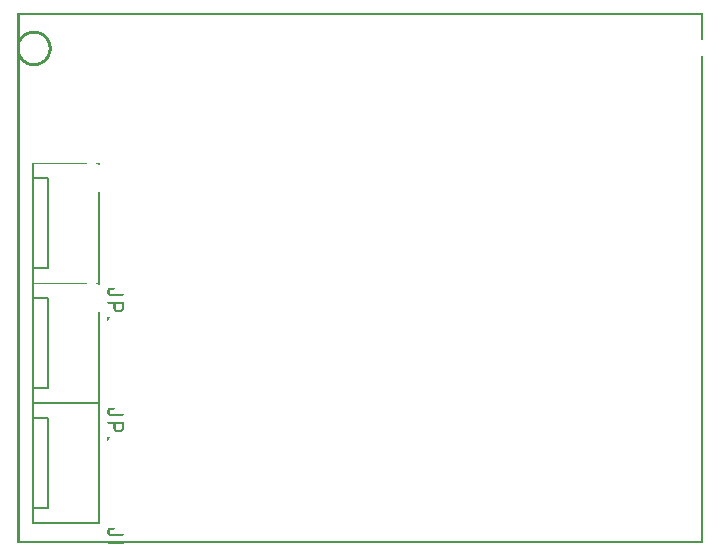
<source format=gto>
G04 MADE WITH FRITZING*
G04 WWW.FRITZING.ORG*
G04 DOUBLE SIDED*
G04 HOLES PLATED*
G04 CONTOUR ON CENTER OF CONTOUR VECTOR*
%ASAXBY*%
%FSLAX23Y23*%
%MOIN*%
%OFA0B0*%
%SFA1.0B1.0*%
%ADD10C,0.005000*%
%ADD11R,0.001000X0.001000*%
%LNSILK1*%
G90*
G70*
G54D10*
X273Y466D02*
X53Y466D01*
D02*
X273Y66D02*
X53Y66D01*
D02*
X273Y66D02*
X273Y466D01*
D02*
X53Y66D02*
X53Y116D01*
D02*
X53Y116D02*
X53Y416D01*
D02*
X53Y416D02*
X53Y466D01*
D02*
X53Y416D02*
X103Y416D01*
D02*
X103Y416D02*
X103Y116D01*
D02*
X103Y116D02*
X53Y116D01*
D02*
X273Y466D02*
X53Y466D01*
D02*
X53Y466D02*
X53Y516D01*
D02*
X53Y516D02*
X53Y816D01*
D02*
X53Y816D02*
X53Y866D01*
D02*
X53Y816D02*
X103Y816D01*
D02*
X103Y816D02*
X103Y516D01*
D02*
X103Y516D02*
X53Y516D01*
D02*
X53Y866D02*
X53Y916D01*
D02*
X53Y916D02*
X53Y1216D01*
D02*
X53Y1216D02*
X53Y1266D01*
D02*
X53Y1216D02*
X103Y1216D01*
D02*
X103Y1216D02*
X103Y916D01*
D02*
X103Y916D02*
X53Y916D01*
G54D11*
X0Y1768D02*
X2285Y1768D01*
X0Y1767D02*
X2285Y1767D01*
X0Y1766D02*
X2285Y1766D01*
X0Y1765D02*
X2285Y1765D01*
X0Y1764D02*
X2285Y1764D01*
X0Y1763D02*
X2285Y1763D01*
X0Y1762D02*
X2285Y1762D01*
X0Y1761D02*
X2285Y1761D01*
X0Y1760D02*
X7Y1760D01*
X2278Y1760D02*
X2285Y1760D01*
X0Y1759D02*
X7Y1759D01*
X2278Y1759D02*
X2285Y1759D01*
X0Y1758D02*
X7Y1758D01*
X2278Y1758D02*
X2285Y1758D01*
X0Y1757D02*
X7Y1757D01*
X2278Y1757D02*
X2285Y1757D01*
X0Y1756D02*
X7Y1756D01*
X2278Y1756D02*
X2285Y1756D01*
X0Y1755D02*
X7Y1755D01*
X2278Y1755D02*
X2285Y1755D01*
X0Y1754D02*
X7Y1754D01*
X2278Y1754D02*
X2285Y1754D01*
X0Y1753D02*
X7Y1753D01*
X2278Y1753D02*
X2285Y1753D01*
X0Y1752D02*
X7Y1752D01*
X2278Y1752D02*
X2285Y1752D01*
X0Y1751D02*
X7Y1751D01*
X2278Y1751D02*
X2285Y1751D01*
X0Y1750D02*
X7Y1750D01*
X2278Y1750D02*
X2285Y1750D01*
X0Y1749D02*
X7Y1749D01*
X2278Y1749D02*
X2285Y1749D01*
X0Y1748D02*
X7Y1748D01*
X2278Y1748D02*
X2285Y1748D01*
X0Y1747D02*
X7Y1747D01*
X2278Y1747D02*
X2285Y1747D01*
X0Y1746D02*
X7Y1746D01*
X2278Y1746D02*
X2285Y1746D01*
X0Y1745D02*
X7Y1745D01*
X2278Y1745D02*
X2285Y1745D01*
X0Y1744D02*
X7Y1744D01*
X2278Y1744D02*
X2285Y1744D01*
X0Y1743D02*
X7Y1743D01*
X2278Y1743D02*
X2285Y1743D01*
X0Y1742D02*
X7Y1742D01*
X2278Y1742D02*
X2285Y1742D01*
X0Y1741D02*
X7Y1741D01*
X2278Y1741D02*
X2285Y1741D01*
X0Y1740D02*
X7Y1740D01*
X2278Y1740D02*
X2285Y1740D01*
X0Y1739D02*
X7Y1739D01*
X2278Y1739D02*
X2285Y1739D01*
X0Y1738D02*
X7Y1738D01*
X2278Y1738D02*
X2285Y1738D01*
X0Y1737D02*
X7Y1737D01*
X2278Y1737D02*
X2285Y1737D01*
X0Y1736D02*
X7Y1736D01*
X2278Y1736D02*
X2285Y1736D01*
X0Y1735D02*
X7Y1735D01*
X2278Y1735D02*
X2285Y1735D01*
X0Y1734D02*
X7Y1734D01*
X2278Y1734D02*
X2285Y1734D01*
X0Y1733D02*
X7Y1733D01*
X2278Y1733D02*
X2285Y1733D01*
X0Y1732D02*
X7Y1732D01*
X2278Y1732D02*
X2285Y1732D01*
X0Y1731D02*
X7Y1731D01*
X2278Y1731D02*
X2285Y1731D01*
X0Y1730D02*
X7Y1730D01*
X2278Y1730D02*
X2285Y1730D01*
X0Y1729D02*
X7Y1729D01*
X2278Y1729D02*
X2285Y1729D01*
X0Y1728D02*
X7Y1728D01*
X2278Y1728D02*
X2285Y1728D01*
X0Y1727D02*
X7Y1727D01*
X2278Y1727D02*
X2285Y1727D01*
X0Y1726D02*
X7Y1726D01*
X2278Y1726D02*
X2285Y1726D01*
X0Y1725D02*
X7Y1725D01*
X2278Y1725D02*
X2285Y1725D01*
X0Y1724D02*
X7Y1724D01*
X2278Y1724D02*
X2285Y1724D01*
X0Y1723D02*
X7Y1723D01*
X2278Y1723D02*
X2285Y1723D01*
X0Y1722D02*
X7Y1722D01*
X2278Y1722D02*
X2285Y1722D01*
X0Y1721D02*
X7Y1721D01*
X2278Y1721D02*
X2285Y1721D01*
X0Y1720D02*
X7Y1720D01*
X2278Y1720D02*
X2285Y1720D01*
X0Y1719D02*
X7Y1719D01*
X2278Y1719D02*
X2285Y1719D01*
X0Y1718D02*
X7Y1718D01*
X2278Y1718D02*
X2285Y1718D01*
X0Y1717D02*
X7Y1717D01*
X2278Y1717D02*
X2285Y1717D01*
X0Y1716D02*
X7Y1716D01*
X2278Y1716D02*
X2285Y1716D01*
X0Y1715D02*
X7Y1715D01*
X2278Y1715D02*
X2285Y1715D01*
X0Y1714D02*
X7Y1714D01*
X2278Y1714D02*
X2285Y1714D01*
X0Y1713D02*
X7Y1713D01*
X2278Y1713D02*
X2285Y1713D01*
X0Y1712D02*
X7Y1712D01*
X2278Y1712D02*
X2285Y1712D01*
X0Y1711D02*
X7Y1711D01*
X2278Y1711D02*
X2285Y1711D01*
X0Y1710D02*
X7Y1710D01*
X2278Y1710D02*
X2285Y1710D01*
X0Y1709D02*
X7Y1709D01*
X2278Y1709D02*
X2285Y1709D01*
X0Y1708D02*
X7Y1708D01*
X46Y1708D02*
X65Y1708D01*
X2278Y1708D02*
X2285Y1708D01*
X0Y1707D02*
X7Y1707D01*
X42Y1707D02*
X70Y1707D01*
X2278Y1707D02*
X2285Y1707D01*
X0Y1706D02*
X7Y1706D01*
X38Y1706D02*
X73Y1706D01*
X2278Y1706D02*
X2285Y1706D01*
X0Y1705D02*
X7Y1705D01*
X35Y1705D02*
X76Y1705D01*
X2278Y1705D02*
X2285Y1705D01*
X0Y1704D02*
X7Y1704D01*
X33Y1704D02*
X78Y1704D01*
X2278Y1704D02*
X2285Y1704D01*
X0Y1703D02*
X7Y1703D01*
X30Y1703D02*
X81Y1703D01*
X2278Y1703D02*
X2285Y1703D01*
X0Y1702D02*
X7Y1702D01*
X28Y1702D02*
X83Y1702D01*
X2278Y1702D02*
X2285Y1702D01*
X0Y1701D02*
X7Y1701D01*
X27Y1701D02*
X84Y1701D01*
X2278Y1701D02*
X2285Y1701D01*
X0Y1700D02*
X7Y1700D01*
X25Y1700D02*
X86Y1700D01*
X2278Y1700D02*
X2285Y1700D01*
X0Y1699D02*
X7Y1699D01*
X23Y1699D02*
X88Y1699D01*
X2278Y1699D02*
X2285Y1699D01*
X0Y1698D02*
X7Y1698D01*
X22Y1698D02*
X48Y1698D01*
X63Y1698D02*
X89Y1698D01*
X2278Y1698D02*
X2285Y1698D01*
X0Y1697D02*
X7Y1697D01*
X20Y1697D02*
X43Y1697D01*
X68Y1697D02*
X91Y1697D01*
X2278Y1697D02*
X2285Y1697D01*
X0Y1696D02*
X7Y1696D01*
X19Y1696D02*
X39Y1696D01*
X72Y1696D02*
X92Y1696D01*
X2278Y1696D02*
X2285Y1696D01*
X0Y1695D02*
X7Y1695D01*
X18Y1695D02*
X37Y1695D01*
X74Y1695D02*
X93Y1695D01*
X2278Y1695D02*
X2285Y1695D01*
X0Y1694D02*
X7Y1694D01*
X17Y1694D02*
X34Y1694D01*
X77Y1694D02*
X94Y1694D01*
X2278Y1694D02*
X2285Y1694D01*
X0Y1693D02*
X7Y1693D01*
X16Y1693D02*
X32Y1693D01*
X79Y1693D02*
X95Y1693D01*
X2278Y1693D02*
X2285Y1693D01*
X0Y1692D02*
X7Y1692D01*
X15Y1692D02*
X31Y1692D01*
X80Y1692D02*
X96Y1692D01*
X2278Y1692D02*
X2285Y1692D01*
X0Y1691D02*
X7Y1691D01*
X14Y1691D02*
X29Y1691D01*
X82Y1691D02*
X97Y1691D01*
X2278Y1691D02*
X2285Y1691D01*
X0Y1690D02*
X7Y1690D01*
X13Y1690D02*
X27Y1690D01*
X84Y1690D02*
X98Y1690D01*
X2278Y1690D02*
X2285Y1690D01*
X0Y1689D02*
X7Y1689D01*
X12Y1689D02*
X26Y1689D01*
X85Y1689D02*
X99Y1689D01*
X2278Y1689D02*
X2285Y1689D01*
X0Y1688D02*
X7Y1688D01*
X11Y1688D02*
X25Y1688D01*
X86Y1688D02*
X100Y1688D01*
X2278Y1688D02*
X2285Y1688D01*
X0Y1687D02*
X7Y1687D01*
X10Y1687D02*
X23Y1687D01*
X88Y1687D02*
X101Y1687D01*
X2278Y1687D02*
X2285Y1687D01*
X0Y1686D02*
X7Y1686D01*
X9Y1686D02*
X22Y1686D01*
X89Y1686D02*
X102Y1686D01*
X2278Y1686D02*
X2285Y1686D01*
X0Y1685D02*
X7Y1685D01*
X9Y1685D02*
X21Y1685D01*
X90Y1685D02*
X103Y1685D01*
X2278Y1685D02*
X2285Y1685D01*
X0Y1684D02*
X20Y1684D01*
X91Y1684D02*
X103Y1684D01*
X2278Y1684D02*
X2285Y1684D01*
X0Y1683D02*
X19Y1683D01*
X92Y1683D02*
X104Y1683D01*
X2278Y1683D02*
X2285Y1683D01*
X0Y1682D02*
X18Y1682D01*
X93Y1682D02*
X105Y1682D01*
X2278Y1682D02*
X2285Y1682D01*
X0Y1681D02*
X18Y1681D01*
X94Y1681D02*
X105Y1681D01*
X2278Y1681D02*
X2285Y1681D01*
X0Y1680D02*
X17Y1680D01*
X94Y1680D02*
X106Y1680D01*
X2278Y1680D02*
X2285Y1680D01*
X0Y1679D02*
X16Y1679D01*
X95Y1679D02*
X106Y1679D01*
X2278Y1679D02*
X2285Y1679D01*
X0Y1678D02*
X15Y1678D01*
X96Y1678D02*
X107Y1678D01*
X2278Y1678D02*
X2285Y1678D01*
X0Y1677D02*
X14Y1677D01*
X97Y1677D02*
X108Y1677D01*
X2278Y1677D02*
X2285Y1677D01*
X0Y1676D02*
X14Y1676D01*
X97Y1676D02*
X108Y1676D01*
X0Y1675D02*
X13Y1675D01*
X98Y1675D02*
X108Y1675D01*
X0Y1674D02*
X13Y1674D01*
X98Y1674D02*
X109Y1674D01*
X0Y1673D02*
X12Y1673D01*
X99Y1673D02*
X109Y1673D01*
X0Y1672D02*
X11Y1672D01*
X100Y1672D02*
X110Y1672D01*
X0Y1671D02*
X11Y1671D01*
X100Y1671D02*
X110Y1671D01*
X0Y1670D02*
X10Y1670D01*
X101Y1670D02*
X111Y1670D01*
X0Y1669D02*
X10Y1669D01*
X101Y1669D02*
X111Y1669D01*
X0Y1668D02*
X10Y1668D01*
X101Y1668D02*
X111Y1668D01*
X0Y1667D02*
X9Y1667D01*
X102Y1667D02*
X112Y1667D01*
X0Y1666D02*
X9Y1666D01*
X102Y1666D02*
X112Y1666D01*
X0Y1665D02*
X9Y1665D01*
X103Y1665D02*
X112Y1665D01*
X0Y1664D02*
X8Y1664D01*
X103Y1664D02*
X112Y1664D01*
X0Y1663D02*
X8Y1663D01*
X103Y1663D02*
X113Y1663D01*
X0Y1662D02*
X8Y1662D01*
X103Y1662D02*
X113Y1662D01*
X0Y1661D02*
X7Y1661D01*
X104Y1661D02*
X113Y1661D01*
X0Y1660D02*
X7Y1660D01*
X104Y1660D02*
X113Y1660D01*
X0Y1659D02*
X7Y1659D01*
X104Y1659D02*
X113Y1659D01*
X0Y1658D02*
X7Y1658D01*
X104Y1658D02*
X114Y1658D01*
X0Y1657D02*
X7Y1657D01*
X104Y1657D02*
X114Y1657D01*
X0Y1656D02*
X7Y1656D01*
X104Y1656D02*
X114Y1656D01*
X0Y1655D02*
X7Y1655D01*
X105Y1655D02*
X114Y1655D01*
X0Y1654D02*
X7Y1654D01*
X105Y1654D02*
X114Y1654D01*
X0Y1653D02*
X7Y1653D01*
X105Y1653D02*
X114Y1653D01*
X0Y1652D02*
X7Y1652D01*
X105Y1652D02*
X114Y1652D01*
X0Y1651D02*
X7Y1651D01*
X105Y1651D02*
X114Y1651D01*
X0Y1650D02*
X7Y1650D01*
X105Y1650D02*
X114Y1650D01*
X0Y1649D02*
X7Y1649D01*
X105Y1649D02*
X114Y1649D01*
X0Y1648D02*
X7Y1648D01*
X105Y1648D02*
X114Y1648D01*
X0Y1647D02*
X7Y1647D01*
X105Y1647D02*
X114Y1647D01*
X0Y1646D02*
X7Y1646D01*
X105Y1646D02*
X114Y1646D01*
X0Y1645D02*
X7Y1645D01*
X105Y1645D02*
X114Y1645D01*
X0Y1644D02*
X7Y1644D01*
X105Y1644D02*
X114Y1644D01*
X0Y1643D02*
X7Y1643D01*
X104Y1643D02*
X114Y1643D01*
X0Y1642D02*
X7Y1642D01*
X104Y1642D02*
X114Y1642D01*
X0Y1641D02*
X7Y1641D01*
X104Y1641D02*
X114Y1641D01*
X0Y1640D02*
X7Y1640D01*
X104Y1640D02*
X113Y1640D01*
X0Y1639D02*
X7Y1639D01*
X104Y1639D02*
X113Y1639D01*
X0Y1638D02*
X7Y1638D01*
X104Y1638D02*
X113Y1638D01*
X0Y1637D02*
X8Y1637D01*
X103Y1637D02*
X113Y1637D01*
X0Y1636D02*
X8Y1636D01*
X103Y1636D02*
X113Y1636D01*
X0Y1635D02*
X8Y1635D01*
X103Y1635D02*
X112Y1635D01*
X0Y1634D02*
X9Y1634D01*
X102Y1634D02*
X112Y1634D01*
X0Y1633D02*
X9Y1633D01*
X102Y1633D02*
X112Y1633D01*
X0Y1632D02*
X9Y1632D01*
X102Y1632D02*
X112Y1632D01*
X0Y1631D02*
X10Y1631D01*
X101Y1631D02*
X111Y1631D01*
X0Y1630D02*
X10Y1630D01*
X101Y1630D02*
X111Y1630D01*
X0Y1629D02*
X11Y1629D01*
X100Y1629D02*
X110Y1629D01*
X0Y1628D02*
X11Y1628D01*
X100Y1628D02*
X110Y1628D01*
X0Y1627D02*
X12Y1627D01*
X99Y1627D02*
X110Y1627D01*
X0Y1626D02*
X12Y1626D01*
X99Y1626D02*
X109Y1626D01*
X0Y1625D02*
X13Y1625D01*
X98Y1625D02*
X109Y1625D01*
X0Y1624D02*
X13Y1624D01*
X98Y1624D02*
X108Y1624D01*
X0Y1623D02*
X14Y1623D01*
X97Y1623D02*
X108Y1623D01*
X2278Y1623D02*
X2285Y1623D01*
X0Y1622D02*
X15Y1622D01*
X96Y1622D02*
X107Y1622D01*
X2278Y1622D02*
X2285Y1622D01*
X0Y1621D02*
X15Y1621D01*
X96Y1621D02*
X107Y1621D01*
X2278Y1621D02*
X2285Y1621D01*
X0Y1620D02*
X16Y1620D01*
X95Y1620D02*
X106Y1620D01*
X2278Y1620D02*
X2285Y1620D01*
X0Y1619D02*
X17Y1619D01*
X94Y1619D02*
X106Y1619D01*
X2278Y1619D02*
X2285Y1619D01*
X0Y1618D02*
X18Y1618D01*
X93Y1618D02*
X105Y1618D01*
X2278Y1618D02*
X2285Y1618D01*
X0Y1617D02*
X19Y1617D01*
X92Y1617D02*
X104Y1617D01*
X2278Y1617D02*
X2285Y1617D01*
X0Y1616D02*
X20Y1616D01*
X92Y1616D02*
X104Y1616D01*
X2278Y1616D02*
X2285Y1616D01*
X0Y1615D02*
X20Y1615D01*
X91Y1615D02*
X103Y1615D01*
X2278Y1615D02*
X2285Y1615D01*
X0Y1614D02*
X7Y1614D01*
X9Y1614D02*
X22Y1614D01*
X89Y1614D02*
X102Y1614D01*
X2278Y1614D02*
X2285Y1614D01*
X0Y1613D02*
X7Y1613D01*
X9Y1613D02*
X23Y1613D01*
X88Y1613D02*
X102Y1613D01*
X2278Y1613D02*
X2285Y1613D01*
X0Y1612D02*
X7Y1612D01*
X10Y1612D02*
X24Y1612D01*
X87Y1612D02*
X101Y1612D01*
X2278Y1612D02*
X2285Y1612D01*
X0Y1611D02*
X7Y1611D01*
X11Y1611D02*
X25Y1611D01*
X86Y1611D02*
X100Y1611D01*
X2278Y1611D02*
X2285Y1611D01*
X0Y1610D02*
X7Y1610D01*
X12Y1610D02*
X26Y1610D01*
X85Y1610D02*
X99Y1610D01*
X2278Y1610D02*
X2285Y1610D01*
X0Y1609D02*
X7Y1609D01*
X13Y1609D02*
X28Y1609D01*
X83Y1609D02*
X98Y1609D01*
X2278Y1609D02*
X2285Y1609D01*
X0Y1608D02*
X7Y1608D01*
X14Y1608D02*
X29Y1608D01*
X82Y1608D02*
X97Y1608D01*
X2278Y1608D02*
X2285Y1608D01*
X0Y1607D02*
X7Y1607D01*
X15Y1607D02*
X31Y1607D01*
X80Y1607D02*
X96Y1607D01*
X2278Y1607D02*
X2285Y1607D01*
X0Y1606D02*
X7Y1606D01*
X16Y1606D02*
X33Y1606D01*
X78Y1606D02*
X95Y1606D01*
X2278Y1606D02*
X2285Y1606D01*
X0Y1605D02*
X7Y1605D01*
X17Y1605D02*
X35Y1605D01*
X76Y1605D02*
X94Y1605D01*
X2278Y1605D02*
X2285Y1605D01*
X0Y1604D02*
X7Y1604D01*
X18Y1604D02*
X37Y1604D01*
X74Y1604D02*
X93Y1604D01*
X2278Y1604D02*
X2285Y1604D01*
X0Y1603D02*
X7Y1603D01*
X19Y1603D02*
X40Y1603D01*
X71Y1603D02*
X92Y1603D01*
X2278Y1603D02*
X2285Y1603D01*
X0Y1602D02*
X7Y1602D01*
X21Y1602D02*
X44Y1602D01*
X67Y1602D02*
X90Y1602D01*
X2278Y1602D02*
X2285Y1602D01*
X0Y1601D02*
X7Y1601D01*
X22Y1601D02*
X49Y1601D01*
X62Y1601D02*
X89Y1601D01*
X2278Y1601D02*
X2285Y1601D01*
X0Y1600D02*
X7Y1600D01*
X24Y1600D02*
X87Y1600D01*
X2278Y1600D02*
X2285Y1600D01*
X0Y1599D02*
X7Y1599D01*
X25Y1599D02*
X86Y1599D01*
X2278Y1599D02*
X2285Y1599D01*
X0Y1598D02*
X7Y1598D01*
X27Y1598D02*
X84Y1598D01*
X2278Y1598D02*
X2285Y1598D01*
X0Y1597D02*
X7Y1597D01*
X29Y1597D02*
X82Y1597D01*
X2278Y1597D02*
X2285Y1597D01*
X0Y1596D02*
X7Y1596D01*
X31Y1596D02*
X80Y1596D01*
X2278Y1596D02*
X2285Y1596D01*
X0Y1595D02*
X7Y1595D01*
X33Y1595D02*
X78Y1595D01*
X2278Y1595D02*
X2285Y1595D01*
X0Y1594D02*
X7Y1594D01*
X36Y1594D02*
X75Y1594D01*
X2278Y1594D02*
X2285Y1594D01*
X0Y1593D02*
X7Y1593D01*
X38Y1593D02*
X73Y1593D01*
X2278Y1593D02*
X2285Y1593D01*
X0Y1592D02*
X7Y1592D01*
X42Y1592D02*
X69Y1592D01*
X2278Y1592D02*
X2285Y1592D01*
X0Y1591D02*
X7Y1591D01*
X47Y1591D02*
X64Y1591D01*
X2278Y1591D02*
X2285Y1591D01*
X0Y1590D02*
X7Y1590D01*
X2278Y1590D02*
X2285Y1590D01*
X0Y1589D02*
X7Y1589D01*
X2278Y1589D02*
X2285Y1589D01*
X0Y1588D02*
X7Y1588D01*
X2278Y1588D02*
X2285Y1588D01*
X0Y1587D02*
X7Y1587D01*
X2278Y1587D02*
X2285Y1587D01*
X0Y1586D02*
X7Y1586D01*
X2278Y1586D02*
X2285Y1586D01*
X0Y1585D02*
X7Y1585D01*
X2278Y1585D02*
X2285Y1585D01*
X0Y1584D02*
X7Y1584D01*
X2278Y1584D02*
X2285Y1584D01*
X0Y1583D02*
X7Y1583D01*
X2278Y1583D02*
X2285Y1583D01*
X0Y1582D02*
X7Y1582D01*
X2278Y1582D02*
X2285Y1582D01*
X0Y1581D02*
X7Y1581D01*
X2278Y1581D02*
X2285Y1581D01*
X0Y1580D02*
X7Y1580D01*
X2278Y1580D02*
X2285Y1580D01*
X0Y1579D02*
X7Y1579D01*
X2278Y1579D02*
X2285Y1579D01*
X0Y1578D02*
X7Y1578D01*
X2278Y1578D02*
X2285Y1578D01*
X0Y1577D02*
X7Y1577D01*
X2278Y1577D02*
X2285Y1577D01*
X0Y1576D02*
X7Y1576D01*
X2278Y1576D02*
X2285Y1576D01*
X0Y1575D02*
X7Y1575D01*
X2278Y1575D02*
X2285Y1575D01*
X0Y1574D02*
X7Y1574D01*
X2278Y1574D02*
X2285Y1574D01*
X0Y1573D02*
X7Y1573D01*
X2278Y1573D02*
X2285Y1573D01*
X0Y1572D02*
X7Y1572D01*
X2278Y1572D02*
X2285Y1572D01*
X0Y1571D02*
X7Y1571D01*
X2278Y1571D02*
X2285Y1571D01*
X0Y1570D02*
X7Y1570D01*
X2278Y1570D02*
X2285Y1570D01*
X0Y1569D02*
X7Y1569D01*
X2278Y1569D02*
X2285Y1569D01*
X0Y1568D02*
X7Y1568D01*
X2278Y1568D02*
X2285Y1568D01*
X0Y1567D02*
X7Y1567D01*
X2278Y1567D02*
X2285Y1567D01*
X0Y1566D02*
X7Y1566D01*
X2278Y1566D02*
X2285Y1566D01*
X0Y1565D02*
X7Y1565D01*
X2278Y1565D02*
X2285Y1565D01*
X0Y1564D02*
X7Y1564D01*
X2278Y1564D02*
X2285Y1564D01*
X0Y1563D02*
X7Y1563D01*
X2278Y1563D02*
X2285Y1563D01*
X0Y1562D02*
X7Y1562D01*
X2278Y1562D02*
X2285Y1562D01*
X0Y1561D02*
X7Y1561D01*
X2278Y1561D02*
X2285Y1561D01*
X0Y1560D02*
X7Y1560D01*
X2278Y1560D02*
X2285Y1560D01*
X0Y1559D02*
X7Y1559D01*
X2278Y1559D02*
X2285Y1559D01*
X0Y1558D02*
X7Y1558D01*
X2278Y1558D02*
X2285Y1558D01*
X0Y1557D02*
X7Y1557D01*
X2278Y1557D02*
X2285Y1557D01*
X0Y1556D02*
X7Y1556D01*
X2278Y1556D02*
X2285Y1556D01*
X0Y1555D02*
X7Y1555D01*
X2278Y1555D02*
X2285Y1555D01*
X0Y1554D02*
X7Y1554D01*
X2278Y1554D02*
X2285Y1554D01*
X0Y1553D02*
X7Y1553D01*
X2278Y1553D02*
X2285Y1553D01*
X0Y1552D02*
X7Y1552D01*
X2278Y1552D02*
X2285Y1552D01*
X0Y1551D02*
X7Y1551D01*
X2278Y1551D02*
X2285Y1551D01*
X0Y1550D02*
X7Y1550D01*
X2278Y1550D02*
X2285Y1550D01*
X0Y1549D02*
X7Y1549D01*
X2278Y1549D02*
X2285Y1549D01*
X0Y1548D02*
X7Y1548D01*
X2278Y1548D02*
X2285Y1548D01*
X0Y1547D02*
X7Y1547D01*
X2278Y1547D02*
X2285Y1547D01*
X0Y1546D02*
X7Y1546D01*
X2278Y1546D02*
X2285Y1546D01*
X0Y1545D02*
X7Y1545D01*
X2278Y1545D02*
X2285Y1545D01*
X0Y1544D02*
X7Y1544D01*
X2278Y1544D02*
X2285Y1544D01*
X0Y1543D02*
X7Y1543D01*
X2278Y1543D02*
X2285Y1543D01*
X0Y1542D02*
X7Y1542D01*
X2278Y1542D02*
X2285Y1542D01*
X0Y1541D02*
X7Y1541D01*
X2278Y1541D02*
X2285Y1541D01*
X0Y1540D02*
X7Y1540D01*
X2278Y1540D02*
X2285Y1540D01*
X0Y1539D02*
X7Y1539D01*
X2278Y1539D02*
X2285Y1539D01*
X0Y1538D02*
X7Y1538D01*
X2278Y1538D02*
X2285Y1538D01*
X0Y1537D02*
X7Y1537D01*
X2278Y1537D02*
X2285Y1537D01*
X0Y1536D02*
X7Y1536D01*
X2278Y1536D02*
X2285Y1536D01*
X0Y1535D02*
X7Y1535D01*
X2278Y1535D02*
X2285Y1535D01*
X0Y1534D02*
X7Y1534D01*
X2278Y1534D02*
X2285Y1534D01*
X0Y1533D02*
X7Y1533D01*
X2278Y1533D02*
X2285Y1533D01*
X0Y1532D02*
X7Y1532D01*
X2278Y1532D02*
X2285Y1532D01*
X0Y1531D02*
X7Y1531D01*
X2278Y1531D02*
X2285Y1531D01*
X0Y1530D02*
X7Y1530D01*
X2278Y1530D02*
X2285Y1530D01*
X0Y1529D02*
X7Y1529D01*
X2278Y1529D02*
X2285Y1529D01*
X0Y1528D02*
X7Y1528D01*
X2278Y1528D02*
X2285Y1528D01*
X0Y1527D02*
X7Y1527D01*
X2278Y1527D02*
X2285Y1527D01*
X0Y1526D02*
X7Y1526D01*
X2278Y1526D02*
X2285Y1526D01*
X0Y1525D02*
X7Y1525D01*
X2278Y1525D02*
X2285Y1525D01*
X0Y1524D02*
X7Y1524D01*
X2278Y1524D02*
X2285Y1524D01*
X0Y1523D02*
X7Y1523D01*
X2278Y1523D02*
X2285Y1523D01*
X0Y1522D02*
X7Y1522D01*
X2278Y1522D02*
X2285Y1522D01*
X0Y1521D02*
X7Y1521D01*
X2278Y1521D02*
X2285Y1521D01*
X0Y1520D02*
X7Y1520D01*
X2278Y1520D02*
X2285Y1520D01*
X0Y1519D02*
X7Y1519D01*
X2278Y1519D02*
X2285Y1519D01*
X0Y1518D02*
X7Y1518D01*
X2278Y1518D02*
X2285Y1518D01*
X0Y1517D02*
X7Y1517D01*
X2278Y1517D02*
X2285Y1517D01*
X0Y1516D02*
X7Y1516D01*
X2278Y1516D02*
X2285Y1516D01*
X0Y1515D02*
X7Y1515D01*
X2278Y1515D02*
X2285Y1515D01*
X0Y1514D02*
X7Y1514D01*
X2278Y1514D02*
X2285Y1514D01*
X0Y1513D02*
X7Y1513D01*
X2278Y1513D02*
X2285Y1513D01*
X0Y1512D02*
X7Y1512D01*
X2278Y1512D02*
X2285Y1512D01*
X0Y1511D02*
X7Y1511D01*
X2278Y1511D02*
X2285Y1511D01*
X0Y1510D02*
X7Y1510D01*
X2278Y1510D02*
X2285Y1510D01*
X0Y1509D02*
X7Y1509D01*
X2278Y1509D02*
X2285Y1509D01*
X0Y1508D02*
X7Y1508D01*
X2278Y1508D02*
X2285Y1508D01*
X0Y1507D02*
X7Y1507D01*
X2278Y1507D02*
X2285Y1507D01*
X0Y1506D02*
X7Y1506D01*
X2278Y1506D02*
X2285Y1506D01*
X0Y1505D02*
X7Y1505D01*
X2278Y1505D02*
X2285Y1505D01*
X0Y1504D02*
X7Y1504D01*
X2278Y1504D02*
X2285Y1504D01*
X0Y1503D02*
X7Y1503D01*
X2278Y1503D02*
X2285Y1503D01*
X0Y1502D02*
X7Y1502D01*
X2278Y1502D02*
X2285Y1502D01*
X0Y1501D02*
X7Y1501D01*
X2278Y1501D02*
X2285Y1501D01*
X0Y1500D02*
X7Y1500D01*
X2278Y1500D02*
X2285Y1500D01*
X0Y1499D02*
X7Y1499D01*
X2278Y1499D02*
X2285Y1499D01*
X0Y1498D02*
X7Y1498D01*
X2278Y1498D02*
X2285Y1498D01*
X0Y1497D02*
X7Y1497D01*
X2278Y1497D02*
X2285Y1497D01*
X0Y1496D02*
X7Y1496D01*
X2278Y1496D02*
X2285Y1496D01*
X0Y1495D02*
X7Y1495D01*
X2278Y1495D02*
X2285Y1495D01*
X0Y1494D02*
X7Y1494D01*
X2278Y1494D02*
X2285Y1494D01*
X0Y1493D02*
X7Y1493D01*
X2278Y1493D02*
X2285Y1493D01*
X0Y1492D02*
X7Y1492D01*
X2278Y1492D02*
X2285Y1492D01*
X0Y1491D02*
X7Y1491D01*
X2278Y1491D02*
X2285Y1491D01*
X0Y1490D02*
X7Y1490D01*
X2278Y1490D02*
X2285Y1490D01*
X0Y1489D02*
X7Y1489D01*
X2278Y1489D02*
X2285Y1489D01*
X0Y1488D02*
X7Y1488D01*
X2278Y1488D02*
X2285Y1488D01*
X0Y1487D02*
X7Y1487D01*
X2278Y1487D02*
X2285Y1487D01*
X0Y1486D02*
X7Y1486D01*
X2278Y1486D02*
X2285Y1486D01*
X0Y1485D02*
X7Y1485D01*
X2278Y1485D02*
X2285Y1485D01*
X0Y1484D02*
X7Y1484D01*
X2278Y1484D02*
X2285Y1484D01*
X0Y1483D02*
X7Y1483D01*
X2278Y1483D02*
X2285Y1483D01*
X0Y1482D02*
X7Y1482D01*
X2278Y1482D02*
X2285Y1482D01*
X0Y1481D02*
X7Y1481D01*
X2278Y1481D02*
X2285Y1481D01*
X0Y1480D02*
X7Y1480D01*
X2278Y1480D02*
X2285Y1480D01*
X0Y1479D02*
X7Y1479D01*
X2278Y1479D02*
X2285Y1479D01*
X0Y1478D02*
X7Y1478D01*
X2278Y1478D02*
X2285Y1478D01*
X0Y1477D02*
X7Y1477D01*
X2278Y1477D02*
X2285Y1477D01*
X0Y1476D02*
X7Y1476D01*
X2278Y1476D02*
X2285Y1476D01*
X0Y1475D02*
X7Y1475D01*
X2278Y1475D02*
X2285Y1475D01*
X0Y1474D02*
X7Y1474D01*
X2278Y1474D02*
X2285Y1474D01*
X0Y1473D02*
X7Y1473D01*
X2278Y1473D02*
X2285Y1473D01*
X0Y1472D02*
X7Y1472D01*
X2278Y1472D02*
X2285Y1472D01*
X0Y1471D02*
X7Y1471D01*
X2278Y1471D02*
X2285Y1471D01*
X0Y1470D02*
X7Y1470D01*
X2278Y1470D02*
X2285Y1470D01*
X0Y1469D02*
X7Y1469D01*
X2278Y1469D02*
X2285Y1469D01*
X0Y1468D02*
X7Y1468D01*
X2278Y1468D02*
X2285Y1468D01*
X0Y1467D02*
X7Y1467D01*
X2278Y1467D02*
X2285Y1467D01*
X0Y1466D02*
X7Y1466D01*
X2278Y1466D02*
X2285Y1466D01*
X0Y1465D02*
X7Y1465D01*
X2278Y1465D02*
X2285Y1465D01*
X0Y1464D02*
X7Y1464D01*
X2278Y1464D02*
X2285Y1464D01*
X0Y1463D02*
X7Y1463D01*
X2278Y1463D02*
X2285Y1463D01*
X0Y1462D02*
X7Y1462D01*
X2278Y1462D02*
X2285Y1462D01*
X0Y1461D02*
X7Y1461D01*
X2278Y1461D02*
X2285Y1461D01*
X0Y1460D02*
X7Y1460D01*
X2278Y1460D02*
X2285Y1460D01*
X0Y1459D02*
X7Y1459D01*
X2278Y1459D02*
X2285Y1459D01*
X0Y1458D02*
X7Y1458D01*
X2278Y1458D02*
X2285Y1458D01*
X0Y1457D02*
X7Y1457D01*
X2278Y1457D02*
X2285Y1457D01*
X0Y1456D02*
X7Y1456D01*
X2278Y1456D02*
X2285Y1456D01*
X0Y1455D02*
X7Y1455D01*
X2278Y1455D02*
X2285Y1455D01*
X0Y1454D02*
X7Y1454D01*
X2278Y1454D02*
X2285Y1454D01*
X0Y1453D02*
X7Y1453D01*
X2278Y1453D02*
X2285Y1453D01*
X0Y1452D02*
X7Y1452D01*
X2278Y1452D02*
X2285Y1452D01*
X0Y1451D02*
X7Y1451D01*
X2278Y1451D02*
X2285Y1451D01*
X0Y1450D02*
X7Y1450D01*
X2278Y1450D02*
X2285Y1450D01*
X0Y1449D02*
X7Y1449D01*
X2278Y1449D02*
X2285Y1449D01*
X0Y1448D02*
X7Y1448D01*
X2278Y1448D02*
X2285Y1448D01*
X0Y1447D02*
X7Y1447D01*
X2278Y1447D02*
X2285Y1447D01*
X0Y1446D02*
X7Y1446D01*
X2278Y1446D02*
X2285Y1446D01*
X0Y1445D02*
X7Y1445D01*
X2278Y1445D02*
X2285Y1445D01*
X0Y1444D02*
X7Y1444D01*
X2278Y1444D02*
X2285Y1444D01*
X0Y1443D02*
X7Y1443D01*
X2278Y1443D02*
X2285Y1443D01*
X0Y1442D02*
X7Y1442D01*
X2278Y1442D02*
X2285Y1442D01*
X0Y1441D02*
X7Y1441D01*
X2278Y1441D02*
X2285Y1441D01*
X0Y1440D02*
X7Y1440D01*
X2278Y1440D02*
X2285Y1440D01*
X0Y1439D02*
X7Y1439D01*
X2278Y1439D02*
X2285Y1439D01*
X0Y1438D02*
X7Y1438D01*
X2278Y1438D02*
X2285Y1438D01*
X0Y1437D02*
X7Y1437D01*
X2278Y1437D02*
X2285Y1437D01*
X0Y1436D02*
X7Y1436D01*
X2278Y1436D02*
X2285Y1436D01*
X0Y1435D02*
X7Y1435D01*
X2278Y1435D02*
X2285Y1435D01*
X0Y1434D02*
X7Y1434D01*
X2278Y1434D02*
X2285Y1434D01*
X0Y1433D02*
X7Y1433D01*
X2278Y1433D02*
X2285Y1433D01*
X0Y1432D02*
X7Y1432D01*
X2278Y1432D02*
X2285Y1432D01*
X0Y1431D02*
X7Y1431D01*
X2278Y1431D02*
X2285Y1431D01*
X0Y1430D02*
X7Y1430D01*
X2278Y1430D02*
X2285Y1430D01*
X0Y1429D02*
X7Y1429D01*
X2278Y1429D02*
X2285Y1429D01*
X0Y1428D02*
X7Y1428D01*
X2278Y1428D02*
X2285Y1428D01*
X0Y1427D02*
X7Y1427D01*
X2278Y1427D02*
X2285Y1427D01*
X0Y1426D02*
X7Y1426D01*
X2278Y1426D02*
X2285Y1426D01*
X0Y1425D02*
X7Y1425D01*
X2278Y1425D02*
X2285Y1425D01*
X0Y1424D02*
X7Y1424D01*
X2278Y1424D02*
X2285Y1424D01*
X0Y1423D02*
X7Y1423D01*
X2278Y1423D02*
X2285Y1423D01*
X0Y1422D02*
X7Y1422D01*
X2278Y1422D02*
X2285Y1422D01*
X0Y1421D02*
X7Y1421D01*
X2278Y1421D02*
X2285Y1421D01*
X0Y1420D02*
X7Y1420D01*
X2278Y1420D02*
X2285Y1420D01*
X0Y1419D02*
X7Y1419D01*
X2278Y1419D02*
X2285Y1419D01*
X0Y1418D02*
X7Y1418D01*
X2278Y1418D02*
X2285Y1418D01*
X0Y1417D02*
X7Y1417D01*
X2278Y1417D02*
X2285Y1417D01*
X0Y1416D02*
X7Y1416D01*
X2278Y1416D02*
X2285Y1416D01*
X0Y1415D02*
X7Y1415D01*
X2278Y1415D02*
X2285Y1415D01*
X0Y1414D02*
X7Y1414D01*
X2278Y1414D02*
X2285Y1414D01*
X0Y1413D02*
X7Y1413D01*
X2278Y1413D02*
X2285Y1413D01*
X0Y1412D02*
X7Y1412D01*
X2278Y1412D02*
X2285Y1412D01*
X0Y1411D02*
X7Y1411D01*
X2278Y1411D02*
X2285Y1411D01*
X0Y1410D02*
X7Y1410D01*
X2278Y1410D02*
X2285Y1410D01*
X0Y1409D02*
X7Y1409D01*
X2278Y1409D02*
X2285Y1409D01*
X0Y1408D02*
X7Y1408D01*
X2278Y1408D02*
X2285Y1408D01*
X0Y1407D02*
X7Y1407D01*
X2278Y1407D02*
X2285Y1407D01*
X0Y1406D02*
X7Y1406D01*
X2278Y1406D02*
X2285Y1406D01*
X0Y1405D02*
X7Y1405D01*
X2278Y1405D02*
X2285Y1405D01*
X0Y1404D02*
X7Y1404D01*
X2278Y1404D02*
X2285Y1404D01*
X0Y1403D02*
X7Y1403D01*
X2278Y1403D02*
X2285Y1403D01*
X0Y1402D02*
X7Y1402D01*
X2278Y1402D02*
X2285Y1402D01*
X0Y1401D02*
X7Y1401D01*
X2278Y1401D02*
X2285Y1401D01*
X0Y1400D02*
X7Y1400D01*
X2278Y1400D02*
X2285Y1400D01*
X0Y1399D02*
X7Y1399D01*
X2278Y1399D02*
X2285Y1399D01*
X0Y1398D02*
X7Y1398D01*
X2278Y1398D02*
X2285Y1398D01*
X0Y1397D02*
X7Y1397D01*
X2278Y1397D02*
X2285Y1397D01*
X0Y1396D02*
X7Y1396D01*
X2278Y1396D02*
X2285Y1396D01*
X0Y1395D02*
X7Y1395D01*
X2278Y1395D02*
X2285Y1395D01*
X0Y1394D02*
X7Y1394D01*
X2278Y1394D02*
X2285Y1394D01*
X0Y1393D02*
X7Y1393D01*
X2278Y1393D02*
X2285Y1393D01*
X0Y1392D02*
X7Y1392D01*
X2278Y1392D02*
X2285Y1392D01*
X0Y1391D02*
X7Y1391D01*
X2278Y1391D02*
X2285Y1391D01*
X0Y1390D02*
X7Y1390D01*
X2278Y1390D02*
X2285Y1390D01*
X0Y1389D02*
X7Y1389D01*
X2278Y1389D02*
X2285Y1389D01*
X0Y1388D02*
X7Y1388D01*
X2278Y1388D02*
X2285Y1388D01*
X0Y1387D02*
X7Y1387D01*
X2278Y1387D02*
X2285Y1387D01*
X0Y1386D02*
X7Y1386D01*
X2278Y1386D02*
X2285Y1386D01*
X0Y1385D02*
X7Y1385D01*
X2278Y1385D02*
X2285Y1385D01*
X0Y1384D02*
X7Y1384D01*
X2278Y1384D02*
X2285Y1384D01*
X0Y1383D02*
X7Y1383D01*
X2278Y1383D02*
X2285Y1383D01*
X0Y1382D02*
X7Y1382D01*
X2278Y1382D02*
X2285Y1382D01*
X0Y1381D02*
X7Y1381D01*
X2278Y1381D02*
X2285Y1381D01*
X0Y1380D02*
X7Y1380D01*
X2278Y1380D02*
X2285Y1380D01*
X0Y1379D02*
X7Y1379D01*
X2278Y1379D02*
X2285Y1379D01*
X0Y1378D02*
X7Y1378D01*
X2278Y1378D02*
X2285Y1378D01*
X0Y1377D02*
X7Y1377D01*
X2278Y1377D02*
X2285Y1377D01*
X0Y1376D02*
X7Y1376D01*
X2278Y1376D02*
X2285Y1376D01*
X0Y1375D02*
X7Y1375D01*
X2278Y1375D02*
X2285Y1375D01*
X0Y1374D02*
X7Y1374D01*
X2278Y1374D02*
X2285Y1374D01*
X0Y1373D02*
X7Y1373D01*
X2278Y1373D02*
X2285Y1373D01*
X0Y1372D02*
X7Y1372D01*
X2278Y1372D02*
X2285Y1372D01*
X0Y1371D02*
X7Y1371D01*
X2278Y1371D02*
X2285Y1371D01*
X0Y1370D02*
X7Y1370D01*
X2278Y1370D02*
X2285Y1370D01*
X0Y1369D02*
X7Y1369D01*
X2278Y1369D02*
X2285Y1369D01*
X0Y1368D02*
X7Y1368D01*
X2278Y1368D02*
X2285Y1368D01*
X0Y1367D02*
X7Y1367D01*
X2278Y1367D02*
X2285Y1367D01*
X0Y1366D02*
X7Y1366D01*
X2278Y1366D02*
X2285Y1366D01*
X0Y1365D02*
X7Y1365D01*
X2278Y1365D02*
X2285Y1365D01*
X0Y1364D02*
X7Y1364D01*
X2278Y1364D02*
X2285Y1364D01*
X0Y1363D02*
X7Y1363D01*
X2278Y1363D02*
X2285Y1363D01*
X0Y1362D02*
X7Y1362D01*
X2278Y1362D02*
X2285Y1362D01*
X0Y1361D02*
X7Y1361D01*
X2278Y1361D02*
X2285Y1361D01*
X0Y1360D02*
X7Y1360D01*
X2278Y1360D02*
X2285Y1360D01*
X0Y1359D02*
X7Y1359D01*
X2278Y1359D02*
X2285Y1359D01*
X0Y1358D02*
X7Y1358D01*
X2278Y1358D02*
X2285Y1358D01*
X0Y1357D02*
X7Y1357D01*
X2278Y1357D02*
X2285Y1357D01*
X0Y1356D02*
X7Y1356D01*
X2278Y1356D02*
X2285Y1356D01*
X0Y1355D02*
X7Y1355D01*
X2278Y1355D02*
X2285Y1355D01*
X0Y1354D02*
X7Y1354D01*
X2278Y1354D02*
X2285Y1354D01*
X0Y1353D02*
X7Y1353D01*
X2278Y1353D02*
X2285Y1353D01*
X0Y1352D02*
X7Y1352D01*
X2278Y1352D02*
X2285Y1352D01*
X0Y1351D02*
X7Y1351D01*
X2278Y1351D02*
X2285Y1351D01*
X0Y1350D02*
X7Y1350D01*
X2278Y1350D02*
X2285Y1350D01*
X0Y1349D02*
X7Y1349D01*
X2278Y1349D02*
X2285Y1349D01*
X0Y1348D02*
X7Y1348D01*
X2278Y1348D02*
X2285Y1348D01*
X0Y1347D02*
X7Y1347D01*
X2278Y1347D02*
X2285Y1347D01*
X0Y1346D02*
X7Y1346D01*
X2278Y1346D02*
X2285Y1346D01*
X0Y1345D02*
X7Y1345D01*
X2278Y1345D02*
X2285Y1345D01*
X0Y1344D02*
X7Y1344D01*
X2278Y1344D02*
X2285Y1344D01*
X0Y1343D02*
X7Y1343D01*
X2278Y1343D02*
X2285Y1343D01*
X0Y1342D02*
X7Y1342D01*
X2278Y1342D02*
X2285Y1342D01*
X0Y1341D02*
X7Y1341D01*
X2278Y1341D02*
X2285Y1341D01*
X0Y1340D02*
X7Y1340D01*
X2278Y1340D02*
X2285Y1340D01*
X0Y1339D02*
X7Y1339D01*
X2278Y1339D02*
X2285Y1339D01*
X0Y1338D02*
X7Y1338D01*
X2278Y1338D02*
X2285Y1338D01*
X0Y1337D02*
X7Y1337D01*
X2278Y1337D02*
X2285Y1337D01*
X0Y1336D02*
X7Y1336D01*
X2278Y1336D02*
X2285Y1336D01*
X0Y1335D02*
X7Y1335D01*
X2278Y1335D02*
X2285Y1335D01*
X0Y1334D02*
X7Y1334D01*
X2278Y1334D02*
X2285Y1334D01*
X0Y1333D02*
X7Y1333D01*
X2278Y1333D02*
X2285Y1333D01*
X0Y1332D02*
X7Y1332D01*
X2278Y1332D02*
X2285Y1332D01*
X0Y1331D02*
X7Y1331D01*
X2278Y1331D02*
X2285Y1331D01*
X0Y1330D02*
X7Y1330D01*
X2278Y1330D02*
X2285Y1330D01*
X0Y1329D02*
X7Y1329D01*
X2278Y1329D02*
X2285Y1329D01*
X0Y1328D02*
X7Y1328D01*
X2278Y1328D02*
X2285Y1328D01*
X0Y1327D02*
X7Y1327D01*
X2278Y1327D02*
X2285Y1327D01*
X0Y1326D02*
X7Y1326D01*
X2278Y1326D02*
X2285Y1326D01*
X0Y1325D02*
X7Y1325D01*
X2278Y1325D02*
X2285Y1325D01*
X0Y1324D02*
X7Y1324D01*
X2278Y1324D02*
X2285Y1324D01*
X0Y1323D02*
X7Y1323D01*
X2278Y1323D02*
X2285Y1323D01*
X0Y1322D02*
X7Y1322D01*
X2278Y1322D02*
X2285Y1322D01*
X0Y1321D02*
X7Y1321D01*
X2278Y1321D02*
X2285Y1321D01*
X0Y1320D02*
X7Y1320D01*
X2278Y1320D02*
X2285Y1320D01*
X0Y1319D02*
X7Y1319D01*
X2278Y1319D02*
X2285Y1319D01*
X0Y1318D02*
X7Y1318D01*
X2278Y1318D02*
X2285Y1318D01*
X0Y1317D02*
X7Y1317D01*
X2278Y1317D02*
X2285Y1317D01*
X0Y1316D02*
X7Y1316D01*
X2278Y1316D02*
X2285Y1316D01*
X0Y1315D02*
X7Y1315D01*
X2278Y1315D02*
X2285Y1315D01*
X0Y1314D02*
X7Y1314D01*
X2278Y1314D02*
X2285Y1314D01*
X0Y1313D02*
X7Y1313D01*
X2278Y1313D02*
X2285Y1313D01*
X0Y1312D02*
X7Y1312D01*
X2278Y1312D02*
X2285Y1312D01*
X0Y1311D02*
X7Y1311D01*
X2278Y1311D02*
X2285Y1311D01*
X0Y1310D02*
X7Y1310D01*
X2278Y1310D02*
X2285Y1310D01*
X0Y1309D02*
X7Y1309D01*
X2278Y1309D02*
X2285Y1309D01*
X0Y1308D02*
X7Y1308D01*
X2278Y1308D02*
X2285Y1308D01*
X0Y1307D02*
X7Y1307D01*
X2278Y1307D02*
X2285Y1307D01*
X0Y1306D02*
X7Y1306D01*
X2278Y1306D02*
X2285Y1306D01*
X0Y1305D02*
X7Y1305D01*
X2278Y1305D02*
X2285Y1305D01*
X0Y1304D02*
X7Y1304D01*
X2278Y1304D02*
X2285Y1304D01*
X0Y1303D02*
X7Y1303D01*
X2278Y1303D02*
X2285Y1303D01*
X0Y1302D02*
X7Y1302D01*
X2278Y1302D02*
X2285Y1302D01*
X0Y1301D02*
X7Y1301D01*
X2278Y1301D02*
X2285Y1301D01*
X0Y1300D02*
X7Y1300D01*
X2278Y1300D02*
X2285Y1300D01*
X0Y1299D02*
X7Y1299D01*
X2278Y1299D02*
X2285Y1299D01*
X0Y1298D02*
X7Y1298D01*
X2278Y1298D02*
X2285Y1298D01*
X0Y1297D02*
X7Y1297D01*
X2278Y1297D02*
X2285Y1297D01*
X0Y1296D02*
X7Y1296D01*
X2278Y1296D02*
X2285Y1296D01*
X0Y1295D02*
X7Y1295D01*
X2278Y1295D02*
X2285Y1295D01*
X0Y1294D02*
X7Y1294D01*
X2278Y1294D02*
X2285Y1294D01*
X0Y1293D02*
X7Y1293D01*
X2278Y1293D02*
X2285Y1293D01*
X0Y1292D02*
X7Y1292D01*
X2278Y1292D02*
X2285Y1292D01*
X0Y1291D02*
X7Y1291D01*
X2278Y1291D02*
X2285Y1291D01*
X0Y1290D02*
X7Y1290D01*
X2278Y1290D02*
X2285Y1290D01*
X0Y1289D02*
X7Y1289D01*
X2278Y1289D02*
X2285Y1289D01*
X0Y1288D02*
X7Y1288D01*
X2278Y1288D02*
X2285Y1288D01*
X0Y1287D02*
X7Y1287D01*
X2278Y1287D02*
X2285Y1287D01*
X0Y1286D02*
X7Y1286D01*
X2278Y1286D02*
X2285Y1286D01*
X0Y1285D02*
X7Y1285D01*
X2278Y1285D02*
X2285Y1285D01*
X0Y1284D02*
X7Y1284D01*
X2278Y1284D02*
X2285Y1284D01*
X0Y1283D02*
X7Y1283D01*
X2278Y1283D02*
X2285Y1283D01*
X0Y1282D02*
X7Y1282D01*
X2278Y1282D02*
X2285Y1282D01*
X0Y1281D02*
X7Y1281D01*
X2278Y1281D02*
X2285Y1281D01*
X0Y1280D02*
X7Y1280D01*
X2278Y1280D02*
X2285Y1280D01*
X0Y1279D02*
X7Y1279D01*
X2278Y1279D02*
X2285Y1279D01*
X0Y1278D02*
X7Y1278D01*
X2278Y1278D02*
X2285Y1278D01*
X0Y1277D02*
X7Y1277D01*
X2278Y1277D02*
X2285Y1277D01*
X0Y1276D02*
X7Y1276D01*
X2278Y1276D02*
X2285Y1276D01*
X0Y1275D02*
X7Y1275D01*
X2278Y1275D02*
X2285Y1275D01*
X0Y1274D02*
X7Y1274D01*
X2278Y1274D02*
X2285Y1274D01*
X0Y1273D02*
X7Y1273D01*
X2278Y1273D02*
X2285Y1273D01*
X0Y1272D02*
X7Y1272D01*
X2278Y1272D02*
X2285Y1272D01*
X0Y1271D02*
X7Y1271D01*
X2278Y1271D02*
X2285Y1271D01*
X0Y1270D02*
X7Y1270D01*
X2278Y1270D02*
X2285Y1270D01*
X0Y1269D02*
X7Y1269D01*
X2278Y1269D02*
X2285Y1269D01*
X0Y1268D02*
X7Y1268D01*
X51Y1268D02*
X244Y1268D01*
X250Y1268D02*
X273Y1268D01*
X2278Y1268D02*
X2285Y1268D01*
X0Y1267D02*
X7Y1267D01*
X50Y1267D02*
X236Y1267D01*
X258Y1267D02*
X274Y1267D01*
X2278Y1267D02*
X2285Y1267D01*
X0Y1266D02*
X7Y1266D01*
X50Y1266D02*
X232Y1266D01*
X262Y1266D02*
X274Y1266D01*
X2278Y1266D02*
X2285Y1266D01*
X0Y1265D02*
X7Y1265D01*
X50Y1265D02*
X229Y1265D01*
X265Y1265D02*
X274Y1265D01*
X2278Y1265D02*
X2285Y1265D01*
X0Y1264D02*
X7Y1264D01*
X51Y1264D02*
X226Y1264D01*
X268Y1264D02*
X274Y1264D01*
X2278Y1264D02*
X2285Y1264D01*
X0Y1263D02*
X7Y1263D01*
X270Y1263D02*
X274Y1263D01*
X2278Y1263D02*
X2285Y1263D01*
X0Y1262D02*
X7Y1262D01*
X272Y1262D02*
X274Y1262D01*
X2278Y1262D02*
X2285Y1262D01*
X0Y1261D02*
X7Y1261D01*
X274Y1261D02*
X274Y1261D01*
X2278Y1261D02*
X2285Y1261D01*
X0Y1260D02*
X7Y1260D01*
X2278Y1260D02*
X2285Y1260D01*
X0Y1259D02*
X7Y1259D01*
X2278Y1259D02*
X2285Y1259D01*
X0Y1258D02*
X7Y1258D01*
X2278Y1258D02*
X2285Y1258D01*
X0Y1257D02*
X7Y1257D01*
X2278Y1257D02*
X2285Y1257D01*
X0Y1256D02*
X7Y1256D01*
X2278Y1256D02*
X2285Y1256D01*
X0Y1255D02*
X7Y1255D01*
X2278Y1255D02*
X2285Y1255D01*
X0Y1254D02*
X7Y1254D01*
X2278Y1254D02*
X2285Y1254D01*
X0Y1253D02*
X7Y1253D01*
X2278Y1253D02*
X2285Y1253D01*
X0Y1252D02*
X7Y1252D01*
X2278Y1252D02*
X2285Y1252D01*
X0Y1251D02*
X7Y1251D01*
X2278Y1251D02*
X2285Y1251D01*
X0Y1250D02*
X7Y1250D01*
X2278Y1250D02*
X2285Y1250D01*
X0Y1249D02*
X7Y1249D01*
X2278Y1249D02*
X2285Y1249D01*
X0Y1248D02*
X7Y1248D01*
X2278Y1248D02*
X2285Y1248D01*
X0Y1247D02*
X7Y1247D01*
X2278Y1247D02*
X2285Y1247D01*
X0Y1246D02*
X7Y1246D01*
X2278Y1246D02*
X2285Y1246D01*
X0Y1245D02*
X7Y1245D01*
X2278Y1245D02*
X2285Y1245D01*
X0Y1244D02*
X7Y1244D01*
X2278Y1244D02*
X2285Y1244D01*
X0Y1243D02*
X7Y1243D01*
X2278Y1243D02*
X2285Y1243D01*
X0Y1242D02*
X7Y1242D01*
X2278Y1242D02*
X2285Y1242D01*
X0Y1241D02*
X7Y1241D01*
X2278Y1241D02*
X2285Y1241D01*
X0Y1240D02*
X7Y1240D01*
X2278Y1240D02*
X2285Y1240D01*
X0Y1239D02*
X7Y1239D01*
X2278Y1239D02*
X2285Y1239D01*
X0Y1238D02*
X7Y1238D01*
X2278Y1238D02*
X2285Y1238D01*
X0Y1237D02*
X7Y1237D01*
X2278Y1237D02*
X2285Y1237D01*
X0Y1236D02*
X7Y1236D01*
X2278Y1236D02*
X2285Y1236D01*
X0Y1235D02*
X7Y1235D01*
X2278Y1235D02*
X2285Y1235D01*
X0Y1234D02*
X7Y1234D01*
X2278Y1234D02*
X2285Y1234D01*
X0Y1233D02*
X7Y1233D01*
X2278Y1233D02*
X2285Y1233D01*
X0Y1232D02*
X7Y1232D01*
X2278Y1232D02*
X2285Y1232D01*
X0Y1231D02*
X7Y1231D01*
X2278Y1231D02*
X2285Y1231D01*
X0Y1230D02*
X7Y1230D01*
X2278Y1230D02*
X2285Y1230D01*
X0Y1229D02*
X7Y1229D01*
X2278Y1229D02*
X2285Y1229D01*
X0Y1228D02*
X7Y1228D01*
X2278Y1228D02*
X2285Y1228D01*
X0Y1227D02*
X7Y1227D01*
X2278Y1227D02*
X2285Y1227D01*
X0Y1226D02*
X7Y1226D01*
X2278Y1226D02*
X2285Y1226D01*
X0Y1225D02*
X7Y1225D01*
X2278Y1225D02*
X2285Y1225D01*
X0Y1224D02*
X7Y1224D01*
X2278Y1224D02*
X2285Y1224D01*
X0Y1223D02*
X7Y1223D01*
X2278Y1223D02*
X2285Y1223D01*
X0Y1222D02*
X7Y1222D01*
X2278Y1222D02*
X2285Y1222D01*
X0Y1221D02*
X7Y1221D01*
X2278Y1221D02*
X2285Y1221D01*
X0Y1220D02*
X7Y1220D01*
X2278Y1220D02*
X2285Y1220D01*
X0Y1219D02*
X7Y1219D01*
X2278Y1219D02*
X2285Y1219D01*
X0Y1218D02*
X7Y1218D01*
X2278Y1218D02*
X2285Y1218D01*
X0Y1217D02*
X7Y1217D01*
X2278Y1217D02*
X2285Y1217D01*
X0Y1216D02*
X7Y1216D01*
X2278Y1216D02*
X2285Y1216D01*
X0Y1215D02*
X7Y1215D01*
X2278Y1215D02*
X2285Y1215D01*
X0Y1214D02*
X7Y1214D01*
X2278Y1214D02*
X2285Y1214D01*
X0Y1213D02*
X7Y1213D01*
X2278Y1213D02*
X2285Y1213D01*
X0Y1212D02*
X7Y1212D01*
X2278Y1212D02*
X2285Y1212D01*
X0Y1211D02*
X7Y1211D01*
X2278Y1211D02*
X2285Y1211D01*
X0Y1210D02*
X7Y1210D01*
X2278Y1210D02*
X2285Y1210D01*
X0Y1209D02*
X7Y1209D01*
X2278Y1209D02*
X2285Y1209D01*
X0Y1208D02*
X7Y1208D01*
X2278Y1208D02*
X2285Y1208D01*
X0Y1207D02*
X7Y1207D01*
X2278Y1207D02*
X2285Y1207D01*
X0Y1206D02*
X7Y1206D01*
X2278Y1206D02*
X2285Y1206D01*
X0Y1205D02*
X7Y1205D01*
X2278Y1205D02*
X2285Y1205D01*
X0Y1204D02*
X7Y1204D01*
X2278Y1204D02*
X2285Y1204D01*
X0Y1203D02*
X7Y1203D01*
X2278Y1203D02*
X2285Y1203D01*
X0Y1202D02*
X7Y1202D01*
X2278Y1202D02*
X2285Y1202D01*
X0Y1201D02*
X7Y1201D01*
X2278Y1201D02*
X2285Y1201D01*
X0Y1200D02*
X7Y1200D01*
X2278Y1200D02*
X2285Y1200D01*
X0Y1199D02*
X7Y1199D01*
X2278Y1199D02*
X2285Y1199D01*
X0Y1198D02*
X7Y1198D01*
X2278Y1198D02*
X2285Y1198D01*
X0Y1197D02*
X7Y1197D01*
X2278Y1197D02*
X2285Y1197D01*
X0Y1196D02*
X7Y1196D01*
X2278Y1196D02*
X2285Y1196D01*
X0Y1195D02*
X7Y1195D01*
X2278Y1195D02*
X2285Y1195D01*
X0Y1194D02*
X7Y1194D01*
X2278Y1194D02*
X2285Y1194D01*
X0Y1193D02*
X7Y1193D01*
X2278Y1193D02*
X2285Y1193D01*
X0Y1192D02*
X7Y1192D01*
X2278Y1192D02*
X2285Y1192D01*
X0Y1191D02*
X7Y1191D01*
X2278Y1191D02*
X2285Y1191D01*
X0Y1190D02*
X7Y1190D01*
X2278Y1190D02*
X2285Y1190D01*
X0Y1189D02*
X7Y1189D01*
X2278Y1189D02*
X2285Y1189D01*
X0Y1188D02*
X7Y1188D01*
X2278Y1188D02*
X2285Y1188D01*
X0Y1187D02*
X7Y1187D01*
X2278Y1187D02*
X2285Y1187D01*
X0Y1186D02*
X7Y1186D01*
X2278Y1186D02*
X2285Y1186D01*
X0Y1185D02*
X7Y1185D01*
X2278Y1185D02*
X2285Y1185D01*
X0Y1184D02*
X7Y1184D01*
X2278Y1184D02*
X2285Y1184D01*
X0Y1183D02*
X7Y1183D01*
X2278Y1183D02*
X2285Y1183D01*
X0Y1182D02*
X7Y1182D01*
X2278Y1182D02*
X2285Y1182D01*
X0Y1181D02*
X7Y1181D01*
X2278Y1181D02*
X2285Y1181D01*
X0Y1180D02*
X7Y1180D01*
X2278Y1180D02*
X2285Y1180D01*
X0Y1179D02*
X7Y1179D01*
X2278Y1179D02*
X2285Y1179D01*
X0Y1178D02*
X7Y1178D01*
X2278Y1178D02*
X2285Y1178D01*
X0Y1177D02*
X7Y1177D01*
X2278Y1177D02*
X2285Y1177D01*
X0Y1176D02*
X7Y1176D01*
X2278Y1176D02*
X2285Y1176D01*
X0Y1175D02*
X7Y1175D01*
X2278Y1175D02*
X2285Y1175D01*
X0Y1174D02*
X7Y1174D01*
X2278Y1174D02*
X2285Y1174D01*
X0Y1173D02*
X7Y1173D01*
X2278Y1173D02*
X2285Y1173D01*
X0Y1172D02*
X7Y1172D01*
X2278Y1172D02*
X2285Y1172D01*
X0Y1171D02*
X7Y1171D01*
X274Y1171D02*
X274Y1171D01*
X2278Y1171D02*
X2285Y1171D01*
X0Y1170D02*
X7Y1170D01*
X272Y1170D02*
X274Y1170D01*
X2278Y1170D02*
X2285Y1170D01*
X0Y1169D02*
X7Y1169D01*
X270Y1169D02*
X274Y1169D01*
X2278Y1169D02*
X2285Y1169D01*
X0Y1168D02*
X7Y1168D01*
X270Y1168D02*
X274Y1168D01*
X2278Y1168D02*
X2285Y1168D01*
X0Y1167D02*
X7Y1167D01*
X270Y1167D02*
X274Y1167D01*
X2278Y1167D02*
X2285Y1167D01*
X0Y1166D02*
X7Y1166D01*
X270Y1166D02*
X274Y1166D01*
X2278Y1166D02*
X2285Y1166D01*
X0Y1165D02*
X7Y1165D01*
X270Y1165D02*
X274Y1165D01*
X2278Y1165D02*
X2285Y1165D01*
X0Y1164D02*
X7Y1164D01*
X270Y1164D02*
X274Y1164D01*
X2278Y1164D02*
X2285Y1164D01*
X0Y1163D02*
X7Y1163D01*
X270Y1163D02*
X274Y1163D01*
X2278Y1163D02*
X2285Y1163D01*
X0Y1162D02*
X7Y1162D01*
X270Y1162D02*
X274Y1162D01*
X2278Y1162D02*
X2285Y1162D01*
X0Y1161D02*
X7Y1161D01*
X270Y1161D02*
X274Y1161D01*
X2278Y1161D02*
X2285Y1161D01*
X0Y1160D02*
X7Y1160D01*
X270Y1160D02*
X274Y1160D01*
X2278Y1160D02*
X2285Y1160D01*
X0Y1159D02*
X7Y1159D01*
X270Y1159D02*
X274Y1159D01*
X2278Y1159D02*
X2285Y1159D01*
X0Y1158D02*
X7Y1158D01*
X270Y1158D02*
X274Y1158D01*
X2278Y1158D02*
X2285Y1158D01*
X0Y1157D02*
X7Y1157D01*
X270Y1157D02*
X274Y1157D01*
X2278Y1157D02*
X2285Y1157D01*
X0Y1156D02*
X7Y1156D01*
X270Y1156D02*
X274Y1156D01*
X2278Y1156D02*
X2285Y1156D01*
X0Y1155D02*
X7Y1155D01*
X270Y1155D02*
X274Y1155D01*
X2278Y1155D02*
X2285Y1155D01*
X0Y1154D02*
X7Y1154D01*
X270Y1154D02*
X274Y1154D01*
X2278Y1154D02*
X2285Y1154D01*
X0Y1153D02*
X7Y1153D01*
X270Y1153D02*
X274Y1153D01*
X2278Y1153D02*
X2285Y1153D01*
X0Y1152D02*
X7Y1152D01*
X270Y1152D02*
X274Y1152D01*
X2278Y1152D02*
X2285Y1152D01*
X0Y1151D02*
X7Y1151D01*
X270Y1151D02*
X274Y1151D01*
X2278Y1151D02*
X2285Y1151D01*
X0Y1150D02*
X7Y1150D01*
X270Y1150D02*
X274Y1150D01*
X2278Y1150D02*
X2285Y1150D01*
X0Y1149D02*
X7Y1149D01*
X270Y1149D02*
X274Y1149D01*
X2278Y1149D02*
X2285Y1149D01*
X0Y1148D02*
X7Y1148D01*
X270Y1148D02*
X274Y1148D01*
X2278Y1148D02*
X2285Y1148D01*
X0Y1147D02*
X7Y1147D01*
X270Y1147D02*
X274Y1147D01*
X2278Y1147D02*
X2285Y1147D01*
X0Y1146D02*
X7Y1146D01*
X270Y1146D02*
X274Y1146D01*
X2278Y1146D02*
X2285Y1146D01*
X0Y1145D02*
X7Y1145D01*
X270Y1145D02*
X274Y1145D01*
X2278Y1145D02*
X2285Y1145D01*
X0Y1144D02*
X7Y1144D01*
X270Y1144D02*
X274Y1144D01*
X2278Y1144D02*
X2285Y1144D01*
X0Y1143D02*
X7Y1143D01*
X270Y1143D02*
X274Y1143D01*
X2278Y1143D02*
X2285Y1143D01*
X0Y1142D02*
X7Y1142D01*
X270Y1142D02*
X274Y1142D01*
X2278Y1142D02*
X2285Y1142D01*
X0Y1141D02*
X7Y1141D01*
X270Y1141D02*
X274Y1141D01*
X2278Y1141D02*
X2285Y1141D01*
X0Y1140D02*
X7Y1140D01*
X270Y1140D02*
X274Y1140D01*
X2278Y1140D02*
X2285Y1140D01*
X0Y1139D02*
X7Y1139D01*
X270Y1139D02*
X274Y1139D01*
X2278Y1139D02*
X2285Y1139D01*
X0Y1138D02*
X7Y1138D01*
X270Y1138D02*
X274Y1138D01*
X2278Y1138D02*
X2285Y1138D01*
X0Y1137D02*
X7Y1137D01*
X270Y1137D02*
X274Y1137D01*
X2278Y1137D02*
X2285Y1137D01*
X0Y1136D02*
X7Y1136D01*
X270Y1136D02*
X274Y1136D01*
X2278Y1136D02*
X2285Y1136D01*
X0Y1135D02*
X7Y1135D01*
X270Y1135D02*
X274Y1135D01*
X2278Y1135D02*
X2285Y1135D01*
X0Y1134D02*
X7Y1134D01*
X270Y1134D02*
X274Y1134D01*
X2278Y1134D02*
X2285Y1134D01*
X0Y1133D02*
X7Y1133D01*
X270Y1133D02*
X274Y1133D01*
X2278Y1133D02*
X2285Y1133D01*
X0Y1132D02*
X7Y1132D01*
X270Y1132D02*
X274Y1132D01*
X2278Y1132D02*
X2285Y1132D01*
X0Y1131D02*
X7Y1131D01*
X270Y1131D02*
X274Y1131D01*
X2278Y1131D02*
X2285Y1131D01*
X0Y1130D02*
X7Y1130D01*
X270Y1130D02*
X274Y1130D01*
X2278Y1130D02*
X2285Y1130D01*
X0Y1129D02*
X7Y1129D01*
X270Y1129D02*
X274Y1129D01*
X2278Y1129D02*
X2285Y1129D01*
X0Y1128D02*
X7Y1128D01*
X270Y1128D02*
X274Y1128D01*
X2278Y1128D02*
X2285Y1128D01*
X0Y1127D02*
X7Y1127D01*
X270Y1127D02*
X274Y1127D01*
X2278Y1127D02*
X2285Y1127D01*
X0Y1126D02*
X7Y1126D01*
X270Y1126D02*
X274Y1126D01*
X2278Y1126D02*
X2285Y1126D01*
X0Y1125D02*
X7Y1125D01*
X270Y1125D02*
X274Y1125D01*
X2278Y1125D02*
X2285Y1125D01*
X0Y1124D02*
X7Y1124D01*
X270Y1124D02*
X274Y1124D01*
X2278Y1124D02*
X2285Y1124D01*
X0Y1123D02*
X7Y1123D01*
X270Y1123D02*
X274Y1123D01*
X2278Y1123D02*
X2285Y1123D01*
X0Y1122D02*
X7Y1122D01*
X270Y1122D02*
X274Y1122D01*
X2278Y1122D02*
X2285Y1122D01*
X0Y1121D02*
X7Y1121D01*
X270Y1121D02*
X274Y1121D01*
X2278Y1121D02*
X2285Y1121D01*
X0Y1120D02*
X7Y1120D01*
X270Y1120D02*
X274Y1120D01*
X2278Y1120D02*
X2285Y1120D01*
X0Y1119D02*
X7Y1119D01*
X270Y1119D02*
X274Y1119D01*
X2278Y1119D02*
X2285Y1119D01*
X0Y1118D02*
X7Y1118D01*
X270Y1118D02*
X274Y1118D01*
X2278Y1118D02*
X2285Y1118D01*
X0Y1117D02*
X7Y1117D01*
X270Y1117D02*
X274Y1117D01*
X2278Y1117D02*
X2285Y1117D01*
X0Y1116D02*
X7Y1116D01*
X270Y1116D02*
X274Y1116D01*
X2278Y1116D02*
X2285Y1116D01*
X0Y1115D02*
X7Y1115D01*
X270Y1115D02*
X274Y1115D01*
X2278Y1115D02*
X2285Y1115D01*
X0Y1114D02*
X7Y1114D01*
X270Y1114D02*
X274Y1114D01*
X2278Y1114D02*
X2285Y1114D01*
X0Y1113D02*
X7Y1113D01*
X270Y1113D02*
X274Y1113D01*
X2278Y1113D02*
X2285Y1113D01*
X0Y1112D02*
X7Y1112D01*
X270Y1112D02*
X274Y1112D01*
X2278Y1112D02*
X2285Y1112D01*
X0Y1111D02*
X7Y1111D01*
X270Y1111D02*
X274Y1111D01*
X2278Y1111D02*
X2285Y1111D01*
X0Y1110D02*
X7Y1110D01*
X270Y1110D02*
X274Y1110D01*
X2278Y1110D02*
X2285Y1110D01*
X0Y1109D02*
X7Y1109D01*
X270Y1109D02*
X274Y1109D01*
X2278Y1109D02*
X2285Y1109D01*
X0Y1108D02*
X7Y1108D01*
X270Y1108D02*
X274Y1108D01*
X2278Y1108D02*
X2285Y1108D01*
X0Y1107D02*
X7Y1107D01*
X270Y1107D02*
X274Y1107D01*
X2278Y1107D02*
X2285Y1107D01*
X0Y1106D02*
X7Y1106D01*
X270Y1106D02*
X274Y1106D01*
X2278Y1106D02*
X2285Y1106D01*
X0Y1105D02*
X7Y1105D01*
X270Y1105D02*
X274Y1105D01*
X2278Y1105D02*
X2285Y1105D01*
X0Y1104D02*
X7Y1104D01*
X270Y1104D02*
X274Y1104D01*
X2278Y1104D02*
X2285Y1104D01*
X0Y1103D02*
X7Y1103D01*
X270Y1103D02*
X274Y1103D01*
X2278Y1103D02*
X2285Y1103D01*
X0Y1102D02*
X7Y1102D01*
X270Y1102D02*
X274Y1102D01*
X2278Y1102D02*
X2285Y1102D01*
X0Y1101D02*
X7Y1101D01*
X270Y1101D02*
X274Y1101D01*
X2278Y1101D02*
X2285Y1101D01*
X0Y1100D02*
X7Y1100D01*
X270Y1100D02*
X274Y1100D01*
X2278Y1100D02*
X2285Y1100D01*
X0Y1099D02*
X7Y1099D01*
X270Y1099D02*
X274Y1099D01*
X2278Y1099D02*
X2285Y1099D01*
X0Y1098D02*
X7Y1098D01*
X270Y1098D02*
X274Y1098D01*
X2278Y1098D02*
X2285Y1098D01*
X0Y1097D02*
X7Y1097D01*
X270Y1097D02*
X274Y1097D01*
X2278Y1097D02*
X2285Y1097D01*
X0Y1096D02*
X7Y1096D01*
X270Y1096D02*
X274Y1096D01*
X2278Y1096D02*
X2285Y1096D01*
X0Y1095D02*
X7Y1095D01*
X270Y1095D02*
X274Y1095D01*
X2278Y1095D02*
X2285Y1095D01*
X0Y1094D02*
X7Y1094D01*
X270Y1094D02*
X274Y1094D01*
X2278Y1094D02*
X2285Y1094D01*
X0Y1093D02*
X7Y1093D01*
X270Y1093D02*
X274Y1093D01*
X2278Y1093D02*
X2285Y1093D01*
X0Y1092D02*
X7Y1092D01*
X270Y1092D02*
X274Y1092D01*
X2278Y1092D02*
X2285Y1092D01*
X0Y1091D02*
X7Y1091D01*
X270Y1091D02*
X274Y1091D01*
X2278Y1091D02*
X2285Y1091D01*
X0Y1090D02*
X7Y1090D01*
X270Y1090D02*
X274Y1090D01*
X2278Y1090D02*
X2285Y1090D01*
X0Y1089D02*
X7Y1089D01*
X270Y1089D02*
X274Y1089D01*
X2278Y1089D02*
X2285Y1089D01*
X0Y1088D02*
X7Y1088D01*
X270Y1088D02*
X274Y1088D01*
X2278Y1088D02*
X2285Y1088D01*
X0Y1087D02*
X7Y1087D01*
X270Y1087D02*
X274Y1087D01*
X2278Y1087D02*
X2285Y1087D01*
X0Y1086D02*
X7Y1086D01*
X270Y1086D02*
X274Y1086D01*
X2278Y1086D02*
X2285Y1086D01*
X0Y1085D02*
X7Y1085D01*
X270Y1085D02*
X274Y1085D01*
X2278Y1085D02*
X2285Y1085D01*
X0Y1084D02*
X7Y1084D01*
X270Y1084D02*
X274Y1084D01*
X2278Y1084D02*
X2285Y1084D01*
X0Y1083D02*
X7Y1083D01*
X270Y1083D02*
X274Y1083D01*
X2278Y1083D02*
X2285Y1083D01*
X0Y1082D02*
X7Y1082D01*
X270Y1082D02*
X274Y1082D01*
X2278Y1082D02*
X2285Y1082D01*
X0Y1081D02*
X7Y1081D01*
X270Y1081D02*
X274Y1081D01*
X2278Y1081D02*
X2285Y1081D01*
X0Y1080D02*
X7Y1080D01*
X270Y1080D02*
X274Y1080D01*
X2278Y1080D02*
X2285Y1080D01*
X0Y1079D02*
X7Y1079D01*
X270Y1079D02*
X274Y1079D01*
X2278Y1079D02*
X2285Y1079D01*
X0Y1078D02*
X7Y1078D01*
X270Y1078D02*
X274Y1078D01*
X2278Y1078D02*
X2285Y1078D01*
X0Y1077D02*
X7Y1077D01*
X270Y1077D02*
X274Y1077D01*
X2278Y1077D02*
X2285Y1077D01*
X0Y1076D02*
X7Y1076D01*
X270Y1076D02*
X274Y1076D01*
X2278Y1076D02*
X2285Y1076D01*
X0Y1075D02*
X7Y1075D01*
X270Y1075D02*
X274Y1075D01*
X2278Y1075D02*
X2285Y1075D01*
X0Y1074D02*
X7Y1074D01*
X270Y1074D02*
X274Y1074D01*
X2278Y1074D02*
X2285Y1074D01*
X0Y1073D02*
X7Y1073D01*
X270Y1073D02*
X274Y1073D01*
X2278Y1073D02*
X2285Y1073D01*
X0Y1072D02*
X7Y1072D01*
X270Y1072D02*
X274Y1072D01*
X2278Y1072D02*
X2285Y1072D01*
X0Y1071D02*
X7Y1071D01*
X270Y1071D02*
X274Y1071D01*
X2278Y1071D02*
X2285Y1071D01*
X0Y1070D02*
X7Y1070D01*
X270Y1070D02*
X274Y1070D01*
X2278Y1070D02*
X2285Y1070D01*
X0Y1069D02*
X7Y1069D01*
X270Y1069D02*
X274Y1069D01*
X2278Y1069D02*
X2285Y1069D01*
X0Y1068D02*
X7Y1068D01*
X270Y1068D02*
X274Y1068D01*
X2278Y1068D02*
X2285Y1068D01*
X0Y1067D02*
X7Y1067D01*
X270Y1067D02*
X274Y1067D01*
X2278Y1067D02*
X2285Y1067D01*
X0Y1066D02*
X7Y1066D01*
X270Y1066D02*
X274Y1066D01*
X2278Y1066D02*
X2285Y1066D01*
X0Y1065D02*
X7Y1065D01*
X270Y1065D02*
X274Y1065D01*
X2278Y1065D02*
X2285Y1065D01*
X0Y1064D02*
X7Y1064D01*
X270Y1064D02*
X274Y1064D01*
X2278Y1064D02*
X2285Y1064D01*
X0Y1063D02*
X7Y1063D01*
X270Y1063D02*
X274Y1063D01*
X2278Y1063D02*
X2285Y1063D01*
X0Y1062D02*
X7Y1062D01*
X270Y1062D02*
X274Y1062D01*
X2278Y1062D02*
X2285Y1062D01*
X0Y1061D02*
X7Y1061D01*
X270Y1061D02*
X274Y1061D01*
X2278Y1061D02*
X2285Y1061D01*
X0Y1060D02*
X7Y1060D01*
X270Y1060D02*
X274Y1060D01*
X2278Y1060D02*
X2285Y1060D01*
X0Y1059D02*
X7Y1059D01*
X270Y1059D02*
X274Y1059D01*
X2278Y1059D02*
X2285Y1059D01*
X0Y1058D02*
X7Y1058D01*
X270Y1058D02*
X274Y1058D01*
X2278Y1058D02*
X2285Y1058D01*
X0Y1057D02*
X7Y1057D01*
X270Y1057D02*
X274Y1057D01*
X2278Y1057D02*
X2285Y1057D01*
X0Y1056D02*
X7Y1056D01*
X270Y1056D02*
X274Y1056D01*
X2278Y1056D02*
X2285Y1056D01*
X0Y1055D02*
X7Y1055D01*
X270Y1055D02*
X274Y1055D01*
X2278Y1055D02*
X2285Y1055D01*
X0Y1054D02*
X7Y1054D01*
X270Y1054D02*
X274Y1054D01*
X2278Y1054D02*
X2285Y1054D01*
X0Y1053D02*
X7Y1053D01*
X270Y1053D02*
X274Y1053D01*
X2278Y1053D02*
X2285Y1053D01*
X0Y1052D02*
X7Y1052D01*
X270Y1052D02*
X274Y1052D01*
X2278Y1052D02*
X2285Y1052D01*
X0Y1051D02*
X7Y1051D01*
X270Y1051D02*
X274Y1051D01*
X2278Y1051D02*
X2285Y1051D01*
X0Y1050D02*
X7Y1050D01*
X270Y1050D02*
X274Y1050D01*
X2278Y1050D02*
X2285Y1050D01*
X0Y1049D02*
X7Y1049D01*
X270Y1049D02*
X274Y1049D01*
X2278Y1049D02*
X2285Y1049D01*
X0Y1048D02*
X7Y1048D01*
X270Y1048D02*
X274Y1048D01*
X2278Y1048D02*
X2285Y1048D01*
X0Y1047D02*
X7Y1047D01*
X270Y1047D02*
X274Y1047D01*
X2278Y1047D02*
X2285Y1047D01*
X0Y1046D02*
X7Y1046D01*
X270Y1046D02*
X274Y1046D01*
X2278Y1046D02*
X2285Y1046D01*
X0Y1045D02*
X7Y1045D01*
X270Y1045D02*
X274Y1045D01*
X2278Y1045D02*
X2285Y1045D01*
X0Y1044D02*
X7Y1044D01*
X270Y1044D02*
X274Y1044D01*
X2278Y1044D02*
X2285Y1044D01*
X0Y1043D02*
X7Y1043D01*
X270Y1043D02*
X274Y1043D01*
X2278Y1043D02*
X2285Y1043D01*
X0Y1042D02*
X7Y1042D01*
X270Y1042D02*
X274Y1042D01*
X2278Y1042D02*
X2285Y1042D01*
X0Y1041D02*
X7Y1041D01*
X270Y1041D02*
X274Y1041D01*
X2278Y1041D02*
X2285Y1041D01*
X0Y1040D02*
X7Y1040D01*
X270Y1040D02*
X274Y1040D01*
X2278Y1040D02*
X2285Y1040D01*
X0Y1039D02*
X7Y1039D01*
X270Y1039D02*
X274Y1039D01*
X2278Y1039D02*
X2285Y1039D01*
X0Y1038D02*
X7Y1038D01*
X270Y1038D02*
X274Y1038D01*
X2278Y1038D02*
X2285Y1038D01*
X0Y1037D02*
X7Y1037D01*
X270Y1037D02*
X274Y1037D01*
X2278Y1037D02*
X2285Y1037D01*
X0Y1036D02*
X7Y1036D01*
X270Y1036D02*
X274Y1036D01*
X2278Y1036D02*
X2285Y1036D01*
X0Y1035D02*
X7Y1035D01*
X270Y1035D02*
X274Y1035D01*
X2278Y1035D02*
X2285Y1035D01*
X0Y1034D02*
X7Y1034D01*
X270Y1034D02*
X274Y1034D01*
X2278Y1034D02*
X2285Y1034D01*
X0Y1033D02*
X7Y1033D01*
X270Y1033D02*
X274Y1033D01*
X2278Y1033D02*
X2285Y1033D01*
X0Y1032D02*
X7Y1032D01*
X270Y1032D02*
X274Y1032D01*
X2278Y1032D02*
X2285Y1032D01*
X0Y1031D02*
X7Y1031D01*
X270Y1031D02*
X274Y1031D01*
X2278Y1031D02*
X2285Y1031D01*
X0Y1030D02*
X7Y1030D01*
X270Y1030D02*
X274Y1030D01*
X2278Y1030D02*
X2285Y1030D01*
X0Y1029D02*
X7Y1029D01*
X270Y1029D02*
X274Y1029D01*
X2278Y1029D02*
X2285Y1029D01*
X0Y1028D02*
X7Y1028D01*
X270Y1028D02*
X274Y1028D01*
X2278Y1028D02*
X2285Y1028D01*
X0Y1027D02*
X7Y1027D01*
X270Y1027D02*
X274Y1027D01*
X2278Y1027D02*
X2285Y1027D01*
X0Y1026D02*
X7Y1026D01*
X270Y1026D02*
X274Y1026D01*
X2278Y1026D02*
X2285Y1026D01*
X0Y1025D02*
X7Y1025D01*
X270Y1025D02*
X274Y1025D01*
X2278Y1025D02*
X2285Y1025D01*
X0Y1024D02*
X7Y1024D01*
X270Y1024D02*
X274Y1024D01*
X2278Y1024D02*
X2285Y1024D01*
X0Y1023D02*
X7Y1023D01*
X270Y1023D02*
X274Y1023D01*
X2278Y1023D02*
X2285Y1023D01*
X0Y1022D02*
X7Y1022D01*
X270Y1022D02*
X274Y1022D01*
X2278Y1022D02*
X2285Y1022D01*
X0Y1021D02*
X7Y1021D01*
X270Y1021D02*
X274Y1021D01*
X2278Y1021D02*
X2285Y1021D01*
X0Y1020D02*
X7Y1020D01*
X270Y1020D02*
X274Y1020D01*
X2278Y1020D02*
X2285Y1020D01*
X0Y1019D02*
X7Y1019D01*
X270Y1019D02*
X274Y1019D01*
X2278Y1019D02*
X2285Y1019D01*
X0Y1018D02*
X7Y1018D01*
X270Y1018D02*
X274Y1018D01*
X2278Y1018D02*
X2285Y1018D01*
X0Y1017D02*
X7Y1017D01*
X270Y1017D02*
X274Y1017D01*
X2278Y1017D02*
X2285Y1017D01*
X0Y1016D02*
X7Y1016D01*
X270Y1016D02*
X274Y1016D01*
X2278Y1016D02*
X2285Y1016D01*
X0Y1015D02*
X7Y1015D01*
X270Y1015D02*
X274Y1015D01*
X2278Y1015D02*
X2285Y1015D01*
X0Y1014D02*
X7Y1014D01*
X270Y1014D02*
X274Y1014D01*
X2278Y1014D02*
X2285Y1014D01*
X0Y1013D02*
X7Y1013D01*
X270Y1013D02*
X274Y1013D01*
X2278Y1013D02*
X2285Y1013D01*
X0Y1012D02*
X7Y1012D01*
X270Y1012D02*
X274Y1012D01*
X2278Y1012D02*
X2285Y1012D01*
X0Y1011D02*
X7Y1011D01*
X270Y1011D02*
X274Y1011D01*
X2278Y1011D02*
X2285Y1011D01*
X0Y1010D02*
X7Y1010D01*
X270Y1010D02*
X274Y1010D01*
X2278Y1010D02*
X2285Y1010D01*
X0Y1009D02*
X7Y1009D01*
X270Y1009D02*
X274Y1009D01*
X2278Y1009D02*
X2285Y1009D01*
X0Y1008D02*
X7Y1008D01*
X270Y1008D02*
X274Y1008D01*
X2278Y1008D02*
X2285Y1008D01*
X0Y1007D02*
X7Y1007D01*
X270Y1007D02*
X274Y1007D01*
X2278Y1007D02*
X2285Y1007D01*
X0Y1006D02*
X7Y1006D01*
X270Y1006D02*
X274Y1006D01*
X2278Y1006D02*
X2285Y1006D01*
X0Y1005D02*
X7Y1005D01*
X270Y1005D02*
X274Y1005D01*
X2278Y1005D02*
X2285Y1005D01*
X0Y1004D02*
X7Y1004D01*
X270Y1004D02*
X274Y1004D01*
X2278Y1004D02*
X2285Y1004D01*
X0Y1003D02*
X7Y1003D01*
X270Y1003D02*
X274Y1003D01*
X2278Y1003D02*
X2285Y1003D01*
X0Y1002D02*
X7Y1002D01*
X270Y1002D02*
X274Y1002D01*
X2278Y1002D02*
X2285Y1002D01*
X0Y1001D02*
X7Y1001D01*
X270Y1001D02*
X274Y1001D01*
X2278Y1001D02*
X2285Y1001D01*
X0Y1000D02*
X7Y1000D01*
X270Y1000D02*
X274Y1000D01*
X2278Y1000D02*
X2285Y1000D01*
X0Y999D02*
X7Y999D01*
X270Y999D02*
X274Y999D01*
X2278Y999D02*
X2285Y999D01*
X0Y998D02*
X7Y998D01*
X270Y998D02*
X274Y998D01*
X2278Y998D02*
X2285Y998D01*
X0Y997D02*
X7Y997D01*
X270Y997D02*
X274Y997D01*
X2278Y997D02*
X2285Y997D01*
X0Y996D02*
X7Y996D01*
X270Y996D02*
X274Y996D01*
X2278Y996D02*
X2285Y996D01*
X0Y995D02*
X7Y995D01*
X270Y995D02*
X274Y995D01*
X2278Y995D02*
X2285Y995D01*
X0Y994D02*
X7Y994D01*
X270Y994D02*
X274Y994D01*
X2278Y994D02*
X2285Y994D01*
X0Y993D02*
X7Y993D01*
X270Y993D02*
X274Y993D01*
X2278Y993D02*
X2285Y993D01*
X0Y992D02*
X7Y992D01*
X270Y992D02*
X274Y992D01*
X2278Y992D02*
X2285Y992D01*
X0Y991D02*
X7Y991D01*
X270Y991D02*
X274Y991D01*
X2278Y991D02*
X2285Y991D01*
X0Y990D02*
X7Y990D01*
X270Y990D02*
X274Y990D01*
X2278Y990D02*
X2285Y990D01*
X0Y989D02*
X7Y989D01*
X270Y989D02*
X274Y989D01*
X2278Y989D02*
X2285Y989D01*
X0Y988D02*
X7Y988D01*
X270Y988D02*
X274Y988D01*
X2278Y988D02*
X2285Y988D01*
X0Y987D02*
X7Y987D01*
X270Y987D02*
X274Y987D01*
X2278Y987D02*
X2285Y987D01*
X0Y986D02*
X7Y986D01*
X270Y986D02*
X274Y986D01*
X2278Y986D02*
X2285Y986D01*
X0Y985D02*
X7Y985D01*
X270Y985D02*
X274Y985D01*
X2278Y985D02*
X2285Y985D01*
X0Y984D02*
X7Y984D01*
X270Y984D02*
X274Y984D01*
X2278Y984D02*
X2285Y984D01*
X0Y983D02*
X7Y983D01*
X270Y983D02*
X274Y983D01*
X2278Y983D02*
X2285Y983D01*
X0Y982D02*
X7Y982D01*
X270Y982D02*
X274Y982D01*
X2278Y982D02*
X2285Y982D01*
X0Y981D02*
X7Y981D01*
X270Y981D02*
X274Y981D01*
X2278Y981D02*
X2285Y981D01*
X0Y980D02*
X7Y980D01*
X270Y980D02*
X274Y980D01*
X2278Y980D02*
X2285Y980D01*
X0Y979D02*
X7Y979D01*
X270Y979D02*
X274Y979D01*
X2278Y979D02*
X2285Y979D01*
X0Y978D02*
X7Y978D01*
X270Y978D02*
X274Y978D01*
X2278Y978D02*
X2285Y978D01*
X0Y977D02*
X7Y977D01*
X270Y977D02*
X274Y977D01*
X2278Y977D02*
X2285Y977D01*
X0Y976D02*
X7Y976D01*
X270Y976D02*
X274Y976D01*
X2278Y976D02*
X2285Y976D01*
X0Y975D02*
X7Y975D01*
X270Y975D02*
X274Y975D01*
X2278Y975D02*
X2285Y975D01*
X0Y974D02*
X7Y974D01*
X270Y974D02*
X274Y974D01*
X2278Y974D02*
X2285Y974D01*
X0Y973D02*
X7Y973D01*
X270Y973D02*
X274Y973D01*
X2278Y973D02*
X2285Y973D01*
X0Y972D02*
X7Y972D01*
X270Y972D02*
X274Y972D01*
X2278Y972D02*
X2285Y972D01*
X0Y971D02*
X7Y971D01*
X270Y971D02*
X274Y971D01*
X2278Y971D02*
X2285Y971D01*
X0Y970D02*
X7Y970D01*
X270Y970D02*
X274Y970D01*
X2278Y970D02*
X2285Y970D01*
X0Y969D02*
X7Y969D01*
X270Y969D02*
X274Y969D01*
X2278Y969D02*
X2285Y969D01*
X0Y968D02*
X7Y968D01*
X270Y968D02*
X274Y968D01*
X2278Y968D02*
X2285Y968D01*
X0Y967D02*
X7Y967D01*
X270Y967D02*
X274Y967D01*
X2278Y967D02*
X2285Y967D01*
X0Y966D02*
X7Y966D01*
X270Y966D02*
X274Y966D01*
X2278Y966D02*
X2285Y966D01*
X0Y965D02*
X7Y965D01*
X270Y965D02*
X274Y965D01*
X2278Y965D02*
X2285Y965D01*
X0Y964D02*
X7Y964D01*
X270Y964D02*
X274Y964D01*
X2278Y964D02*
X2285Y964D01*
X0Y963D02*
X7Y963D01*
X270Y963D02*
X274Y963D01*
X2278Y963D02*
X2285Y963D01*
X0Y962D02*
X7Y962D01*
X270Y962D02*
X274Y962D01*
X2278Y962D02*
X2285Y962D01*
X0Y961D02*
X7Y961D01*
X270Y961D02*
X274Y961D01*
X2278Y961D02*
X2285Y961D01*
X0Y960D02*
X7Y960D01*
X270Y960D02*
X274Y960D01*
X2278Y960D02*
X2285Y960D01*
X0Y959D02*
X7Y959D01*
X270Y959D02*
X274Y959D01*
X2278Y959D02*
X2285Y959D01*
X0Y958D02*
X7Y958D01*
X270Y958D02*
X274Y958D01*
X2278Y958D02*
X2285Y958D01*
X0Y957D02*
X7Y957D01*
X270Y957D02*
X274Y957D01*
X2278Y957D02*
X2285Y957D01*
X0Y956D02*
X7Y956D01*
X270Y956D02*
X274Y956D01*
X2278Y956D02*
X2285Y956D01*
X0Y955D02*
X7Y955D01*
X270Y955D02*
X274Y955D01*
X2278Y955D02*
X2285Y955D01*
X0Y954D02*
X7Y954D01*
X270Y954D02*
X274Y954D01*
X2278Y954D02*
X2285Y954D01*
X0Y953D02*
X7Y953D01*
X270Y953D02*
X274Y953D01*
X2278Y953D02*
X2285Y953D01*
X0Y952D02*
X7Y952D01*
X270Y952D02*
X274Y952D01*
X2278Y952D02*
X2285Y952D01*
X0Y951D02*
X7Y951D01*
X270Y951D02*
X274Y951D01*
X2278Y951D02*
X2285Y951D01*
X0Y950D02*
X7Y950D01*
X270Y950D02*
X274Y950D01*
X2278Y950D02*
X2285Y950D01*
X0Y949D02*
X7Y949D01*
X270Y949D02*
X274Y949D01*
X2278Y949D02*
X2285Y949D01*
X0Y948D02*
X7Y948D01*
X270Y948D02*
X274Y948D01*
X2278Y948D02*
X2285Y948D01*
X0Y947D02*
X7Y947D01*
X270Y947D02*
X274Y947D01*
X2278Y947D02*
X2285Y947D01*
X0Y946D02*
X7Y946D01*
X270Y946D02*
X274Y946D01*
X2278Y946D02*
X2285Y946D01*
X0Y945D02*
X7Y945D01*
X270Y945D02*
X274Y945D01*
X2278Y945D02*
X2285Y945D01*
X0Y944D02*
X7Y944D01*
X270Y944D02*
X274Y944D01*
X2278Y944D02*
X2285Y944D01*
X0Y943D02*
X7Y943D01*
X270Y943D02*
X274Y943D01*
X2278Y943D02*
X2285Y943D01*
X0Y942D02*
X7Y942D01*
X270Y942D02*
X274Y942D01*
X2278Y942D02*
X2285Y942D01*
X0Y941D02*
X7Y941D01*
X270Y941D02*
X274Y941D01*
X2278Y941D02*
X2285Y941D01*
X0Y940D02*
X7Y940D01*
X270Y940D02*
X274Y940D01*
X2278Y940D02*
X2285Y940D01*
X0Y939D02*
X7Y939D01*
X270Y939D02*
X274Y939D01*
X2278Y939D02*
X2285Y939D01*
X0Y938D02*
X7Y938D01*
X270Y938D02*
X274Y938D01*
X2278Y938D02*
X2285Y938D01*
X0Y937D02*
X7Y937D01*
X270Y937D02*
X274Y937D01*
X2278Y937D02*
X2285Y937D01*
X0Y936D02*
X7Y936D01*
X270Y936D02*
X274Y936D01*
X2278Y936D02*
X2285Y936D01*
X0Y935D02*
X7Y935D01*
X270Y935D02*
X274Y935D01*
X2278Y935D02*
X2285Y935D01*
X0Y934D02*
X7Y934D01*
X270Y934D02*
X274Y934D01*
X2278Y934D02*
X2285Y934D01*
X0Y933D02*
X7Y933D01*
X270Y933D02*
X274Y933D01*
X2278Y933D02*
X2285Y933D01*
X0Y932D02*
X7Y932D01*
X270Y932D02*
X274Y932D01*
X2278Y932D02*
X2285Y932D01*
X0Y931D02*
X7Y931D01*
X270Y931D02*
X274Y931D01*
X2278Y931D02*
X2285Y931D01*
X0Y930D02*
X7Y930D01*
X270Y930D02*
X274Y930D01*
X2278Y930D02*
X2285Y930D01*
X0Y929D02*
X7Y929D01*
X270Y929D02*
X274Y929D01*
X2278Y929D02*
X2285Y929D01*
X0Y928D02*
X7Y928D01*
X270Y928D02*
X274Y928D01*
X2278Y928D02*
X2285Y928D01*
X0Y927D02*
X7Y927D01*
X270Y927D02*
X274Y927D01*
X2278Y927D02*
X2285Y927D01*
X0Y926D02*
X7Y926D01*
X270Y926D02*
X274Y926D01*
X2278Y926D02*
X2285Y926D01*
X0Y925D02*
X7Y925D01*
X270Y925D02*
X274Y925D01*
X2278Y925D02*
X2285Y925D01*
X0Y924D02*
X7Y924D01*
X270Y924D02*
X274Y924D01*
X2278Y924D02*
X2285Y924D01*
X0Y923D02*
X7Y923D01*
X270Y923D02*
X274Y923D01*
X2278Y923D02*
X2285Y923D01*
X0Y922D02*
X7Y922D01*
X270Y922D02*
X274Y922D01*
X2278Y922D02*
X2285Y922D01*
X0Y921D02*
X7Y921D01*
X270Y921D02*
X274Y921D01*
X2278Y921D02*
X2285Y921D01*
X0Y920D02*
X7Y920D01*
X270Y920D02*
X274Y920D01*
X2278Y920D02*
X2285Y920D01*
X0Y919D02*
X7Y919D01*
X270Y919D02*
X274Y919D01*
X2278Y919D02*
X2285Y919D01*
X0Y918D02*
X7Y918D01*
X270Y918D02*
X274Y918D01*
X2278Y918D02*
X2285Y918D01*
X0Y917D02*
X7Y917D01*
X270Y917D02*
X274Y917D01*
X2278Y917D02*
X2285Y917D01*
X0Y916D02*
X7Y916D01*
X270Y916D02*
X274Y916D01*
X2278Y916D02*
X2285Y916D01*
X0Y915D02*
X7Y915D01*
X270Y915D02*
X274Y915D01*
X2278Y915D02*
X2285Y915D01*
X0Y914D02*
X7Y914D01*
X270Y914D02*
X274Y914D01*
X2278Y914D02*
X2285Y914D01*
X0Y913D02*
X7Y913D01*
X270Y913D02*
X274Y913D01*
X2278Y913D02*
X2285Y913D01*
X0Y912D02*
X7Y912D01*
X270Y912D02*
X274Y912D01*
X2278Y912D02*
X2285Y912D01*
X0Y911D02*
X7Y911D01*
X270Y911D02*
X274Y911D01*
X2278Y911D02*
X2285Y911D01*
X0Y910D02*
X7Y910D01*
X270Y910D02*
X274Y910D01*
X2278Y910D02*
X2285Y910D01*
X0Y909D02*
X7Y909D01*
X270Y909D02*
X274Y909D01*
X2278Y909D02*
X2285Y909D01*
X0Y908D02*
X7Y908D01*
X270Y908D02*
X274Y908D01*
X2278Y908D02*
X2285Y908D01*
X0Y907D02*
X7Y907D01*
X270Y907D02*
X274Y907D01*
X2278Y907D02*
X2285Y907D01*
X0Y906D02*
X7Y906D01*
X270Y906D02*
X274Y906D01*
X2278Y906D02*
X2285Y906D01*
X0Y905D02*
X7Y905D01*
X270Y905D02*
X274Y905D01*
X2278Y905D02*
X2285Y905D01*
X0Y904D02*
X7Y904D01*
X270Y904D02*
X274Y904D01*
X2278Y904D02*
X2285Y904D01*
X0Y903D02*
X7Y903D01*
X270Y903D02*
X274Y903D01*
X2278Y903D02*
X2285Y903D01*
X0Y902D02*
X7Y902D01*
X270Y902D02*
X274Y902D01*
X2278Y902D02*
X2285Y902D01*
X0Y901D02*
X7Y901D01*
X270Y901D02*
X274Y901D01*
X2278Y901D02*
X2285Y901D01*
X0Y900D02*
X7Y900D01*
X270Y900D02*
X274Y900D01*
X2278Y900D02*
X2285Y900D01*
X0Y899D02*
X7Y899D01*
X270Y899D02*
X274Y899D01*
X2278Y899D02*
X2285Y899D01*
X0Y898D02*
X7Y898D01*
X270Y898D02*
X274Y898D01*
X2278Y898D02*
X2285Y898D01*
X0Y897D02*
X7Y897D01*
X270Y897D02*
X274Y897D01*
X2278Y897D02*
X2285Y897D01*
X0Y896D02*
X7Y896D01*
X270Y896D02*
X274Y896D01*
X2278Y896D02*
X2285Y896D01*
X0Y895D02*
X7Y895D01*
X270Y895D02*
X274Y895D01*
X2278Y895D02*
X2285Y895D01*
X0Y894D02*
X7Y894D01*
X270Y894D02*
X274Y894D01*
X2278Y894D02*
X2285Y894D01*
X0Y893D02*
X7Y893D01*
X270Y893D02*
X274Y893D01*
X2278Y893D02*
X2285Y893D01*
X0Y892D02*
X7Y892D01*
X270Y892D02*
X274Y892D01*
X2278Y892D02*
X2285Y892D01*
X0Y891D02*
X7Y891D01*
X270Y891D02*
X274Y891D01*
X2278Y891D02*
X2285Y891D01*
X0Y890D02*
X7Y890D01*
X270Y890D02*
X274Y890D01*
X2278Y890D02*
X2285Y890D01*
X0Y889D02*
X7Y889D01*
X270Y889D02*
X274Y889D01*
X2278Y889D02*
X2285Y889D01*
X0Y888D02*
X7Y888D01*
X270Y888D02*
X274Y888D01*
X2278Y888D02*
X2285Y888D01*
X0Y887D02*
X7Y887D01*
X270Y887D02*
X274Y887D01*
X2278Y887D02*
X2285Y887D01*
X0Y886D02*
X7Y886D01*
X270Y886D02*
X274Y886D01*
X2278Y886D02*
X2285Y886D01*
X0Y885D02*
X7Y885D01*
X270Y885D02*
X274Y885D01*
X2278Y885D02*
X2285Y885D01*
X0Y884D02*
X7Y884D01*
X270Y884D02*
X274Y884D01*
X2278Y884D02*
X2285Y884D01*
X0Y883D02*
X7Y883D01*
X270Y883D02*
X274Y883D01*
X2278Y883D02*
X2285Y883D01*
X0Y882D02*
X7Y882D01*
X270Y882D02*
X274Y882D01*
X2278Y882D02*
X2285Y882D01*
X0Y881D02*
X7Y881D01*
X270Y881D02*
X274Y881D01*
X2278Y881D02*
X2285Y881D01*
X0Y880D02*
X7Y880D01*
X270Y880D02*
X274Y880D01*
X2278Y880D02*
X2285Y880D01*
X0Y879D02*
X7Y879D01*
X270Y879D02*
X274Y879D01*
X2278Y879D02*
X2285Y879D01*
X0Y878D02*
X7Y878D01*
X270Y878D02*
X274Y878D01*
X2278Y878D02*
X2285Y878D01*
X0Y877D02*
X7Y877D01*
X270Y877D02*
X274Y877D01*
X2278Y877D02*
X2285Y877D01*
X0Y876D02*
X7Y876D01*
X270Y876D02*
X274Y876D01*
X2278Y876D02*
X2285Y876D01*
X0Y875D02*
X7Y875D01*
X270Y875D02*
X274Y875D01*
X2278Y875D02*
X2285Y875D01*
X0Y874D02*
X7Y874D01*
X270Y874D02*
X274Y874D01*
X2278Y874D02*
X2285Y874D01*
X0Y873D02*
X7Y873D01*
X270Y873D02*
X274Y873D01*
X2278Y873D02*
X2285Y873D01*
X0Y872D02*
X7Y872D01*
X270Y872D02*
X274Y872D01*
X2278Y872D02*
X2285Y872D01*
X0Y871D02*
X7Y871D01*
X270Y871D02*
X274Y871D01*
X2278Y871D02*
X2285Y871D01*
X0Y870D02*
X7Y870D01*
X270Y870D02*
X274Y870D01*
X2278Y870D02*
X2285Y870D01*
X0Y869D02*
X7Y869D01*
X270Y869D02*
X274Y869D01*
X2278Y869D02*
X2285Y869D01*
X0Y868D02*
X7Y868D01*
X51Y868D02*
X243Y868D01*
X251Y868D02*
X274Y868D01*
X2278Y868D02*
X2285Y868D01*
X0Y867D02*
X7Y867D01*
X50Y867D02*
X236Y867D01*
X258Y867D02*
X274Y867D01*
X2278Y867D02*
X2285Y867D01*
X0Y866D02*
X7Y866D01*
X50Y866D02*
X232Y866D01*
X262Y866D02*
X274Y866D01*
X2278Y866D02*
X2285Y866D01*
X0Y865D02*
X7Y865D01*
X50Y865D02*
X229Y865D01*
X265Y865D02*
X274Y865D01*
X2278Y865D02*
X2285Y865D01*
X0Y864D02*
X7Y864D01*
X51Y864D02*
X226Y864D01*
X268Y864D02*
X274Y864D01*
X2278Y864D02*
X2285Y864D01*
X0Y863D02*
X7Y863D01*
X270Y863D02*
X274Y863D01*
X2278Y863D02*
X2285Y863D01*
X0Y862D02*
X7Y862D01*
X272Y862D02*
X274Y862D01*
X2278Y862D02*
X2285Y862D01*
X0Y861D02*
X7Y861D01*
X274Y861D02*
X274Y861D01*
X2278Y861D02*
X2285Y861D01*
X0Y860D02*
X7Y860D01*
X2278Y860D02*
X2285Y860D01*
X0Y859D02*
X7Y859D01*
X2278Y859D02*
X2285Y859D01*
X0Y858D02*
X7Y858D01*
X2278Y858D02*
X2285Y858D01*
X0Y857D02*
X7Y857D01*
X2278Y857D02*
X2285Y857D01*
X0Y856D02*
X7Y856D01*
X2278Y856D02*
X2285Y856D01*
X0Y855D02*
X7Y855D01*
X2278Y855D02*
X2285Y855D01*
X0Y854D02*
X7Y854D01*
X2278Y854D02*
X2285Y854D01*
X0Y853D02*
X7Y853D01*
X2278Y853D02*
X2285Y853D01*
X0Y852D02*
X7Y852D01*
X309Y852D02*
X322Y852D01*
X2278Y852D02*
X2285Y852D01*
X0Y851D02*
X7Y851D01*
X306Y851D02*
X324Y851D01*
X2278Y851D02*
X2285Y851D01*
X0Y850D02*
X7Y850D01*
X305Y850D02*
X324Y850D01*
X2278Y850D02*
X2285Y850D01*
X0Y849D02*
X7Y849D01*
X304Y849D02*
X324Y849D01*
X2278Y849D02*
X2285Y849D01*
X0Y848D02*
X7Y848D01*
X303Y848D02*
X324Y848D01*
X2278Y848D02*
X2285Y848D01*
X0Y847D02*
X7Y847D01*
X302Y847D02*
X324Y847D01*
X2278Y847D02*
X2285Y847D01*
X0Y846D02*
X7Y846D01*
X302Y846D02*
X323Y846D01*
X2278Y846D02*
X2285Y846D01*
X0Y845D02*
X7Y845D01*
X301Y845D02*
X309Y845D01*
X2278Y845D02*
X2285Y845D01*
X0Y844D02*
X7Y844D01*
X301Y844D02*
X308Y844D01*
X2278Y844D02*
X2285Y844D01*
X0Y843D02*
X7Y843D01*
X301Y843D02*
X307Y843D01*
X2278Y843D02*
X2285Y843D01*
X0Y842D02*
X7Y842D01*
X301Y842D02*
X307Y842D01*
X2278Y842D02*
X2285Y842D01*
X0Y841D02*
X7Y841D01*
X301Y841D02*
X307Y841D01*
X2278Y841D02*
X2285Y841D01*
X0Y840D02*
X7Y840D01*
X301Y840D02*
X307Y840D01*
X2278Y840D02*
X2285Y840D01*
X0Y839D02*
X7Y839D01*
X301Y839D02*
X307Y839D01*
X2278Y839D02*
X2285Y839D01*
X0Y838D02*
X7Y838D01*
X301Y838D02*
X307Y838D01*
X2278Y838D02*
X2285Y838D01*
X0Y837D02*
X7Y837D01*
X301Y837D02*
X307Y837D01*
X2278Y837D02*
X2285Y837D01*
X0Y836D02*
X7Y836D01*
X301Y836D02*
X307Y836D01*
X2278Y836D02*
X2285Y836D01*
X0Y835D02*
X7Y835D01*
X301Y835D02*
X307Y835D01*
X2278Y835D02*
X2285Y835D01*
X0Y834D02*
X7Y834D01*
X301Y834D02*
X307Y834D01*
X2278Y834D02*
X2285Y834D01*
X0Y833D02*
X7Y833D01*
X301Y833D02*
X308Y833D01*
X2278Y833D02*
X2285Y833D01*
X0Y832D02*
X7Y832D01*
X301Y832D02*
X309Y832D01*
X2278Y832D02*
X2285Y832D01*
X0Y831D02*
X7Y831D01*
X302Y831D02*
X352Y831D01*
X2278Y831D02*
X2285Y831D01*
X0Y830D02*
X7Y830D01*
X302Y830D02*
X353Y830D01*
X2278Y830D02*
X2285Y830D01*
X0Y829D02*
X7Y829D01*
X303Y829D02*
X354Y829D01*
X2278Y829D02*
X2285Y829D01*
X0Y828D02*
X7Y828D01*
X304Y828D02*
X354Y828D01*
X2278Y828D02*
X2285Y828D01*
X0Y827D02*
X7Y827D01*
X305Y827D02*
X354Y827D01*
X2278Y827D02*
X2285Y827D01*
X0Y826D02*
X7Y826D01*
X306Y826D02*
X353Y826D01*
X2278Y826D02*
X2285Y826D01*
X0Y825D02*
X7Y825D01*
X308Y825D02*
X352Y825D01*
X2278Y825D02*
X2285Y825D01*
X0Y824D02*
X7Y824D01*
X2278Y824D02*
X2285Y824D01*
X0Y823D02*
X7Y823D01*
X2278Y823D02*
X2285Y823D01*
X0Y822D02*
X7Y822D01*
X2278Y822D02*
X2285Y822D01*
X0Y821D02*
X7Y821D01*
X2278Y821D02*
X2285Y821D01*
X0Y820D02*
X7Y820D01*
X2278Y820D02*
X2285Y820D01*
X0Y819D02*
X7Y819D01*
X2278Y819D02*
X2285Y819D01*
X0Y818D02*
X7Y818D01*
X2278Y818D02*
X2285Y818D01*
X0Y817D02*
X7Y817D01*
X2278Y817D02*
X2285Y817D01*
X0Y816D02*
X7Y816D01*
X2278Y816D02*
X2285Y816D01*
X0Y815D02*
X7Y815D01*
X2278Y815D02*
X2285Y815D01*
X0Y814D02*
X7Y814D01*
X2278Y814D02*
X2285Y814D01*
X0Y813D02*
X7Y813D01*
X2278Y813D02*
X2285Y813D01*
X0Y812D02*
X7Y812D01*
X2278Y812D02*
X2285Y812D01*
X0Y811D02*
X7Y811D01*
X2278Y811D02*
X2285Y811D01*
X0Y810D02*
X7Y810D01*
X2278Y810D02*
X2285Y810D01*
X0Y809D02*
X7Y809D01*
X2278Y809D02*
X2285Y809D01*
X0Y808D02*
X7Y808D01*
X2278Y808D02*
X2285Y808D01*
X0Y807D02*
X7Y807D01*
X2278Y807D02*
X2285Y807D01*
X0Y806D02*
X7Y806D01*
X2278Y806D02*
X2285Y806D01*
X0Y805D02*
X7Y805D01*
X302Y805D02*
X354Y805D01*
X2278Y805D02*
X2285Y805D01*
X0Y804D02*
X7Y804D01*
X301Y804D02*
X354Y804D01*
X2278Y804D02*
X2285Y804D01*
X0Y803D02*
X7Y803D01*
X301Y803D02*
X354Y803D01*
X2278Y803D02*
X2285Y803D01*
X0Y802D02*
X7Y802D01*
X301Y802D02*
X354Y802D01*
X2278Y802D02*
X2285Y802D01*
X0Y801D02*
X7Y801D01*
X301Y801D02*
X354Y801D01*
X2278Y801D02*
X2285Y801D01*
X0Y800D02*
X7Y800D01*
X302Y800D02*
X354Y800D01*
X2278Y800D02*
X2285Y800D01*
X0Y799D02*
X7Y799D01*
X303Y799D02*
X354Y799D01*
X2278Y799D02*
X2285Y799D01*
X0Y798D02*
X7Y798D01*
X321Y798D02*
X327Y798D01*
X348Y798D02*
X354Y798D01*
X2278Y798D02*
X2285Y798D01*
X0Y797D02*
X7Y797D01*
X321Y797D02*
X327Y797D01*
X348Y797D02*
X354Y797D01*
X2278Y797D02*
X2285Y797D01*
X0Y796D02*
X7Y796D01*
X321Y796D02*
X327Y796D01*
X348Y796D02*
X354Y796D01*
X2278Y796D02*
X2285Y796D01*
X0Y795D02*
X7Y795D01*
X321Y795D02*
X327Y795D01*
X348Y795D02*
X354Y795D01*
X2278Y795D02*
X2285Y795D01*
X0Y794D02*
X7Y794D01*
X321Y794D02*
X327Y794D01*
X348Y794D02*
X354Y794D01*
X2278Y794D02*
X2285Y794D01*
X0Y793D02*
X7Y793D01*
X321Y793D02*
X327Y793D01*
X348Y793D02*
X354Y793D01*
X2278Y793D02*
X2285Y793D01*
X0Y792D02*
X7Y792D01*
X321Y792D02*
X327Y792D01*
X348Y792D02*
X354Y792D01*
X2278Y792D02*
X2285Y792D01*
X0Y791D02*
X7Y791D01*
X321Y791D02*
X327Y791D01*
X348Y791D02*
X354Y791D01*
X2278Y791D02*
X2285Y791D01*
X0Y790D02*
X7Y790D01*
X321Y790D02*
X327Y790D01*
X348Y790D02*
X354Y790D01*
X2278Y790D02*
X2285Y790D01*
X0Y789D02*
X7Y789D01*
X321Y789D02*
X327Y789D01*
X348Y789D02*
X354Y789D01*
X2278Y789D02*
X2285Y789D01*
X0Y788D02*
X7Y788D01*
X321Y788D02*
X327Y788D01*
X348Y788D02*
X354Y788D01*
X2278Y788D02*
X2285Y788D01*
X0Y787D02*
X7Y787D01*
X321Y787D02*
X327Y787D01*
X348Y787D02*
X354Y787D01*
X2278Y787D02*
X2285Y787D01*
X0Y786D02*
X7Y786D01*
X321Y786D02*
X327Y786D01*
X348Y786D02*
X354Y786D01*
X2278Y786D02*
X2285Y786D01*
X0Y785D02*
X7Y785D01*
X321Y785D02*
X327Y785D01*
X348Y785D02*
X354Y785D01*
X2278Y785D02*
X2285Y785D01*
X0Y784D02*
X7Y784D01*
X321Y784D02*
X327Y784D01*
X348Y784D02*
X354Y784D01*
X2278Y784D02*
X2285Y784D01*
X0Y783D02*
X7Y783D01*
X321Y783D02*
X327Y783D01*
X348Y783D02*
X354Y783D01*
X2278Y783D02*
X2285Y783D01*
X0Y782D02*
X7Y782D01*
X321Y782D02*
X327Y782D01*
X348Y782D02*
X354Y782D01*
X2278Y782D02*
X2285Y782D01*
X0Y781D02*
X7Y781D01*
X321Y781D02*
X328Y781D01*
X348Y781D02*
X354Y781D01*
X2278Y781D02*
X2285Y781D01*
X0Y780D02*
X7Y780D01*
X322Y780D02*
X328Y780D01*
X347Y780D02*
X354Y780D01*
X2278Y780D02*
X2285Y780D01*
X0Y779D02*
X7Y779D01*
X322Y779D02*
X329Y779D01*
X347Y779D02*
X354Y779D01*
X2278Y779D02*
X2285Y779D01*
X0Y778D02*
X7Y778D01*
X322Y778D02*
X353Y778D01*
X2278Y778D02*
X2285Y778D01*
X0Y777D02*
X7Y777D01*
X323Y777D02*
X353Y777D01*
X2278Y777D02*
X2285Y777D01*
X0Y776D02*
X7Y776D01*
X323Y776D02*
X352Y776D01*
X2278Y776D02*
X2285Y776D01*
X0Y775D02*
X7Y775D01*
X324Y775D02*
X352Y775D01*
X2278Y775D02*
X2285Y775D01*
X0Y774D02*
X7Y774D01*
X325Y774D02*
X351Y774D01*
X2278Y774D02*
X2285Y774D01*
X0Y773D02*
X7Y773D01*
X326Y773D02*
X349Y773D01*
X2278Y773D02*
X2285Y773D01*
X0Y772D02*
X7Y772D01*
X328Y772D02*
X348Y772D01*
X2278Y772D02*
X2285Y772D01*
X0Y771D02*
X7Y771D01*
X274Y771D02*
X274Y771D01*
X2278Y771D02*
X2285Y771D01*
X0Y770D02*
X7Y770D01*
X272Y770D02*
X274Y770D01*
X2278Y770D02*
X2285Y770D01*
X0Y769D02*
X7Y769D01*
X270Y769D02*
X274Y769D01*
X2278Y769D02*
X2285Y769D01*
X0Y768D02*
X7Y768D01*
X270Y768D02*
X274Y768D01*
X2278Y768D02*
X2285Y768D01*
X0Y767D02*
X7Y767D01*
X270Y767D02*
X274Y767D01*
X2278Y767D02*
X2285Y767D01*
X0Y766D02*
X7Y766D01*
X270Y766D02*
X274Y766D01*
X2278Y766D02*
X2285Y766D01*
X0Y765D02*
X7Y765D01*
X270Y765D02*
X274Y765D01*
X2278Y765D02*
X2285Y765D01*
X0Y764D02*
X7Y764D01*
X270Y764D02*
X274Y764D01*
X2278Y764D02*
X2285Y764D01*
X0Y763D02*
X7Y763D01*
X270Y763D02*
X274Y763D01*
X2278Y763D02*
X2285Y763D01*
X0Y762D02*
X7Y762D01*
X270Y762D02*
X274Y762D01*
X2278Y762D02*
X2285Y762D01*
X0Y761D02*
X7Y761D01*
X270Y761D02*
X274Y761D01*
X2278Y761D02*
X2285Y761D01*
X0Y760D02*
X7Y760D01*
X270Y760D02*
X274Y760D01*
X2278Y760D02*
X2285Y760D01*
X0Y759D02*
X7Y759D01*
X270Y759D02*
X274Y759D01*
X2278Y759D02*
X2285Y759D01*
X0Y758D02*
X7Y758D01*
X270Y758D02*
X274Y758D01*
X2278Y758D02*
X2285Y758D01*
X0Y757D02*
X7Y757D01*
X270Y757D02*
X274Y757D01*
X2278Y757D02*
X2285Y757D01*
X0Y756D02*
X7Y756D01*
X270Y756D02*
X274Y756D01*
X2278Y756D02*
X2285Y756D01*
X0Y755D02*
X7Y755D01*
X270Y755D02*
X274Y755D01*
X302Y755D02*
X305Y755D01*
X2278Y755D02*
X2285Y755D01*
X0Y754D02*
X7Y754D01*
X270Y754D02*
X274Y754D01*
X301Y754D02*
X306Y754D01*
X2278Y754D02*
X2285Y754D01*
X0Y753D02*
X7Y753D01*
X270Y753D02*
X274Y753D01*
X301Y753D02*
X307Y753D01*
X2278Y753D02*
X2285Y753D01*
X0Y752D02*
X7Y752D01*
X270Y752D02*
X274Y752D01*
X301Y752D02*
X307Y752D01*
X2278Y752D02*
X2285Y752D01*
X0Y751D02*
X7Y751D01*
X270Y751D02*
X274Y751D01*
X301Y751D02*
X307Y751D01*
X2278Y751D02*
X2285Y751D01*
X0Y750D02*
X7Y750D01*
X270Y750D02*
X274Y750D01*
X301Y750D02*
X307Y750D01*
X2278Y750D02*
X2285Y750D01*
X0Y749D02*
X7Y749D01*
X270Y749D02*
X274Y749D01*
X301Y749D02*
X306Y749D01*
X2278Y749D02*
X2285Y749D01*
X0Y748D02*
X7Y748D01*
X270Y748D02*
X274Y748D01*
X301Y748D02*
X305Y748D01*
X2278Y748D02*
X2285Y748D01*
X0Y747D02*
X7Y747D01*
X270Y747D02*
X274Y747D01*
X301Y747D02*
X305Y747D01*
X2278Y747D02*
X2285Y747D01*
X0Y746D02*
X7Y746D01*
X270Y746D02*
X274Y746D01*
X301Y746D02*
X304Y746D01*
X2278Y746D02*
X2285Y746D01*
X0Y745D02*
X7Y745D01*
X270Y745D02*
X274Y745D01*
X301Y745D02*
X303Y745D01*
X2278Y745D02*
X2285Y745D01*
X0Y744D02*
X7Y744D01*
X270Y744D02*
X274Y744D01*
X301Y744D02*
X303Y744D01*
X2278Y744D02*
X2285Y744D01*
X0Y743D02*
X7Y743D01*
X270Y743D02*
X274Y743D01*
X301Y743D02*
X302Y743D01*
X2278Y743D02*
X2285Y743D01*
X0Y742D02*
X7Y742D01*
X270Y742D02*
X274Y742D01*
X301Y742D02*
X301Y742D01*
X2278Y742D02*
X2285Y742D01*
X0Y741D02*
X7Y741D01*
X270Y741D02*
X274Y741D01*
X301Y741D02*
X301Y741D01*
X2278Y741D02*
X2285Y741D01*
X0Y740D02*
X7Y740D01*
X270Y740D02*
X274Y740D01*
X2278Y740D02*
X2285Y740D01*
X0Y739D02*
X7Y739D01*
X270Y739D02*
X274Y739D01*
X2278Y739D02*
X2285Y739D01*
X0Y738D02*
X7Y738D01*
X270Y738D02*
X274Y738D01*
X2278Y738D02*
X2285Y738D01*
X0Y737D02*
X7Y737D01*
X270Y737D02*
X274Y737D01*
X2278Y737D02*
X2285Y737D01*
X0Y736D02*
X7Y736D01*
X270Y736D02*
X274Y736D01*
X2278Y736D02*
X2285Y736D01*
X0Y735D02*
X7Y735D01*
X270Y735D02*
X274Y735D01*
X2278Y735D02*
X2285Y735D01*
X0Y734D02*
X7Y734D01*
X270Y734D02*
X274Y734D01*
X2278Y734D02*
X2285Y734D01*
X0Y733D02*
X7Y733D01*
X270Y733D02*
X274Y733D01*
X2278Y733D02*
X2285Y733D01*
X0Y732D02*
X7Y732D01*
X270Y732D02*
X274Y732D01*
X2278Y732D02*
X2285Y732D01*
X0Y731D02*
X7Y731D01*
X270Y731D02*
X274Y731D01*
X2278Y731D02*
X2285Y731D01*
X0Y730D02*
X7Y730D01*
X270Y730D02*
X274Y730D01*
X2278Y730D02*
X2285Y730D01*
X0Y729D02*
X7Y729D01*
X270Y729D02*
X274Y729D01*
X2278Y729D02*
X2285Y729D01*
X0Y728D02*
X7Y728D01*
X270Y728D02*
X274Y728D01*
X2278Y728D02*
X2285Y728D01*
X0Y727D02*
X7Y727D01*
X270Y727D02*
X274Y727D01*
X2278Y727D02*
X2285Y727D01*
X0Y726D02*
X7Y726D01*
X270Y726D02*
X274Y726D01*
X2278Y726D02*
X2285Y726D01*
X0Y725D02*
X7Y725D01*
X270Y725D02*
X274Y725D01*
X2278Y725D02*
X2285Y725D01*
X0Y724D02*
X7Y724D01*
X270Y724D02*
X274Y724D01*
X2278Y724D02*
X2285Y724D01*
X0Y723D02*
X7Y723D01*
X270Y723D02*
X274Y723D01*
X2278Y723D02*
X2285Y723D01*
X0Y722D02*
X7Y722D01*
X270Y722D02*
X274Y722D01*
X2278Y722D02*
X2285Y722D01*
X0Y721D02*
X7Y721D01*
X270Y721D02*
X274Y721D01*
X2278Y721D02*
X2285Y721D01*
X0Y720D02*
X7Y720D01*
X270Y720D02*
X274Y720D01*
X2278Y720D02*
X2285Y720D01*
X0Y719D02*
X7Y719D01*
X270Y719D02*
X274Y719D01*
X2278Y719D02*
X2285Y719D01*
X0Y718D02*
X7Y718D01*
X270Y718D02*
X274Y718D01*
X2278Y718D02*
X2285Y718D01*
X0Y717D02*
X7Y717D01*
X270Y717D02*
X274Y717D01*
X2278Y717D02*
X2285Y717D01*
X0Y716D02*
X7Y716D01*
X270Y716D02*
X274Y716D01*
X2278Y716D02*
X2285Y716D01*
X0Y715D02*
X7Y715D01*
X270Y715D02*
X274Y715D01*
X2278Y715D02*
X2285Y715D01*
X0Y714D02*
X7Y714D01*
X270Y714D02*
X274Y714D01*
X2278Y714D02*
X2285Y714D01*
X0Y713D02*
X7Y713D01*
X270Y713D02*
X274Y713D01*
X2278Y713D02*
X2285Y713D01*
X0Y712D02*
X7Y712D01*
X270Y712D02*
X274Y712D01*
X2278Y712D02*
X2285Y712D01*
X0Y711D02*
X7Y711D01*
X270Y711D02*
X274Y711D01*
X2278Y711D02*
X2285Y711D01*
X0Y710D02*
X7Y710D01*
X270Y710D02*
X274Y710D01*
X2278Y710D02*
X2285Y710D01*
X0Y709D02*
X7Y709D01*
X270Y709D02*
X274Y709D01*
X2278Y709D02*
X2285Y709D01*
X0Y708D02*
X7Y708D01*
X270Y708D02*
X274Y708D01*
X2278Y708D02*
X2285Y708D01*
X0Y707D02*
X7Y707D01*
X270Y707D02*
X274Y707D01*
X2278Y707D02*
X2285Y707D01*
X0Y706D02*
X7Y706D01*
X270Y706D02*
X274Y706D01*
X2278Y706D02*
X2285Y706D01*
X0Y705D02*
X7Y705D01*
X270Y705D02*
X274Y705D01*
X2278Y705D02*
X2285Y705D01*
X0Y704D02*
X7Y704D01*
X270Y704D02*
X274Y704D01*
X2278Y704D02*
X2285Y704D01*
X0Y703D02*
X7Y703D01*
X270Y703D02*
X274Y703D01*
X2278Y703D02*
X2285Y703D01*
X0Y702D02*
X7Y702D01*
X270Y702D02*
X274Y702D01*
X2278Y702D02*
X2285Y702D01*
X0Y701D02*
X7Y701D01*
X270Y701D02*
X274Y701D01*
X2278Y701D02*
X2285Y701D01*
X0Y700D02*
X7Y700D01*
X270Y700D02*
X274Y700D01*
X2278Y700D02*
X2285Y700D01*
X0Y699D02*
X7Y699D01*
X270Y699D02*
X274Y699D01*
X2278Y699D02*
X2285Y699D01*
X0Y698D02*
X7Y698D01*
X270Y698D02*
X274Y698D01*
X2278Y698D02*
X2285Y698D01*
X0Y697D02*
X7Y697D01*
X270Y697D02*
X274Y697D01*
X2278Y697D02*
X2285Y697D01*
X0Y696D02*
X7Y696D01*
X270Y696D02*
X274Y696D01*
X2278Y696D02*
X2285Y696D01*
X0Y695D02*
X7Y695D01*
X270Y695D02*
X274Y695D01*
X2278Y695D02*
X2285Y695D01*
X0Y694D02*
X7Y694D01*
X270Y694D02*
X274Y694D01*
X2278Y694D02*
X2285Y694D01*
X0Y693D02*
X7Y693D01*
X270Y693D02*
X274Y693D01*
X2278Y693D02*
X2285Y693D01*
X0Y692D02*
X7Y692D01*
X270Y692D02*
X274Y692D01*
X2278Y692D02*
X2285Y692D01*
X0Y691D02*
X7Y691D01*
X270Y691D02*
X274Y691D01*
X2278Y691D02*
X2285Y691D01*
X0Y690D02*
X7Y690D01*
X270Y690D02*
X274Y690D01*
X2278Y690D02*
X2285Y690D01*
X0Y689D02*
X7Y689D01*
X270Y689D02*
X274Y689D01*
X2278Y689D02*
X2285Y689D01*
X0Y688D02*
X7Y688D01*
X270Y688D02*
X274Y688D01*
X2278Y688D02*
X2285Y688D01*
X0Y687D02*
X7Y687D01*
X270Y687D02*
X274Y687D01*
X2278Y687D02*
X2285Y687D01*
X0Y686D02*
X7Y686D01*
X270Y686D02*
X274Y686D01*
X2278Y686D02*
X2285Y686D01*
X0Y685D02*
X7Y685D01*
X270Y685D02*
X274Y685D01*
X2278Y685D02*
X2285Y685D01*
X0Y684D02*
X7Y684D01*
X270Y684D02*
X274Y684D01*
X2278Y684D02*
X2285Y684D01*
X0Y683D02*
X7Y683D01*
X270Y683D02*
X274Y683D01*
X2278Y683D02*
X2285Y683D01*
X0Y682D02*
X7Y682D01*
X270Y682D02*
X274Y682D01*
X2278Y682D02*
X2285Y682D01*
X0Y681D02*
X7Y681D01*
X270Y681D02*
X274Y681D01*
X2278Y681D02*
X2285Y681D01*
X0Y680D02*
X7Y680D01*
X270Y680D02*
X274Y680D01*
X2278Y680D02*
X2285Y680D01*
X0Y679D02*
X7Y679D01*
X270Y679D02*
X274Y679D01*
X2278Y679D02*
X2285Y679D01*
X0Y678D02*
X7Y678D01*
X270Y678D02*
X274Y678D01*
X2278Y678D02*
X2285Y678D01*
X0Y677D02*
X7Y677D01*
X270Y677D02*
X274Y677D01*
X2278Y677D02*
X2285Y677D01*
X0Y676D02*
X7Y676D01*
X270Y676D02*
X274Y676D01*
X2278Y676D02*
X2285Y676D01*
X0Y675D02*
X7Y675D01*
X270Y675D02*
X274Y675D01*
X2278Y675D02*
X2285Y675D01*
X0Y674D02*
X7Y674D01*
X270Y674D02*
X274Y674D01*
X2278Y674D02*
X2285Y674D01*
X0Y673D02*
X7Y673D01*
X270Y673D02*
X274Y673D01*
X2278Y673D02*
X2285Y673D01*
X0Y672D02*
X7Y672D01*
X270Y672D02*
X274Y672D01*
X2278Y672D02*
X2285Y672D01*
X0Y671D02*
X7Y671D01*
X270Y671D02*
X274Y671D01*
X2278Y671D02*
X2285Y671D01*
X0Y670D02*
X7Y670D01*
X270Y670D02*
X274Y670D01*
X2278Y670D02*
X2285Y670D01*
X0Y669D02*
X7Y669D01*
X270Y669D02*
X274Y669D01*
X2278Y669D02*
X2285Y669D01*
X0Y668D02*
X7Y668D01*
X270Y668D02*
X274Y668D01*
X2278Y668D02*
X2285Y668D01*
X0Y667D02*
X7Y667D01*
X270Y667D02*
X274Y667D01*
X2278Y667D02*
X2285Y667D01*
X0Y666D02*
X7Y666D01*
X270Y666D02*
X274Y666D01*
X2278Y666D02*
X2285Y666D01*
X0Y665D02*
X7Y665D01*
X270Y665D02*
X274Y665D01*
X2278Y665D02*
X2285Y665D01*
X0Y664D02*
X7Y664D01*
X270Y664D02*
X274Y664D01*
X2278Y664D02*
X2285Y664D01*
X0Y663D02*
X7Y663D01*
X270Y663D02*
X274Y663D01*
X2278Y663D02*
X2285Y663D01*
X0Y662D02*
X7Y662D01*
X270Y662D02*
X274Y662D01*
X2278Y662D02*
X2285Y662D01*
X0Y661D02*
X7Y661D01*
X270Y661D02*
X274Y661D01*
X2278Y661D02*
X2285Y661D01*
X0Y660D02*
X7Y660D01*
X270Y660D02*
X274Y660D01*
X2278Y660D02*
X2285Y660D01*
X0Y659D02*
X7Y659D01*
X270Y659D02*
X274Y659D01*
X2278Y659D02*
X2285Y659D01*
X0Y658D02*
X7Y658D01*
X270Y658D02*
X274Y658D01*
X2278Y658D02*
X2285Y658D01*
X0Y657D02*
X7Y657D01*
X270Y657D02*
X274Y657D01*
X2278Y657D02*
X2285Y657D01*
X0Y656D02*
X7Y656D01*
X270Y656D02*
X274Y656D01*
X2278Y656D02*
X2285Y656D01*
X0Y655D02*
X7Y655D01*
X270Y655D02*
X274Y655D01*
X2278Y655D02*
X2285Y655D01*
X0Y654D02*
X7Y654D01*
X270Y654D02*
X274Y654D01*
X2278Y654D02*
X2285Y654D01*
X0Y653D02*
X7Y653D01*
X270Y653D02*
X274Y653D01*
X2278Y653D02*
X2285Y653D01*
X0Y652D02*
X7Y652D01*
X270Y652D02*
X274Y652D01*
X2278Y652D02*
X2285Y652D01*
X0Y651D02*
X7Y651D01*
X270Y651D02*
X274Y651D01*
X2278Y651D02*
X2285Y651D01*
X0Y650D02*
X7Y650D01*
X270Y650D02*
X274Y650D01*
X2278Y650D02*
X2285Y650D01*
X0Y649D02*
X7Y649D01*
X270Y649D02*
X274Y649D01*
X2278Y649D02*
X2285Y649D01*
X0Y648D02*
X7Y648D01*
X270Y648D02*
X274Y648D01*
X2278Y648D02*
X2285Y648D01*
X0Y647D02*
X7Y647D01*
X270Y647D02*
X274Y647D01*
X2278Y647D02*
X2285Y647D01*
X0Y646D02*
X7Y646D01*
X270Y646D02*
X274Y646D01*
X2278Y646D02*
X2285Y646D01*
X0Y645D02*
X7Y645D01*
X270Y645D02*
X274Y645D01*
X2278Y645D02*
X2285Y645D01*
X0Y644D02*
X7Y644D01*
X270Y644D02*
X274Y644D01*
X2278Y644D02*
X2285Y644D01*
X0Y643D02*
X7Y643D01*
X270Y643D02*
X274Y643D01*
X2278Y643D02*
X2285Y643D01*
X0Y642D02*
X7Y642D01*
X270Y642D02*
X274Y642D01*
X2278Y642D02*
X2285Y642D01*
X0Y641D02*
X7Y641D01*
X270Y641D02*
X274Y641D01*
X2278Y641D02*
X2285Y641D01*
X0Y640D02*
X7Y640D01*
X270Y640D02*
X274Y640D01*
X2278Y640D02*
X2285Y640D01*
X0Y639D02*
X7Y639D01*
X270Y639D02*
X274Y639D01*
X2278Y639D02*
X2285Y639D01*
X0Y638D02*
X7Y638D01*
X270Y638D02*
X274Y638D01*
X2278Y638D02*
X2285Y638D01*
X0Y637D02*
X7Y637D01*
X270Y637D02*
X274Y637D01*
X2278Y637D02*
X2285Y637D01*
X0Y636D02*
X7Y636D01*
X270Y636D02*
X274Y636D01*
X2278Y636D02*
X2285Y636D01*
X0Y635D02*
X7Y635D01*
X270Y635D02*
X274Y635D01*
X2278Y635D02*
X2285Y635D01*
X0Y634D02*
X7Y634D01*
X270Y634D02*
X274Y634D01*
X2278Y634D02*
X2285Y634D01*
X0Y633D02*
X7Y633D01*
X270Y633D02*
X274Y633D01*
X2278Y633D02*
X2285Y633D01*
X0Y632D02*
X7Y632D01*
X270Y632D02*
X274Y632D01*
X2278Y632D02*
X2285Y632D01*
X0Y631D02*
X7Y631D01*
X270Y631D02*
X274Y631D01*
X2278Y631D02*
X2285Y631D01*
X0Y630D02*
X7Y630D01*
X270Y630D02*
X274Y630D01*
X2278Y630D02*
X2285Y630D01*
X0Y629D02*
X7Y629D01*
X270Y629D02*
X274Y629D01*
X2278Y629D02*
X2285Y629D01*
X0Y628D02*
X7Y628D01*
X270Y628D02*
X274Y628D01*
X2278Y628D02*
X2285Y628D01*
X0Y627D02*
X7Y627D01*
X270Y627D02*
X274Y627D01*
X2278Y627D02*
X2285Y627D01*
X0Y626D02*
X7Y626D01*
X270Y626D02*
X274Y626D01*
X2278Y626D02*
X2285Y626D01*
X0Y625D02*
X7Y625D01*
X270Y625D02*
X274Y625D01*
X2278Y625D02*
X2285Y625D01*
X0Y624D02*
X7Y624D01*
X270Y624D02*
X274Y624D01*
X2278Y624D02*
X2285Y624D01*
X0Y623D02*
X7Y623D01*
X270Y623D02*
X274Y623D01*
X2278Y623D02*
X2285Y623D01*
X0Y622D02*
X7Y622D01*
X270Y622D02*
X274Y622D01*
X2278Y622D02*
X2285Y622D01*
X0Y621D02*
X7Y621D01*
X270Y621D02*
X274Y621D01*
X2278Y621D02*
X2285Y621D01*
X0Y620D02*
X7Y620D01*
X270Y620D02*
X274Y620D01*
X2278Y620D02*
X2285Y620D01*
X0Y619D02*
X7Y619D01*
X270Y619D02*
X274Y619D01*
X2278Y619D02*
X2285Y619D01*
X0Y618D02*
X7Y618D01*
X270Y618D02*
X274Y618D01*
X2278Y618D02*
X2285Y618D01*
X0Y617D02*
X7Y617D01*
X270Y617D02*
X274Y617D01*
X2278Y617D02*
X2285Y617D01*
X0Y616D02*
X7Y616D01*
X270Y616D02*
X274Y616D01*
X2278Y616D02*
X2285Y616D01*
X0Y615D02*
X7Y615D01*
X270Y615D02*
X274Y615D01*
X2278Y615D02*
X2285Y615D01*
X0Y614D02*
X7Y614D01*
X270Y614D02*
X274Y614D01*
X2278Y614D02*
X2285Y614D01*
X0Y613D02*
X7Y613D01*
X270Y613D02*
X274Y613D01*
X2278Y613D02*
X2285Y613D01*
X0Y612D02*
X7Y612D01*
X270Y612D02*
X274Y612D01*
X2278Y612D02*
X2285Y612D01*
X0Y611D02*
X7Y611D01*
X270Y611D02*
X274Y611D01*
X2278Y611D02*
X2285Y611D01*
X0Y610D02*
X7Y610D01*
X270Y610D02*
X274Y610D01*
X2278Y610D02*
X2285Y610D01*
X0Y609D02*
X7Y609D01*
X270Y609D02*
X274Y609D01*
X2278Y609D02*
X2285Y609D01*
X0Y608D02*
X7Y608D01*
X270Y608D02*
X274Y608D01*
X2278Y608D02*
X2285Y608D01*
X0Y607D02*
X7Y607D01*
X270Y607D02*
X274Y607D01*
X2278Y607D02*
X2285Y607D01*
X0Y606D02*
X7Y606D01*
X270Y606D02*
X274Y606D01*
X2278Y606D02*
X2285Y606D01*
X0Y605D02*
X7Y605D01*
X270Y605D02*
X274Y605D01*
X2278Y605D02*
X2285Y605D01*
X0Y604D02*
X7Y604D01*
X270Y604D02*
X274Y604D01*
X2278Y604D02*
X2285Y604D01*
X0Y603D02*
X7Y603D01*
X270Y603D02*
X274Y603D01*
X2278Y603D02*
X2285Y603D01*
X0Y602D02*
X7Y602D01*
X270Y602D02*
X274Y602D01*
X2278Y602D02*
X2285Y602D01*
X0Y601D02*
X7Y601D01*
X270Y601D02*
X274Y601D01*
X2278Y601D02*
X2285Y601D01*
X0Y600D02*
X7Y600D01*
X270Y600D02*
X274Y600D01*
X2278Y600D02*
X2285Y600D01*
X0Y599D02*
X7Y599D01*
X270Y599D02*
X274Y599D01*
X2278Y599D02*
X2285Y599D01*
X0Y598D02*
X7Y598D01*
X270Y598D02*
X274Y598D01*
X2278Y598D02*
X2285Y598D01*
X0Y597D02*
X7Y597D01*
X270Y597D02*
X274Y597D01*
X2278Y597D02*
X2285Y597D01*
X0Y596D02*
X7Y596D01*
X270Y596D02*
X274Y596D01*
X2278Y596D02*
X2285Y596D01*
X0Y595D02*
X7Y595D01*
X270Y595D02*
X274Y595D01*
X2278Y595D02*
X2285Y595D01*
X0Y594D02*
X7Y594D01*
X270Y594D02*
X274Y594D01*
X2278Y594D02*
X2285Y594D01*
X0Y593D02*
X7Y593D01*
X270Y593D02*
X274Y593D01*
X2278Y593D02*
X2285Y593D01*
X0Y592D02*
X7Y592D01*
X270Y592D02*
X274Y592D01*
X2278Y592D02*
X2285Y592D01*
X0Y591D02*
X7Y591D01*
X270Y591D02*
X274Y591D01*
X2278Y591D02*
X2285Y591D01*
X0Y590D02*
X7Y590D01*
X270Y590D02*
X274Y590D01*
X2278Y590D02*
X2285Y590D01*
X0Y589D02*
X7Y589D01*
X270Y589D02*
X274Y589D01*
X2278Y589D02*
X2285Y589D01*
X0Y588D02*
X7Y588D01*
X270Y588D02*
X274Y588D01*
X2278Y588D02*
X2285Y588D01*
X0Y587D02*
X7Y587D01*
X270Y587D02*
X274Y587D01*
X2278Y587D02*
X2285Y587D01*
X0Y586D02*
X7Y586D01*
X270Y586D02*
X274Y586D01*
X2278Y586D02*
X2285Y586D01*
X0Y585D02*
X7Y585D01*
X270Y585D02*
X274Y585D01*
X2278Y585D02*
X2285Y585D01*
X0Y584D02*
X7Y584D01*
X270Y584D02*
X274Y584D01*
X2278Y584D02*
X2285Y584D01*
X0Y583D02*
X7Y583D01*
X270Y583D02*
X274Y583D01*
X2278Y583D02*
X2285Y583D01*
X0Y582D02*
X7Y582D01*
X270Y582D02*
X274Y582D01*
X2278Y582D02*
X2285Y582D01*
X0Y581D02*
X7Y581D01*
X270Y581D02*
X274Y581D01*
X2278Y581D02*
X2285Y581D01*
X0Y580D02*
X7Y580D01*
X270Y580D02*
X274Y580D01*
X2278Y580D02*
X2285Y580D01*
X0Y579D02*
X7Y579D01*
X270Y579D02*
X274Y579D01*
X2278Y579D02*
X2285Y579D01*
X0Y578D02*
X7Y578D01*
X270Y578D02*
X274Y578D01*
X2278Y578D02*
X2285Y578D01*
X0Y577D02*
X7Y577D01*
X270Y577D02*
X274Y577D01*
X2278Y577D02*
X2285Y577D01*
X0Y576D02*
X7Y576D01*
X270Y576D02*
X274Y576D01*
X2278Y576D02*
X2285Y576D01*
X0Y575D02*
X7Y575D01*
X270Y575D02*
X274Y575D01*
X2278Y575D02*
X2285Y575D01*
X0Y574D02*
X7Y574D01*
X270Y574D02*
X274Y574D01*
X2278Y574D02*
X2285Y574D01*
X0Y573D02*
X7Y573D01*
X270Y573D02*
X274Y573D01*
X2278Y573D02*
X2285Y573D01*
X0Y572D02*
X7Y572D01*
X270Y572D02*
X274Y572D01*
X2278Y572D02*
X2285Y572D01*
X0Y571D02*
X7Y571D01*
X270Y571D02*
X274Y571D01*
X2278Y571D02*
X2285Y571D01*
X0Y570D02*
X7Y570D01*
X270Y570D02*
X274Y570D01*
X2278Y570D02*
X2285Y570D01*
X0Y569D02*
X7Y569D01*
X270Y569D02*
X274Y569D01*
X2278Y569D02*
X2285Y569D01*
X0Y568D02*
X7Y568D01*
X270Y568D02*
X274Y568D01*
X2278Y568D02*
X2285Y568D01*
X0Y567D02*
X7Y567D01*
X270Y567D02*
X274Y567D01*
X2278Y567D02*
X2285Y567D01*
X0Y566D02*
X7Y566D01*
X270Y566D02*
X274Y566D01*
X2278Y566D02*
X2285Y566D01*
X0Y565D02*
X7Y565D01*
X270Y565D02*
X274Y565D01*
X2278Y565D02*
X2285Y565D01*
X0Y564D02*
X7Y564D01*
X270Y564D02*
X274Y564D01*
X2278Y564D02*
X2285Y564D01*
X0Y563D02*
X7Y563D01*
X270Y563D02*
X274Y563D01*
X2278Y563D02*
X2285Y563D01*
X0Y562D02*
X7Y562D01*
X270Y562D02*
X274Y562D01*
X2278Y562D02*
X2285Y562D01*
X0Y561D02*
X7Y561D01*
X270Y561D02*
X274Y561D01*
X2278Y561D02*
X2285Y561D01*
X0Y560D02*
X7Y560D01*
X270Y560D02*
X274Y560D01*
X2278Y560D02*
X2285Y560D01*
X0Y559D02*
X7Y559D01*
X270Y559D02*
X274Y559D01*
X2278Y559D02*
X2285Y559D01*
X0Y558D02*
X7Y558D01*
X270Y558D02*
X274Y558D01*
X2278Y558D02*
X2285Y558D01*
X0Y557D02*
X7Y557D01*
X270Y557D02*
X274Y557D01*
X2278Y557D02*
X2285Y557D01*
X0Y556D02*
X7Y556D01*
X270Y556D02*
X274Y556D01*
X2278Y556D02*
X2285Y556D01*
X0Y555D02*
X7Y555D01*
X270Y555D02*
X274Y555D01*
X2278Y555D02*
X2285Y555D01*
X0Y554D02*
X7Y554D01*
X270Y554D02*
X274Y554D01*
X2278Y554D02*
X2285Y554D01*
X0Y553D02*
X7Y553D01*
X270Y553D02*
X274Y553D01*
X2278Y553D02*
X2285Y553D01*
X0Y552D02*
X7Y552D01*
X270Y552D02*
X274Y552D01*
X2278Y552D02*
X2285Y552D01*
X0Y551D02*
X7Y551D01*
X270Y551D02*
X274Y551D01*
X2278Y551D02*
X2285Y551D01*
X0Y550D02*
X7Y550D01*
X270Y550D02*
X274Y550D01*
X2278Y550D02*
X2285Y550D01*
X0Y549D02*
X7Y549D01*
X270Y549D02*
X274Y549D01*
X2278Y549D02*
X2285Y549D01*
X0Y548D02*
X7Y548D01*
X270Y548D02*
X274Y548D01*
X2278Y548D02*
X2285Y548D01*
X0Y547D02*
X7Y547D01*
X270Y547D02*
X274Y547D01*
X2278Y547D02*
X2285Y547D01*
X0Y546D02*
X7Y546D01*
X270Y546D02*
X274Y546D01*
X2278Y546D02*
X2285Y546D01*
X0Y545D02*
X7Y545D01*
X270Y545D02*
X274Y545D01*
X2278Y545D02*
X2285Y545D01*
X0Y544D02*
X7Y544D01*
X270Y544D02*
X274Y544D01*
X2278Y544D02*
X2285Y544D01*
X0Y543D02*
X7Y543D01*
X270Y543D02*
X274Y543D01*
X2278Y543D02*
X2285Y543D01*
X0Y542D02*
X7Y542D01*
X270Y542D02*
X274Y542D01*
X2278Y542D02*
X2285Y542D01*
X0Y541D02*
X7Y541D01*
X270Y541D02*
X274Y541D01*
X2278Y541D02*
X2285Y541D01*
X0Y540D02*
X7Y540D01*
X270Y540D02*
X274Y540D01*
X2278Y540D02*
X2285Y540D01*
X0Y539D02*
X7Y539D01*
X270Y539D02*
X274Y539D01*
X2278Y539D02*
X2285Y539D01*
X0Y538D02*
X7Y538D01*
X270Y538D02*
X274Y538D01*
X2278Y538D02*
X2285Y538D01*
X0Y537D02*
X7Y537D01*
X270Y537D02*
X274Y537D01*
X2278Y537D02*
X2285Y537D01*
X0Y536D02*
X7Y536D01*
X270Y536D02*
X274Y536D01*
X2278Y536D02*
X2285Y536D01*
X0Y535D02*
X7Y535D01*
X270Y535D02*
X274Y535D01*
X2278Y535D02*
X2285Y535D01*
X0Y534D02*
X7Y534D01*
X270Y534D02*
X274Y534D01*
X2278Y534D02*
X2285Y534D01*
X0Y533D02*
X7Y533D01*
X270Y533D02*
X274Y533D01*
X2278Y533D02*
X2285Y533D01*
X0Y532D02*
X7Y532D01*
X270Y532D02*
X274Y532D01*
X2278Y532D02*
X2285Y532D01*
X0Y531D02*
X7Y531D01*
X270Y531D02*
X274Y531D01*
X2278Y531D02*
X2285Y531D01*
X0Y530D02*
X7Y530D01*
X270Y530D02*
X274Y530D01*
X2278Y530D02*
X2285Y530D01*
X0Y529D02*
X7Y529D01*
X270Y529D02*
X274Y529D01*
X2278Y529D02*
X2285Y529D01*
X0Y528D02*
X7Y528D01*
X270Y528D02*
X274Y528D01*
X2278Y528D02*
X2285Y528D01*
X0Y527D02*
X7Y527D01*
X270Y527D02*
X274Y527D01*
X2278Y527D02*
X2285Y527D01*
X0Y526D02*
X7Y526D01*
X270Y526D02*
X274Y526D01*
X2278Y526D02*
X2285Y526D01*
X0Y525D02*
X7Y525D01*
X270Y525D02*
X274Y525D01*
X2278Y525D02*
X2285Y525D01*
X0Y524D02*
X7Y524D01*
X270Y524D02*
X274Y524D01*
X2278Y524D02*
X2285Y524D01*
X0Y523D02*
X7Y523D01*
X270Y523D02*
X274Y523D01*
X2278Y523D02*
X2285Y523D01*
X0Y522D02*
X7Y522D01*
X270Y522D02*
X274Y522D01*
X2278Y522D02*
X2285Y522D01*
X0Y521D02*
X7Y521D01*
X270Y521D02*
X274Y521D01*
X2278Y521D02*
X2285Y521D01*
X0Y520D02*
X7Y520D01*
X270Y520D02*
X274Y520D01*
X2278Y520D02*
X2285Y520D01*
X0Y519D02*
X7Y519D01*
X270Y519D02*
X274Y519D01*
X2278Y519D02*
X2285Y519D01*
X0Y518D02*
X7Y518D01*
X270Y518D02*
X274Y518D01*
X2278Y518D02*
X2285Y518D01*
X0Y517D02*
X7Y517D01*
X270Y517D02*
X274Y517D01*
X2278Y517D02*
X2285Y517D01*
X0Y516D02*
X7Y516D01*
X270Y516D02*
X274Y516D01*
X2278Y516D02*
X2285Y516D01*
X0Y515D02*
X7Y515D01*
X270Y515D02*
X274Y515D01*
X2278Y515D02*
X2285Y515D01*
X0Y514D02*
X7Y514D01*
X270Y514D02*
X274Y514D01*
X2278Y514D02*
X2285Y514D01*
X0Y513D02*
X7Y513D01*
X270Y513D02*
X274Y513D01*
X2278Y513D02*
X2285Y513D01*
X0Y512D02*
X7Y512D01*
X270Y512D02*
X274Y512D01*
X2278Y512D02*
X2285Y512D01*
X0Y511D02*
X7Y511D01*
X270Y511D02*
X274Y511D01*
X2278Y511D02*
X2285Y511D01*
X0Y510D02*
X7Y510D01*
X270Y510D02*
X274Y510D01*
X2278Y510D02*
X2285Y510D01*
X0Y509D02*
X7Y509D01*
X270Y509D02*
X274Y509D01*
X2278Y509D02*
X2285Y509D01*
X0Y508D02*
X7Y508D01*
X270Y508D02*
X274Y508D01*
X2278Y508D02*
X2285Y508D01*
X0Y507D02*
X7Y507D01*
X270Y507D02*
X274Y507D01*
X2278Y507D02*
X2285Y507D01*
X0Y506D02*
X7Y506D01*
X270Y506D02*
X274Y506D01*
X2278Y506D02*
X2285Y506D01*
X0Y505D02*
X7Y505D01*
X270Y505D02*
X274Y505D01*
X2278Y505D02*
X2285Y505D01*
X0Y504D02*
X7Y504D01*
X270Y504D02*
X274Y504D01*
X2278Y504D02*
X2285Y504D01*
X0Y503D02*
X7Y503D01*
X270Y503D02*
X274Y503D01*
X2278Y503D02*
X2285Y503D01*
X0Y502D02*
X7Y502D01*
X270Y502D02*
X274Y502D01*
X2278Y502D02*
X2285Y502D01*
X0Y501D02*
X7Y501D01*
X270Y501D02*
X274Y501D01*
X2278Y501D02*
X2285Y501D01*
X0Y500D02*
X7Y500D01*
X270Y500D02*
X274Y500D01*
X2278Y500D02*
X2285Y500D01*
X0Y499D02*
X7Y499D01*
X270Y499D02*
X274Y499D01*
X2278Y499D02*
X2285Y499D01*
X0Y498D02*
X7Y498D01*
X270Y498D02*
X274Y498D01*
X2278Y498D02*
X2285Y498D01*
X0Y497D02*
X7Y497D01*
X270Y497D02*
X274Y497D01*
X2278Y497D02*
X2285Y497D01*
X0Y496D02*
X7Y496D01*
X270Y496D02*
X274Y496D01*
X2278Y496D02*
X2285Y496D01*
X0Y495D02*
X7Y495D01*
X270Y495D02*
X274Y495D01*
X2278Y495D02*
X2285Y495D01*
X0Y494D02*
X7Y494D01*
X270Y494D02*
X274Y494D01*
X2278Y494D02*
X2285Y494D01*
X0Y493D02*
X7Y493D01*
X270Y493D02*
X274Y493D01*
X2278Y493D02*
X2285Y493D01*
X0Y492D02*
X7Y492D01*
X270Y492D02*
X274Y492D01*
X2278Y492D02*
X2285Y492D01*
X0Y491D02*
X7Y491D01*
X270Y491D02*
X274Y491D01*
X2278Y491D02*
X2285Y491D01*
X0Y490D02*
X7Y490D01*
X270Y490D02*
X274Y490D01*
X2278Y490D02*
X2285Y490D01*
X0Y489D02*
X7Y489D01*
X270Y489D02*
X274Y489D01*
X2278Y489D02*
X2285Y489D01*
X0Y488D02*
X7Y488D01*
X270Y488D02*
X274Y488D01*
X2278Y488D02*
X2285Y488D01*
X0Y487D02*
X7Y487D01*
X270Y487D02*
X274Y487D01*
X2278Y487D02*
X2285Y487D01*
X0Y486D02*
X7Y486D01*
X270Y486D02*
X274Y486D01*
X2278Y486D02*
X2285Y486D01*
X0Y485D02*
X7Y485D01*
X270Y485D02*
X274Y485D01*
X2278Y485D02*
X2285Y485D01*
X0Y484D02*
X7Y484D01*
X270Y484D02*
X274Y484D01*
X2278Y484D02*
X2285Y484D01*
X0Y483D02*
X7Y483D01*
X270Y483D02*
X274Y483D01*
X2278Y483D02*
X2285Y483D01*
X0Y482D02*
X7Y482D01*
X270Y482D02*
X274Y482D01*
X2278Y482D02*
X2285Y482D01*
X0Y481D02*
X7Y481D01*
X270Y481D02*
X274Y481D01*
X2278Y481D02*
X2285Y481D01*
X0Y480D02*
X7Y480D01*
X270Y480D02*
X274Y480D01*
X2278Y480D02*
X2285Y480D01*
X0Y479D02*
X7Y479D01*
X270Y479D02*
X274Y479D01*
X2278Y479D02*
X2285Y479D01*
X0Y478D02*
X7Y478D01*
X270Y478D02*
X274Y478D01*
X2278Y478D02*
X2285Y478D01*
X0Y477D02*
X7Y477D01*
X270Y477D02*
X274Y477D01*
X2278Y477D02*
X2285Y477D01*
X0Y476D02*
X7Y476D01*
X270Y476D02*
X274Y476D01*
X2278Y476D02*
X2285Y476D01*
X0Y475D02*
X7Y475D01*
X270Y475D02*
X274Y475D01*
X2278Y475D02*
X2285Y475D01*
X0Y474D02*
X7Y474D01*
X270Y474D02*
X274Y474D01*
X2278Y474D02*
X2285Y474D01*
X0Y473D02*
X7Y473D01*
X270Y473D02*
X274Y473D01*
X2278Y473D02*
X2285Y473D01*
X0Y472D02*
X7Y472D01*
X270Y472D02*
X274Y472D01*
X2278Y472D02*
X2285Y472D01*
X0Y471D02*
X7Y471D01*
X270Y471D02*
X274Y471D01*
X2278Y471D02*
X2285Y471D01*
X0Y470D02*
X7Y470D01*
X270Y470D02*
X274Y470D01*
X2278Y470D02*
X2285Y470D01*
X0Y469D02*
X7Y469D01*
X270Y469D02*
X274Y469D01*
X2278Y469D02*
X2285Y469D01*
X0Y468D02*
X7Y468D01*
X270Y468D02*
X274Y468D01*
X2278Y468D02*
X2285Y468D01*
X0Y467D02*
X7Y467D01*
X270Y467D02*
X274Y467D01*
X2278Y467D02*
X2285Y467D01*
X0Y466D02*
X7Y466D01*
X270Y466D02*
X274Y466D01*
X2278Y466D02*
X2285Y466D01*
X0Y465D02*
X7Y465D01*
X270Y465D02*
X274Y465D01*
X2278Y465D02*
X2285Y465D01*
X0Y464D02*
X7Y464D01*
X271Y464D02*
X273Y464D01*
X2278Y464D02*
X2285Y464D01*
X0Y463D02*
X7Y463D01*
X2278Y463D02*
X2285Y463D01*
X0Y462D02*
X7Y462D01*
X2278Y462D02*
X2285Y462D01*
X0Y461D02*
X7Y461D01*
X2278Y461D02*
X2285Y461D01*
X0Y460D02*
X7Y460D01*
X2278Y460D02*
X2285Y460D01*
X0Y459D02*
X7Y459D01*
X2278Y459D02*
X2285Y459D01*
X0Y458D02*
X7Y458D01*
X2278Y458D02*
X2285Y458D01*
X0Y457D02*
X7Y457D01*
X2278Y457D02*
X2285Y457D01*
X0Y456D02*
X7Y456D01*
X2278Y456D02*
X2285Y456D01*
X0Y455D02*
X7Y455D01*
X2278Y455D02*
X2285Y455D01*
X0Y454D02*
X7Y454D01*
X2278Y454D02*
X2285Y454D01*
X0Y453D02*
X7Y453D01*
X2278Y453D02*
X2285Y453D01*
X0Y452D02*
X7Y452D01*
X309Y452D02*
X322Y452D01*
X2278Y452D02*
X2285Y452D01*
X0Y451D02*
X7Y451D01*
X306Y451D02*
X324Y451D01*
X2278Y451D02*
X2285Y451D01*
X0Y450D02*
X7Y450D01*
X305Y450D02*
X324Y450D01*
X2278Y450D02*
X2285Y450D01*
X0Y449D02*
X7Y449D01*
X304Y449D02*
X324Y449D01*
X2278Y449D02*
X2285Y449D01*
X0Y448D02*
X7Y448D01*
X303Y448D02*
X324Y448D01*
X2278Y448D02*
X2285Y448D01*
X0Y447D02*
X7Y447D01*
X302Y447D02*
X324Y447D01*
X2278Y447D02*
X2285Y447D01*
X0Y446D02*
X7Y446D01*
X302Y446D02*
X323Y446D01*
X2278Y446D02*
X2285Y446D01*
X0Y445D02*
X7Y445D01*
X301Y445D02*
X309Y445D01*
X2278Y445D02*
X2285Y445D01*
X0Y444D02*
X7Y444D01*
X301Y444D02*
X308Y444D01*
X2278Y444D02*
X2285Y444D01*
X0Y443D02*
X7Y443D01*
X301Y443D02*
X307Y443D01*
X2278Y443D02*
X2285Y443D01*
X0Y442D02*
X7Y442D01*
X301Y442D02*
X307Y442D01*
X2278Y442D02*
X2285Y442D01*
X0Y441D02*
X7Y441D01*
X301Y441D02*
X307Y441D01*
X2278Y441D02*
X2285Y441D01*
X0Y440D02*
X7Y440D01*
X301Y440D02*
X307Y440D01*
X2278Y440D02*
X2285Y440D01*
X0Y439D02*
X7Y439D01*
X301Y439D02*
X307Y439D01*
X2278Y439D02*
X2285Y439D01*
X0Y438D02*
X7Y438D01*
X301Y438D02*
X307Y438D01*
X2278Y438D02*
X2285Y438D01*
X0Y437D02*
X7Y437D01*
X301Y437D02*
X307Y437D01*
X2278Y437D02*
X2285Y437D01*
X0Y436D02*
X7Y436D01*
X301Y436D02*
X307Y436D01*
X2278Y436D02*
X2285Y436D01*
X0Y435D02*
X7Y435D01*
X301Y435D02*
X307Y435D01*
X2278Y435D02*
X2285Y435D01*
X0Y434D02*
X7Y434D01*
X301Y434D02*
X307Y434D01*
X2278Y434D02*
X2285Y434D01*
X0Y433D02*
X7Y433D01*
X301Y433D02*
X308Y433D01*
X2278Y433D02*
X2285Y433D01*
X0Y432D02*
X7Y432D01*
X301Y432D02*
X309Y432D01*
X2278Y432D02*
X2285Y432D01*
X0Y431D02*
X7Y431D01*
X302Y431D02*
X352Y431D01*
X2278Y431D02*
X2285Y431D01*
X0Y430D02*
X7Y430D01*
X302Y430D02*
X353Y430D01*
X2278Y430D02*
X2285Y430D01*
X0Y429D02*
X7Y429D01*
X303Y429D02*
X354Y429D01*
X2278Y429D02*
X2285Y429D01*
X0Y428D02*
X7Y428D01*
X304Y428D02*
X354Y428D01*
X2278Y428D02*
X2285Y428D01*
X0Y427D02*
X7Y427D01*
X305Y427D02*
X354Y427D01*
X2278Y427D02*
X2285Y427D01*
X0Y426D02*
X7Y426D01*
X306Y426D02*
X353Y426D01*
X2278Y426D02*
X2285Y426D01*
X0Y425D02*
X7Y425D01*
X309Y425D02*
X352Y425D01*
X2278Y425D02*
X2285Y425D01*
X0Y424D02*
X7Y424D01*
X2278Y424D02*
X2285Y424D01*
X0Y423D02*
X7Y423D01*
X2278Y423D02*
X2285Y423D01*
X0Y422D02*
X7Y422D01*
X2278Y422D02*
X2285Y422D01*
X0Y421D02*
X7Y421D01*
X2278Y421D02*
X2285Y421D01*
X0Y420D02*
X7Y420D01*
X2278Y420D02*
X2285Y420D01*
X0Y419D02*
X7Y419D01*
X2278Y419D02*
X2285Y419D01*
X0Y418D02*
X7Y418D01*
X2278Y418D02*
X2285Y418D01*
X0Y417D02*
X7Y417D01*
X2278Y417D02*
X2285Y417D01*
X0Y416D02*
X7Y416D01*
X2278Y416D02*
X2285Y416D01*
X0Y415D02*
X7Y415D01*
X2278Y415D02*
X2285Y415D01*
X0Y414D02*
X7Y414D01*
X2278Y414D02*
X2285Y414D01*
X0Y413D02*
X7Y413D01*
X2278Y413D02*
X2285Y413D01*
X0Y412D02*
X7Y412D01*
X2278Y412D02*
X2285Y412D01*
X0Y411D02*
X7Y411D01*
X2278Y411D02*
X2285Y411D01*
X0Y410D02*
X7Y410D01*
X2278Y410D02*
X2285Y410D01*
X0Y409D02*
X7Y409D01*
X2278Y409D02*
X2285Y409D01*
X0Y408D02*
X7Y408D01*
X2278Y408D02*
X2285Y408D01*
X0Y407D02*
X7Y407D01*
X2278Y407D02*
X2285Y407D01*
X0Y406D02*
X7Y406D01*
X2278Y406D02*
X2285Y406D01*
X0Y405D02*
X7Y405D01*
X302Y405D02*
X354Y405D01*
X2278Y405D02*
X2285Y405D01*
X0Y404D02*
X7Y404D01*
X301Y404D02*
X354Y404D01*
X2278Y404D02*
X2285Y404D01*
X0Y403D02*
X7Y403D01*
X301Y403D02*
X354Y403D01*
X2278Y403D02*
X2285Y403D01*
X0Y402D02*
X7Y402D01*
X301Y402D02*
X354Y402D01*
X2278Y402D02*
X2285Y402D01*
X0Y401D02*
X7Y401D01*
X301Y401D02*
X354Y401D01*
X2278Y401D02*
X2285Y401D01*
X0Y400D02*
X7Y400D01*
X302Y400D02*
X354Y400D01*
X2278Y400D02*
X2285Y400D01*
X0Y399D02*
X7Y399D01*
X303Y399D02*
X354Y399D01*
X2278Y399D02*
X2285Y399D01*
X0Y398D02*
X7Y398D01*
X321Y398D02*
X327Y398D01*
X348Y398D02*
X354Y398D01*
X2278Y398D02*
X2285Y398D01*
X0Y397D02*
X7Y397D01*
X321Y397D02*
X327Y397D01*
X348Y397D02*
X354Y397D01*
X2278Y397D02*
X2285Y397D01*
X0Y396D02*
X7Y396D01*
X321Y396D02*
X327Y396D01*
X348Y396D02*
X354Y396D01*
X2278Y396D02*
X2285Y396D01*
X0Y395D02*
X7Y395D01*
X321Y395D02*
X327Y395D01*
X348Y395D02*
X354Y395D01*
X2278Y395D02*
X2285Y395D01*
X0Y394D02*
X7Y394D01*
X321Y394D02*
X327Y394D01*
X348Y394D02*
X354Y394D01*
X2278Y394D02*
X2285Y394D01*
X0Y393D02*
X7Y393D01*
X321Y393D02*
X327Y393D01*
X348Y393D02*
X354Y393D01*
X2278Y393D02*
X2285Y393D01*
X0Y392D02*
X7Y392D01*
X321Y392D02*
X327Y392D01*
X348Y392D02*
X354Y392D01*
X2278Y392D02*
X2285Y392D01*
X0Y391D02*
X7Y391D01*
X321Y391D02*
X327Y391D01*
X348Y391D02*
X354Y391D01*
X2278Y391D02*
X2285Y391D01*
X0Y390D02*
X7Y390D01*
X321Y390D02*
X327Y390D01*
X348Y390D02*
X354Y390D01*
X2278Y390D02*
X2285Y390D01*
X0Y389D02*
X7Y389D01*
X321Y389D02*
X327Y389D01*
X348Y389D02*
X354Y389D01*
X2278Y389D02*
X2285Y389D01*
X0Y388D02*
X7Y388D01*
X321Y388D02*
X327Y388D01*
X348Y388D02*
X354Y388D01*
X2278Y388D02*
X2285Y388D01*
X0Y387D02*
X7Y387D01*
X321Y387D02*
X327Y387D01*
X348Y387D02*
X354Y387D01*
X2278Y387D02*
X2285Y387D01*
X0Y386D02*
X7Y386D01*
X321Y386D02*
X327Y386D01*
X348Y386D02*
X354Y386D01*
X2278Y386D02*
X2285Y386D01*
X0Y385D02*
X7Y385D01*
X321Y385D02*
X327Y385D01*
X348Y385D02*
X354Y385D01*
X2278Y385D02*
X2285Y385D01*
X0Y384D02*
X7Y384D01*
X321Y384D02*
X327Y384D01*
X348Y384D02*
X354Y384D01*
X2278Y384D02*
X2285Y384D01*
X0Y383D02*
X7Y383D01*
X321Y383D02*
X327Y383D01*
X348Y383D02*
X354Y383D01*
X2278Y383D02*
X2285Y383D01*
X0Y382D02*
X7Y382D01*
X321Y382D02*
X327Y382D01*
X348Y382D02*
X354Y382D01*
X2278Y382D02*
X2285Y382D01*
X0Y381D02*
X7Y381D01*
X321Y381D02*
X328Y381D01*
X348Y381D02*
X354Y381D01*
X2278Y381D02*
X2285Y381D01*
X0Y380D02*
X7Y380D01*
X322Y380D02*
X328Y380D01*
X347Y380D02*
X354Y380D01*
X2278Y380D02*
X2285Y380D01*
X0Y379D02*
X7Y379D01*
X322Y379D02*
X329Y379D01*
X347Y379D02*
X354Y379D01*
X2278Y379D02*
X2285Y379D01*
X0Y378D02*
X7Y378D01*
X322Y378D02*
X353Y378D01*
X2278Y378D02*
X2285Y378D01*
X0Y377D02*
X7Y377D01*
X323Y377D02*
X353Y377D01*
X2278Y377D02*
X2285Y377D01*
X0Y376D02*
X7Y376D01*
X323Y376D02*
X352Y376D01*
X2278Y376D02*
X2285Y376D01*
X0Y375D02*
X7Y375D01*
X324Y375D02*
X351Y375D01*
X2278Y375D02*
X2285Y375D01*
X0Y374D02*
X7Y374D01*
X325Y374D02*
X351Y374D01*
X2278Y374D02*
X2285Y374D01*
X0Y373D02*
X7Y373D01*
X326Y373D02*
X349Y373D01*
X2278Y373D02*
X2285Y373D01*
X0Y372D02*
X7Y372D01*
X328Y372D02*
X348Y372D01*
X2278Y372D02*
X2285Y372D01*
X0Y371D02*
X7Y371D01*
X2278Y371D02*
X2285Y371D01*
X0Y370D02*
X7Y370D01*
X2278Y370D02*
X2285Y370D01*
X0Y369D02*
X7Y369D01*
X2278Y369D02*
X2285Y369D01*
X0Y368D02*
X7Y368D01*
X2278Y368D02*
X2285Y368D01*
X0Y367D02*
X7Y367D01*
X2278Y367D02*
X2285Y367D01*
X0Y366D02*
X7Y366D01*
X2278Y366D02*
X2285Y366D01*
X0Y365D02*
X7Y365D01*
X2278Y365D02*
X2285Y365D01*
X0Y364D02*
X7Y364D01*
X2278Y364D02*
X2285Y364D01*
X0Y363D02*
X7Y363D01*
X2278Y363D02*
X2285Y363D01*
X0Y362D02*
X7Y362D01*
X2278Y362D02*
X2285Y362D01*
X0Y361D02*
X7Y361D01*
X2278Y361D02*
X2285Y361D01*
X0Y360D02*
X7Y360D01*
X2278Y360D02*
X2285Y360D01*
X0Y359D02*
X7Y359D01*
X2278Y359D02*
X2285Y359D01*
X0Y358D02*
X7Y358D01*
X2278Y358D02*
X2285Y358D01*
X0Y357D02*
X7Y357D01*
X2278Y357D02*
X2285Y357D01*
X0Y356D02*
X7Y356D01*
X2278Y356D02*
X2285Y356D01*
X0Y355D02*
X7Y355D01*
X301Y355D02*
X312Y355D01*
X2278Y355D02*
X2285Y355D01*
X0Y354D02*
X7Y354D01*
X301Y354D02*
X311Y354D01*
X2278Y354D02*
X2285Y354D01*
X0Y353D02*
X7Y353D01*
X301Y353D02*
X310Y353D01*
X2278Y353D02*
X2285Y353D01*
X0Y352D02*
X7Y352D01*
X301Y352D02*
X309Y352D01*
X2278Y352D02*
X2285Y352D01*
X0Y351D02*
X7Y351D01*
X301Y351D02*
X308Y351D01*
X2278Y351D02*
X2285Y351D01*
X0Y350D02*
X7Y350D01*
X301Y350D02*
X307Y350D01*
X2278Y350D02*
X2285Y350D01*
X0Y349D02*
X7Y349D01*
X301Y349D02*
X306Y349D01*
X2278Y349D02*
X2285Y349D01*
X0Y348D02*
X7Y348D01*
X301Y348D02*
X305Y348D01*
X2278Y348D02*
X2285Y348D01*
X0Y347D02*
X7Y347D01*
X301Y347D02*
X305Y347D01*
X2278Y347D02*
X2285Y347D01*
X0Y346D02*
X7Y346D01*
X301Y346D02*
X304Y346D01*
X2278Y346D02*
X2285Y346D01*
X0Y345D02*
X7Y345D01*
X301Y345D02*
X303Y345D01*
X2278Y345D02*
X2285Y345D01*
X0Y344D02*
X7Y344D01*
X301Y344D02*
X303Y344D01*
X2278Y344D02*
X2285Y344D01*
X0Y343D02*
X7Y343D01*
X301Y343D02*
X302Y343D01*
X2278Y343D02*
X2285Y343D01*
X0Y342D02*
X7Y342D01*
X301Y342D02*
X301Y342D01*
X2278Y342D02*
X2285Y342D01*
X0Y341D02*
X7Y341D01*
X301Y341D02*
X301Y341D01*
X2278Y341D02*
X2285Y341D01*
X0Y340D02*
X7Y340D01*
X2278Y340D02*
X2285Y340D01*
X0Y339D02*
X7Y339D01*
X2278Y339D02*
X2285Y339D01*
X0Y338D02*
X7Y338D01*
X2278Y338D02*
X2285Y338D01*
X0Y337D02*
X7Y337D01*
X2278Y337D02*
X2285Y337D01*
X0Y336D02*
X7Y336D01*
X2278Y336D02*
X2285Y336D01*
X0Y335D02*
X7Y335D01*
X2278Y335D02*
X2285Y335D01*
X0Y334D02*
X7Y334D01*
X2278Y334D02*
X2285Y334D01*
X0Y333D02*
X7Y333D01*
X2278Y333D02*
X2285Y333D01*
X0Y332D02*
X7Y332D01*
X2278Y332D02*
X2285Y332D01*
X0Y331D02*
X7Y331D01*
X2278Y331D02*
X2285Y331D01*
X0Y330D02*
X7Y330D01*
X2278Y330D02*
X2285Y330D01*
X0Y329D02*
X7Y329D01*
X2278Y329D02*
X2285Y329D01*
X0Y328D02*
X7Y328D01*
X2278Y328D02*
X2285Y328D01*
X0Y327D02*
X7Y327D01*
X2278Y327D02*
X2285Y327D01*
X0Y326D02*
X7Y326D01*
X2278Y326D02*
X2285Y326D01*
X0Y325D02*
X7Y325D01*
X2278Y325D02*
X2285Y325D01*
X0Y324D02*
X7Y324D01*
X2278Y324D02*
X2285Y324D01*
X0Y323D02*
X7Y323D01*
X2278Y323D02*
X2285Y323D01*
X0Y322D02*
X7Y322D01*
X2278Y322D02*
X2285Y322D01*
X0Y321D02*
X7Y321D01*
X2278Y321D02*
X2285Y321D01*
X0Y320D02*
X7Y320D01*
X2278Y320D02*
X2285Y320D01*
X0Y319D02*
X7Y319D01*
X2278Y319D02*
X2285Y319D01*
X0Y318D02*
X7Y318D01*
X2278Y318D02*
X2285Y318D01*
X0Y317D02*
X7Y317D01*
X2278Y317D02*
X2285Y317D01*
X0Y316D02*
X7Y316D01*
X2278Y316D02*
X2285Y316D01*
X0Y315D02*
X7Y315D01*
X2278Y315D02*
X2285Y315D01*
X0Y314D02*
X7Y314D01*
X2278Y314D02*
X2285Y314D01*
X0Y313D02*
X7Y313D01*
X2278Y313D02*
X2285Y313D01*
X0Y312D02*
X7Y312D01*
X2278Y312D02*
X2285Y312D01*
X0Y311D02*
X7Y311D01*
X2278Y311D02*
X2285Y311D01*
X0Y310D02*
X7Y310D01*
X2278Y310D02*
X2285Y310D01*
X0Y309D02*
X7Y309D01*
X2278Y309D02*
X2285Y309D01*
X0Y308D02*
X7Y308D01*
X2278Y308D02*
X2285Y308D01*
X0Y307D02*
X7Y307D01*
X2278Y307D02*
X2285Y307D01*
X0Y306D02*
X7Y306D01*
X2278Y306D02*
X2285Y306D01*
X0Y305D02*
X7Y305D01*
X2278Y305D02*
X2285Y305D01*
X0Y304D02*
X7Y304D01*
X2278Y304D02*
X2285Y304D01*
X0Y303D02*
X7Y303D01*
X2278Y303D02*
X2285Y303D01*
X0Y302D02*
X7Y302D01*
X2278Y302D02*
X2285Y302D01*
X0Y301D02*
X7Y301D01*
X2278Y301D02*
X2285Y301D01*
X0Y300D02*
X7Y300D01*
X2278Y300D02*
X2285Y300D01*
X0Y299D02*
X7Y299D01*
X2278Y299D02*
X2285Y299D01*
X0Y298D02*
X7Y298D01*
X2278Y298D02*
X2285Y298D01*
X0Y297D02*
X7Y297D01*
X2278Y297D02*
X2285Y297D01*
X0Y296D02*
X7Y296D01*
X2278Y296D02*
X2285Y296D01*
X0Y295D02*
X7Y295D01*
X2278Y295D02*
X2285Y295D01*
X0Y294D02*
X7Y294D01*
X2278Y294D02*
X2285Y294D01*
X0Y293D02*
X7Y293D01*
X2278Y293D02*
X2285Y293D01*
X0Y292D02*
X7Y292D01*
X2278Y292D02*
X2285Y292D01*
X0Y291D02*
X7Y291D01*
X2278Y291D02*
X2285Y291D01*
X0Y290D02*
X7Y290D01*
X2278Y290D02*
X2285Y290D01*
X0Y289D02*
X7Y289D01*
X2278Y289D02*
X2285Y289D01*
X0Y288D02*
X7Y288D01*
X2278Y288D02*
X2285Y288D01*
X0Y287D02*
X7Y287D01*
X2278Y287D02*
X2285Y287D01*
X0Y286D02*
X7Y286D01*
X2278Y286D02*
X2285Y286D01*
X0Y285D02*
X7Y285D01*
X2278Y285D02*
X2285Y285D01*
X0Y284D02*
X7Y284D01*
X2278Y284D02*
X2285Y284D01*
X0Y283D02*
X7Y283D01*
X2278Y283D02*
X2285Y283D01*
X0Y282D02*
X7Y282D01*
X2278Y282D02*
X2285Y282D01*
X0Y281D02*
X7Y281D01*
X2278Y281D02*
X2285Y281D01*
X0Y280D02*
X7Y280D01*
X2278Y280D02*
X2285Y280D01*
X0Y279D02*
X7Y279D01*
X2278Y279D02*
X2285Y279D01*
X0Y278D02*
X7Y278D01*
X2278Y278D02*
X2285Y278D01*
X0Y277D02*
X7Y277D01*
X2278Y277D02*
X2285Y277D01*
X0Y276D02*
X7Y276D01*
X2278Y276D02*
X2285Y276D01*
X0Y275D02*
X7Y275D01*
X2278Y275D02*
X2285Y275D01*
X0Y274D02*
X7Y274D01*
X2278Y274D02*
X2285Y274D01*
X0Y273D02*
X7Y273D01*
X2278Y273D02*
X2285Y273D01*
X0Y272D02*
X7Y272D01*
X2278Y272D02*
X2285Y272D01*
X0Y271D02*
X7Y271D01*
X2278Y271D02*
X2285Y271D01*
X0Y270D02*
X7Y270D01*
X2278Y270D02*
X2285Y270D01*
X0Y269D02*
X7Y269D01*
X2278Y269D02*
X2285Y269D01*
X0Y268D02*
X7Y268D01*
X2278Y268D02*
X2285Y268D01*
X0Y267D02*
X7Y267D01*
X2278Y267D02*
X2285Y267D01*
X0Y266D02*
X7Y266D01*
X2278Y266D02*
X2285Y266D01*
X0Y265D02*
X7Y265D01*
X2278Y265D02*
X2285Y265D01*
X0Y264D02*
X7Y264D01*
X2278Y264D02*
X2285Y264D01*
X0Y263D02*
X7Y263D01*
X2278Y263D02*
X2285Y263D01*
X0Y262D02*
X7Y262D01*
X2278Y262D02*
X2285Y262D01*
X0Y261D02*
X7Y261D01*
X2278Y261D02*
X2285Y261D01*
X0Y260D02*
X7Y260D01*
X2278Y260D02*
X2285Y260D01*
X0Y259D02*
X7Y259D01*
X2278Y259D02*
X2285Y259D01*
X0Y258D02*
X7Y258D01*
X2278Y258D02*
X2285Y258D01*
X0Y257D02*
X7Y257D01*
X2278Y257D02*
X2285Y257D01*
X0Y256D02*
X7Y256D01*
X2278Y256D02*
X2285Y256D01*
X0Y255D02*
X7Y255D01*
X2278Y255D02*
X2285Y255D01*
X0Y254D02*
X7Y254D01*
X2278Y254D02*
X2285Y254D01*
X0Y253D02*
X7Y253D01*
X2278Y253D02*
X2285Y253D01*
X0Y252D02*
X7Y252D01*
X2278Y252D02*
X2285Y252D01*
X0Y251D02*
X7Y251D01*
X2278Y251D02*
X2285Y251D01*
X0Y250D02*
X7Y250D01*
X2278Y250D02*
X2285Y250D01*
X0Y249D02*
X7Y249D01*
X2278Y249D02*
X2285Y249D01*
X0Y248D02*
X7Y248D01*
X2278Y248D02*
X2285Y248D01*
X0Y247D02*
X7Y247D01*
X2278Y247D02*
X2285Y247D01*
X0Y246D02*
X7Y246D01*
X2278Y246D02*
X2285Y246D01*
X0Y245D02*
X7Y245D01*
X2278Y245D02*
X2285Y245D01*
X0Y244D02*
X7Y244D01*
X2278Y244D02*
X2285Y244D01*
X0Y243D02*
X7Y243D01*
X2278Y243D02*
X2285Y243D01*
X0Y242D02*
X7Y242D01*
X2278Y242D02*
X2285Y242D01*
X0Y241D02*
X7Y241D01*
X2278Y241D02*
X2285Y241D01*
X0Y240D02*
X7Y240D01*
X2278Y240D02*
X2285Y240D01*
X0Y239D02*
X7Y239D01*
X2278Y239D02*
X2285Y239D01*
X0Y238D02*
X7Y238D01*
X2278Y238D02*
X2285Y238D01*
X0Y237D02*
X7Y237D01*
X2278Y237D02*
X2285Y237D01*
X0Y236D02*
X7Y236D01*
X2278Y236D02*
X2285Y236D01*
X0Y235D02*
X7Y235D01*
X2278Y235D02*
X2285Y235D01*
X0Y234D02*
X7Y234D01*
X2278Y234D02*
X2285Y234D01*
X0Y233D02*
X7Y233D01*
X2278Y233D02*
X2285Y233D01*
X0Y232D02*
X7Y232D01*
X2278Y232D02*
X2285Y232D01*
X0Y231D02*
X7Y231D01*
X2278Y231D02*
X2285Y231D01*
X0Y230D02*
X7Y230D01*
X2278Y230D02*
X2285Y230D01*
X0Y229D02*
X7Y229D01*
X2278Y229D02*
X2285Y229D01*
X0Y228D02*
X7Y228D01*
X2278Y228D02*
X2285Y228D01*
X0Y227D02*
X7Y227D01*
X2278Y227D02*
X2285Y227D01*
X0Y226D02*
X7Y226D01*
X2278Y226D02*
X2285Y226D01*
X0Y225D02*
X7Y225D01*
X2278Y225D02*
X2285Y225D01*
X0Y224D02*
X7Y224D01*
X2278Y224D02*
X2285Y224D01*
X0Y223D02*
X7Y223D01*
X2278Y223D02*
X2285Y223D01*
X0Y222D02*
X7Y222D01*
X2278Y222D02*
X2285Y222D01*
X0Y221D02*
X7Y221D01*
X2278Y221D02*
X2285Y221D01*
X0Y220D02*
X7Y220D01*
X2278Y220D02*
X2285Y220D01*
X0Y219D02*
X7Y219D01*
X2278Y219D02*
X2285Y219D01*
X0Y218D02*
X7Y218D01*
X2278Y218D02*
X2285Y218D01*
X0Y217D02*
X7Y217D01*
X2278Y217D02*
X2285Y217D01*
X0Y216D02*
X7Y216D01*
X2278Y216D02*
X2285Y216D01*
X0Y215D02*
X7Y215D01*
X2278Y215D02*
X2285Y215D01*
X0Y214D02*
X7Y214D01*
X2278Y214D02*
X2285Y214D01*
X0Y213D02*
X7Y213D01*
X2278Y213D02*
X2285Y213D01*
X0Y212D02*
X7Y212D01*
X2278Y212D02*
X2285Y212D01*
X0Y211D02*
X7Y211D01*
X2278Y211D02*
X2285Y211D01*
X0Y210D02*
X7Y210D01*
X2278Y210D02*
X2285Y210D01*
X0Y209D02*
X7Y209D01*
X2278Y209D02*
X2285Y209D01*
X0Y208D02*
X7Y208D01*
X2278Y208D02*
X2285Y208D01*
X0Y207D02*
X7Y207D01*
X2278Y207D02*
X2285Y207D01*
X0Y206D02*
X7Y206D01*
X2278Y206D02*
X2285Y206D01*
X0Y205D02*
X7Y205D01*
X2278Y205D02*
X2285Y205D01*
X0Y204D02*
X7Y204D01*
X2278Y204D02*
X2285Y204D01*
X0Y203D02*
X7Y203D01*
X2278Y203D02*
X2285Y203D01*
X0Y202D02*
X7Y202D01*
X2278Y202D02*
X2285Y202D01*
X0Y201D02*
X7Y201D01*
X2278Y201D02*
X2285Y201D01*
X0Y200D02*
X7Y200D01*
X2278Y200D02*
X2285Y200D01*
X0Y199D02*
X7Y199D01*
X2278Y199D02*
X2285Y199D01*
X0Y198D02*
X7Y198D01*
X2278Y198D02*
X2285Y198D01*
X0Y197D02*
X7Y197D01*
X2278Y197D02*
X2285Y197D01*
X0Y196D02*
X7Y196D01*
X2278Y196D02*
X2285Y196D01*
X0Y195D02*
X7Y195D01*
X2278Y195D02*
X2285Y195D01*
X0Y194D02*
X7Y194D01*
X2278Y194D02*
X2285Y194D01*
X0Y193D02*
X7Y193D01*
X2278Y193D02*
X2285Y193D01*
X0Y192D02*
X7Y192D01*
X2278Y192D02*
X2285Y192D01*
X0Y191D02*
X7Y191D01*
X2278Y191D02*
X2285Y191D01*
X0Y190D02*
X7Y190D01*
X2278Y190D02*
X2285Y190D01*
X0Y189D02*
X7Y189D01*
X2278Y189D02*
X2285Y189D01*
X0Y188D02*
X7Y188D01*
X2278Y188D02*
X2285Y188D01*
X0Y187D02*
X7Y187D01*
X2278Y187D02*
X2285Y187D01*
X0Y186D02*
X7Y186D01*
X2278Y186D02*
X2285Y186D01*
X0Y185D02*
X7Y185D01*
X2278Y185D02*
X2285Y185D01*
X0Y184D02*
X7Y184D01*
X2278Y184D02*
X2285Y184D01*
X0Y183D02*
X7Y183D01*
X2278Y183D02*
X2285Y183D01*
X0Y182D02*
X7Y182D01*
X2278Y182D02*
X2285Y182D01*
X0Y181D02*
X7Y181D01*
X2278Y181D02*
X2285Y181D01*
X0Y180D02*
X7Y180D01*
X2278Y180D02*
X2285Y180D01*
X0Y179D02*
X7Y179D01*
X2278Y179D02*
X2285Y179D01*
X0Y178D02*
X7Y178D01*
X2278Y178D02*
X2285Y178D01*
X0Y177D02*
X7Y177D01*
X2278Y177D02*
X2285Y177D01*
X0Y176D02*
X7Y176D01*
X2278Y176D02*
X2285Y176D01*
X0Y175D02*
X7Y175D01*
X2278Y175D02*
X2285Y175D01*
X0Y174D02*
X7Y174D01*
X2278Y174D02*
X2285Y174D01*
X0Y173D02*
X7Y173D01*
X2278Y173D02*
X2285Y173D01*
X0Y172D02*
X7Y172D01*
X2278Y172D02*
X2285Y172D01*
X0Y171D02*
X7Y171D01*
X2278Y171D02*
X2285Y171D01*
X0Y170D02*
X7Y170D01*
X2278Y170D02*
X2285Y170D01*
X0Y169D02*
X7Y169D01*
X2278Y169D02*
X2285Y169D01*
X0Y168D02*
X7Y168D01*
X2278Y168D02*
X2285Y168D01*
X0Y167D02*
X7Y167D01*
X2278Y167D02*
X2285Y167D01*
X0Y166D02*
X7Y166D01*
X2278Y166D02*
X2285Y166D01*
X0Y165D02*
X7Y165D01*
X2278Y165D02*
X2285Y165D01*
X0Y164D02*
X7Y164D01*
X2278Y164D02*
X2285Y164D01*
X0Y163D02*
X7Y163D01*
X2278Y163D02*
X2285Y163D01*
X0Y162D02*
X7Y162D01*
X2278Y162D02*
X2285Y162D01*
X0Y161D02*
X7Y161D01*
X2278Y161D02*
X2285Y161D01*
X0Y160D02*
X7Y160D01*
X2278Y160D02*
X2285Y160D01*
X0Y159D02*
X7Y159D01*
X2278Y159D02*
X2285Y159D01*
X0Y158D02*
X7Y158D01*
X2278Y158D02*
X2285Y158D01*
X0Y157D02*
X7Y157D01*
X2278Y157D02*
X2285Y157D01*
X0Y156D02*
X7Y156D01*
X2278Y156D02*
X2285Y156D01*
X0Y155D02*
X7Y155D01*
X2278Y155D02*
X2285Y155D01*
X0Y154D02*
X7Y154D01*
X2278Y154D02*
X2285Y154D01*
X0Y153D02*
X7Y153D01*
X2278Y153D02*
X2285Y153D01*
X0Y152D02*
X7Y152D01*
X2278Y152D02*
X2285Y152D01*
X0Y151D02*
X7Y151D01*
X2278Y151D02*
X2285Y151D01*
X0Y150D02*
X7Y150D01*
X2278Y150D02*
X2285Y150D01*
X0Y149D02*
X7Y149D01*
X2278Y149D02*
X2285Y149D01*
X0Y148D02*
X7Y148D01*
X2278Y148D02*
X2285Y148D01*
X0Y147D02*
X7Y147D01*
X2278Y147D02*
X2285Y147D01*
X0Y146D02*
X7Y146D01*
X2278Y146D02*
X2285Y146D01*
X0Y145D02*
X7Y145D01*
X2278Y145D02*
X2285Y145D01*
X0Y144D02*
X7Y144D01*
X2278Y144D02*
X2285Y144D01*
X0Y143D02*
X7Y143D01*
X2278Y143D02*
X2285Y143D01*
X0Y142D02*
X7Y142D01*
X2278Y142D02*
X2285Y142D01*
X0Y141D02*
X7Y141D01*
X2278Y141D02*
X2285Y141D01*
X0Y140D02*
X7Y140D01*
X2278Y140D02*
X2285Y140D01*
X0Y139D02*
X7Y139D01*
X2278Y139D02*
X2285Y139D01*
X0Y138D02*
X7Y138D01*
X2278Y138D02*
X2285Y138D01*
X0Y137D02*
X7Y137D01*
X2278Y137D02*
X2285Y137D01*
X0Y136D02*
X7Y136D01*
X2278Y136D02*
X2285Y136D01*
X0Y135D02*
X7Y135D01*
X2278Y135D02*
X2285Y135D01*
X0Y134D02*
X7Y134D01*
X2278Y134D02*
X2285Y134D01*
X0Y133D02*
X7Y133D01*
X2278Y133D02*
X2285Y133D01*
X0Y132D02*
X7Y132D01*
X2278Y132D02*
X2285Y132D01*
X0Y131D02*
X7Y131D01*
X2278Y131D02*
X2285Y131D01*
X0Y130D02*
X7Y130D01*
X2278Y130D02*
X2285Y130D01*
X0Y129D02*
X7Y129D01*
X2278Y129D02*
X2285Y129D01*
X0Y128D02*
X7Y128D01*
X2278Y128D02*
X2285Y128D01*
X0Y127D02*
X7Y127D01*
X2278Y127D02*
X2285Y127D01*
X0Y126D02*
X7Y126D01*
X2278Y126D02*
X2285Y126D01*
X0Y125D02*
X7Y125D01*
X2278Y125D02*
X2285Y125D01*
X0Y124D02*
X7Y124D01*
X2278Y124D02*
X2285Y124D01*
X0Y123D02*
X7Y123D01*
X2278Y123D02*
X2285Y123D01*
X0Y122D02*
X7Y122D01*
X2278Y122D02*
X2285Y122D01*
X0Y121D02*
X7Y121D01*
X2278Y121D02*
X2285Y121D01*
X0Y120D02*
X7Y120D01*
X2278Y120D02*
X2285Y120D01*
X0Y119D02*
X7Y119D01*
X2278Y119D02*
X2285Y119D01*
X0Y118D02*
X7Y118D01*
X2278Y118D02*
X2285Y118D01*
X0Y117D02*
X7Y117D01*
X2278Y117D02*
X2285Y117D01*
X0Y116D02*
X7Y116D01*
X2278Y116D02*
X2285Y116D01*
X0Y115D02*
X7Y115D01*
X2278Y115D02*
X2285Y115D01*
X0Y114D02*
X7Y114D01*
X2278Y114D02*
X2285Y114D01*
X0Y113D02*
X7Y113D01*
X2278Y113D02*
X2285Y113D01*
X0Y112D02*
X7Y112D01*
X2278Y112D02*
X2285Y112D01*
X0Y111D02*
X7Y111D01*
X2278Y111D02*
X2285Y111D01*
X0Y110D02*
X7Y110D01*
X2278Y110D02*
X2285Y110D01*
X0Y109D02*
X7Y109D01*
X2278Y109D02*
X2285Y109D01*
X0Y108D02*
X7Y108D01*
X2278Y108D02*
X2285Y108D01*
X0Y107D02*
X7Y107D01*
X2278Y107D02*
X2285Y107D01*
X0Y106D02*
X7Y106D01*
X2278Y106D02*
X2285Y106D01*
X0Y105D02*
X7Y105D01*
X2278Y105D02*
X2285Y105D01*
X0Y104D02*
X7Y104D01*
X2278Y104D02*
X2285Y104D01*
X0Y103D02*
X7Y103D01*
X2278Y103D02*
X2285Y103D01*
X0Y102D02*
X7Y102D01*
X2278Y102D02*
X2285Y102D01*
X0Y101D02*
X7Y101D01*
X2278Y101D02*
X2285Y101D01*
X0Y100D02*
X7Y100D01*
X2278Y100D02*
X2285Y100D01*
X0Y99D02*
X7Y99D01*
X2278Y99D02*
X2285Y99D01*
X0Y98D02*
X7Y98D01*
X2278Y98D02*
X2285Y98D01*
X0Y97D02*
X7Y97D01*
X2278Y97D02*
X2285Y97D01*
X0Y96D02*
X7Y96D01*
X2278Y96D02*
X2285Y96D01*
X0Y95D02*
X7Y95D01*
X2278Y95D02*
X2285Y95D01*
X0Y94D02*
X7Y94D01*
X2278Y94D02*
X2285Y94D01*
X0Y93D02*
X7Y93D01*
X2278Y93D02*
X2285Y93D01*
X0Y92D02*
X7Y92D01*
X2278Y92D02*
X2285Y92D01*
X0Y91D02*
X7Y91D01*
X2278Y91D02*
X2285Y91D01*
X0Y90D02*
X7Y90D01*
X2278Y90D02*
X2285Y90D01*
X0Y89D02*
X7Y89D01*
X2278Y89D02*
X2285Y89D01*
X0Y88D02*
X7Y88D01*
X2278Y88D02*
X2285Y88D01*
X0Y87D02*
X7Y87D01*
X2278Y87D02*
X2285Y87D01*
X0Y86D02*
X7Y86D01*
X2278Y86D02*
X2285Y86D01*
X0Y85D02*
X7Y85D01*
X2278Y85D02*
X2285Y85D01*
X0Y84D02*
X7Y84D01*
X2278Y84D02*
X2285Y84D01*
X0Y83D02*
X7Y83D01*
X2278Y83D02*
X2285Y83D01*
X0Y82D02*
X7Y82D01*
X2278Y82D02*
X2285Y82D01*
X0Y81D02*
X7Y81D01*
X2278Y81D02*
X2285Y81D01*
X0Y80D02*
X7Y80D01*
X2278Y80D02*
X2285Y80D01*
X0Y79D02*
X7Y79D01*
X2278Y79D02*
X2285Y79D01*
X0Y78D02*
X7Y78D01*
X2278Y78D02*
X2285Y78D01*
X0Y77D02*
X7Y77D01*
X2278Y77D02*
X2285Y77D01*
X0Y76D02*
X7Y76D01*
X2278Y76D02*
X2285Y76D01*
X0Y75D02*
X7Y75D01*
X2278Y75D02*
X2285Y75D01*
X0Y74D02*
X7Y74D01*
X2278Y74D02*
X2285Y74D01*
X0Y73D02*
X7Y73D01*
X2278Y73D02*
X2285Y73D01*
X0Y72D02*
X7Y72D01*
X2278Y72D02*
X2285Y72D01*
X0Y71D02*
X7Y71D01*
X2278Y71D02*
X2285Y71D01*
X0Y70D02*
X7Y70D01*
X2278Y70D02*
X2285Y70D01*
X0Y69D02*
X7Y69D01*
X2278Y69D02*
X2285Y69D01*
X0Y68D02*
X7Y68D01*
X2278Y68D02*
X2285Y68D01*
X0Y67D02*
X7Y67D01*
X2278Y67D02*
X2285Y67D01*
X0Y66D02*
X7Y66D01*
X2278Y66D02*
X2285Y66D01*
X0Y65D02*
X7Y65D01*
X2278Y65D02*
X2285Y65D01*
X0Y64D02*
X7Y64D01*
X2278Y64D02*
X2285Y64D01*
X0Y63D02*
X7Y63D01*
X2278Y63D02*
X2285Y63D01*
X0Y62D02*
X7Y62D01*
X2278Y62D02*
X2285Y62D01*
X0Y61D02*
X7Y61D01*
X2278Y61D02*
X2285Y61D01*
X0Y60D02*
X7Y60D01*
X2278Y60D02*
X2285Y60D01*
X0Y59D02*
X7Y59D01*
X2278Y59D02*
X2285Y59D01*
X0Y58D02*
X7Y58D01*
X2278Y58D02*
X2285Y58D01*
X0Y57D02*
X7Y57D01*
X2278Y57D02*
X2285Y57D01*
X0Y56D02*
X7Y56D01*
X2278Y56D02*
X2285Y56D01*
X0Y55D02*
X7Y55D01*
X2278Y55D02*
X2285Y55D01*
X0Y54D02*
X7Y54D01*
X2278Y54D02*
X2285Y54D01*
X0Y53D02*
X7Y53D01*
X2278Y53D02*
X2285Y53D01*
X0Y52D02*
X7Y52D01*
X309Y52D02*
X322Y52D01*
X2278Y52D02*
X2285Y52D01*
X0Y51D02*
X7Y51D01*
X306Y51D02*
X324Y51D01*
X2278Y51D02*
X2285Y51D01*
X0Y50D02*
X7Y50D01*
X305Y50D02*
X324Y50D01*
X2278Y50D02*
X2285Y50D01*
X0Y49D02*
X7Y49D01*
X304Y49D02*
X324Y49D01*
X2278Y49D02*
X2285Y49D01*
X0Y48D02*
X7Y48D01*
X303Y48D02*
X324Y48D01*
X2278Y48D02*
X2285Y48D01*
X0Y47D02*
X7Y47D01*
X302Y47D02*
X324Y47D01*
X2278Y47D02*
X2285Y47D01*
X0Y46D02*
X7Y46D01*
X302Y46D02*
X323Y46D01*
X2278Y46D02*
X2285Y46D01*
X0Y45D02*
X7Y45D01*
X301Y45D02*
X309Y45D01*
X2278Y45D02*
X2285Y45D01*
X0Y44D02*
X7Y44D01*
X301Y44D02*
X308Y44D01*
X2278Y44D02*
X2285Y44D01*
X0Y43D02*
X7Y43D01*
X301Y43D02*
X307Y43D01*
X2278Y43D02*
X2285Y43D01*
X0Y42D02*
X7Y42D01*
X301Y42D02*
X307Y42D01*
X2278Y42D02*
X2285Y42D01*
X0Y41D02*
X7Y41D01*
X301Y41D02*
X307Y41D01*
X2278Y41D02*
X2285Y41D01*
X0Y40D02*
X7Y40D01*
X301Y40D02*
X307Y40D01*
X2278Y40D02*
X2285Y40D01*
X0Y39D02*
X7Y39D01*
X301Y39D02*
X307Y39D01*
X2278Y39D02*
X2285Y39D01*
X0Y38D02*
X7Y38D01*
X301Y38D02*
X307Y38D01*
X2278Y38D02*
X2285Y38D01*
X0Y37D02*
X7Y37D01*
X301Y37D02*
X307Y37D01*
X2278Y37D02*
X2285Y37D01*
X0Y36D02*
X7Y36D01*
X301Y36D02*
X307Y36D01*
X2278Y36D02*
X2285Y36D01*
X0Y35D02*
X7Y35D01*
X301Y35D02*
X307Y35D01*
X2278Y35D02*
X2285Y35D01*
X0Y34D02*
X7Y34D01*
X301Y34D02*
X307Y34D01*
X2278Y34D02*
X2285Y34D01*
X0Y33D02*
X7Y33D01*
X301Y33D02*
X308Y33D01*
X2278Y33D02*
X2285Y33D01*
X0Y32D02*
X7Y32D01*
X301Y32D02*
X309Y32D01*
X2278Y32D02*
X2285Y32D01*
X0Y31D02*
X7Y31D01*
X302Y31D02*
X352Y31D01*
X2278Y31D02*
X2285Y31D01*
X0Y30D02*
X7Y30D01*
X302Y30D02*
X353Y30D01*
X2278Y30D02*
X2285Y30D01*
X0Y29D02*
X7Y29D01*
X303Y29D02*
X354Y29D01*
X2278Y29D02*
X2285Y29D01*
X0Y28D02*
X7Y28D01*
X304Y28D02*
X354Y28D01*
X2278Y28D02*
X2285Y28D01*
X0Y27D02*
X7Y27D01*
X305Y27D02*
X354Y27D01*
X2278Y27D02*
X2285Y27D01*
X0Y26D02*
X7Y26D01*
X306Y26D02*
X353Y26D01*
X2278Y26D02*
X2285Y26D01*
X0Y25D02*
X7Y25D01*
X309Y25D02*
X352Y25D01*
X2278Y25D02*
X2285Y25D01*
X0Y24D02*
X7Y24D01*
X2278Y24D02*
X2285Y24D01*
X0Y23D02*
X7Y23D01*
X2278Y23D02*
X2285Y23D01*
X0Y22D02*
X7Y22D01*
X2278Y22D02*
X2285Y22D01*
X0Y21D02*
X7Y21D01*
X2278Y21D02*
X2285Y21D01*
X0Y20D02*
X7Y20D01*
X2278Y20D02*
X2285Y20D01*
X0Y19D02*
X7Y19D01*
X2278Y19D02*
X2285Y19D01*
X0Y18D02*
X7Y18D01*
X2278Y18D02*
X2285Y18D01*
X0Y17D02*
X7Y17D01*
X2278Y17D02*
X2285Y17D01*
X0Y16D02*
X7Y16D01*
X2278Y16D02*
X2285Y16D01*
X0Y15D02*
X7Y15D01*
X2278Y15D02*
X2285Y15D01*
X0Y14D02*
X7Y14D01*
X2278Y14D02*
X2285Y14D01*
X0Y13D02*
X7Y13D01*
X2278Y13D02*
X2285Y13D01*
X0Y12D02*
X7Y12D01*
X2278Y12D02*
X2285Y12D01*
X0Y11D02*
X7Y11D01*
X2278Y11D02*
X2285Y11D01*
X0Y10D02*
X7Y10D01*
X2278Y10D02*
X2285Y10D01*
X0Y9D02*
X7Y9D01*
X2278Y9D02*
X2285Y9D01*
X0Y8D02*
X2285Y8D01*
X0Y7D02*
X2285Y7D01*
X0Y6D02*
X2285Y6D01*
X0Y5D02*
X2285Y5D01*
X0Y4D02*
X2285Y4D01*
X0Y3D02*
X2285Y3D01*
X0Y2D02*
X2285Y2D01*
X0Y1D02*
X2285Y1D01*
X302Y0D02*
X354Y0D01*
X303Y-1D02*
X354Y-1D01*
D02*
G04 End of Silk1*
M02*
</source>
